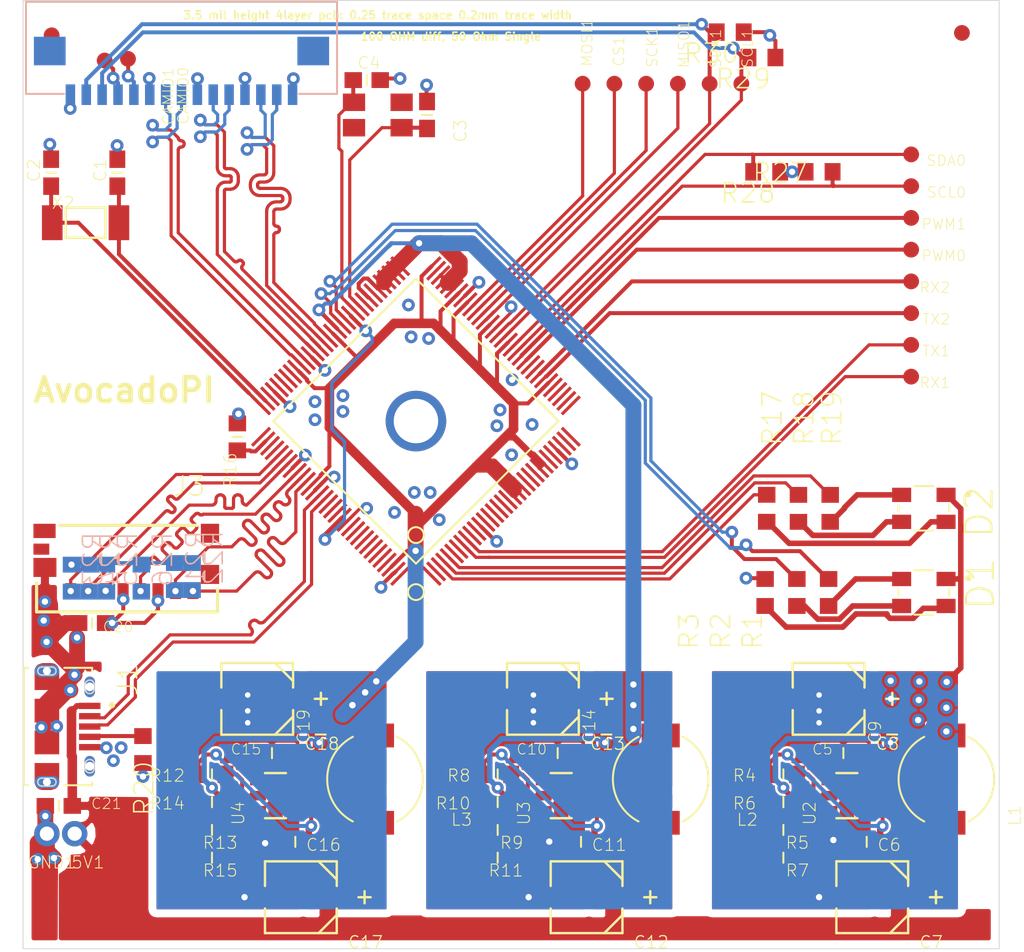
<source format=kicad_pcb>
(kicad_pcb (version 20171130) (host pcbnew "(6.0.0-rc1-dev-1027-g90233e5ec)")
  (layers (0 Top signal) (1 In1.Cu power) (2 In2.Cu power) (31 Bottom signal) (34 B.Paste user) (35 F.Paste user) (36 B.SilkS user) (37 F.SilkS user) (38 B.Mask user hide) (39 F.Mask user hide) (44 Edge.Cuts user))
  (net 0 "")
  (net 1 GND)
  (net 2 VCC)
  (net 3 3V3)
  (net 4 1V8)
  (net 5 1V2)
  (net 6 LED1)
  (net 7 LED0)
  (net 8 LED2)
  (net 9 SDC0_D0)
  (net 10 SDC0_D1)
  (net 11 SDC0_D2)
  (net 12 SDC0_D3)
  (net 13 SDC0_CMD)
  (net 14 SDC0_CLK)
  (net 15 CAM_IO0)
  (net 16 SDA)
  (net 17 SCL)
  (net 18 CAM_IO1)
  (net 19 /avocado-rev01_4/3V)
  (net 20 "Net-(R16-Pad1)")
  (net 21 "Net-(C2-Pad1)")
  (net 22 "Net-(C1-Pad1)")
  (net 23 /avocado-rev01_3/LED3)
  (net 24 /avocado-rev01_3/LED4)
  (net 25 "Net-(C4-Pad1)")
  (net 26 "Net-(C3-Pad1)")
  (net 27 "Net-(R28-Pad2)")
  (net 28 "Net-(R27-Pad2)")
  (net 29 "Net-(PWM1-Pad1)")
  (net 30 "Net-(PWM0-Pad1)")
  (net 31 "Net-(RX2-Pad1)")
  (net 32 "Net-(TX2-Pad1)")
  (net 33 "Net-(TX1-Pad1)")
  (net 34 "Net-(RX1-Pad1)")
  (net 35 "Net-(J1-Pad4)")
  (net 36 "Net-(D1-Pad3)")
  (net 37 "Net-(D1-Pad4)")
  (net 38 "Net-(D1-Pad2)")
  (net 39 "Net-(D2-Pad3)")
  (net 40 "Net-(D2-Pad4)")
  (net 41 "Net-(D2-Pad2)")
  (net 42 "Net-(C5-Pad2)")
  (net 43 "Net-(C5-Pad1)")
  (net 44 "Net-(R4-Pad1)")
  (net 45 "Net-(R5-Pad2)")
  (net 46 "Net-(R5-Pad1)")
  (net 47 "Net-(C10-Pad2)")
  (net 48 "Net-(C10-Pad1)")
  (net 49 "Net-(R8-Pad1)")
  (net 50 "Net-(R9-Pad2)")
  (net 51 "Net-(R10-Pad2)")
  (net 52 "Net-(C15-Pad2)")
  (net 53 "Net-(C15-Pad1)")
  (net 54 "Net-(R12-Pad1)")
  (net 55 "Net-(R13-Pad2)")
  (net 56 "Net-(R13-Pad1)")
  (net 57 "Net-(MOSI1-Pad1)")
  (net 58 "Net-(CS1-Pad1)")
  (net 59 "Net-(SCK1-Pad1)")
  (net 60 "Net-(MISO1-Pad1)")
  (net 61 /avocado-rev01_3/DO_N)
  (net 62 /avocado-rev01_3/DO_P)
  (net 63 /avocado-rev01_3/CK_P)
  (net 64 /avocado-rev01_3/D1_N)
  (net 65 /avocado-rev01_3/D1_P)
  (net 66 /avocado-rev01_3/CK_N)
  (net 67 /avocado-rev01_3/USB+)
  (net 68 /avocado-rev01_3/USB-)
  (module avocado-rev01:R0603 (layer Bottom) (at 124.2 110.9 90)
    (fp_text reference R26 (at -0.635 0.635 270) (layer B.SilkS) (effects (font (size 1.2065 1.2065) (thickness 0.09652)) (justify right top mirror)))
    (fp_text value 47k)
    (pad 2 smd rect (at 0.85 0 90) (size 1 1.1) (layers Bottom B.Paste B.Mask) (net 3 3V3))
    (pad 1 smd rect (at -0.85 0 90) (size 1 1.1) (layers Bottom B.Paste B.Mask) (net 14 SDC0_CLK))
  )
  (module avocado-rev01:R0603 (layer Bottom) (at 122 110.9 90)
    (fp_text reference R25 (at -0.635 0.635 270) (layer B.SilkS) (effects (font (size 1.2065 1.2065) (thickness 0.09652)) (justify right top mirror)))
    (fp_text value 47k)
    (pad 2 smd rect (at 0.85 0 90) (size 1 1.1) (layers Bottom B.Paste B.Mask) (net 3 3V3))
    (pad 1 smd rect (at -0.85 0 90) (size 1 1.1) (layers Bottom B.Paste B.Mask) (net 13 SDC0_CMD))
  )
  (module avocado-rev01:R0603 (layer Bottom) (at 120.9 110.9 90)
    (fp_text reference R24 (at -0.635 0.635 270) (layer B.SilkS) (effects (font (size 1.2065 1.2065) (thickness 0.09652)) (justify right top mirror)))
    (fp_text value 47k)
    (pad 2 smd rect (at 0.85 0 90) (size 1 1.1) (layers Bottom B.Paste B.Mask) (net 3 3V3))
    (pad 1 smd rect (at -0.85 0 90) (size 1 1.1) (layers Bottom B.Paste B.Mask) (net 12 SDC0_D3))
  )
  (module avocado-rev01:R0603 (layer Bottom) (at 119.8 110.9 90)
    (fp_text reference R23 (at -0.635 0.635 270) (layer B.SilkS) (effects (font (size 1.2065 1.2065) (thickness 0.09652)) (justify right top mirror)))
    (fp_text value 47k)
    (pad 2 smd rect (at 0.85 0 90) (size 1 1.1) (layers Bottom B.Paste B.Mask) (net 3 3V3))
    (pad 1 smd rect (at -0.85 0 90) (size 1 1.1) (layers Bottom B.Paste B.Mask) (net 11 SDC0_D2))
  )
  (module avocado-rev01:R0603 (layer Bottom) (at 127.4 110.8 90)
    (fp_text reference R22 (at -0.635 0.635 270) (layer B.SilkS) (effects (font (size 1.2065 1.2065) (thickness 0.09652)) (justify right top mirror)))
    (fp_text value 47k)
    (pad 2 smd rect (at 0.85 0 90) (size 1 1.1) (layers Bottom B.Paste B.Mask) (net 3 3V3))
    (pad 1 smd rect (at -0.85 0 90) (size 1 1.1) (layers Bottom B.Paste B.Mask) (net 10 SDC0_D1))
  )
  (module avocado-rev01:R0603 (layer Bottom) (at 126.3 110.8 90)
    (fp_text reference R21 (at -0.635 0.635 270) (layer B.SilkS) (effects (font (size 1.2065 1.2065) (thickness 0.09652)) (justify right top mirror)))
    (fp_text value 47k)
    (pad 2 smd rect (at 0.85 0 90) (size 1 1.1) (layers Bottom B.Paste B.Mask) (net 3 3V3))
    (pad 1 smd rect (at -0.85 0 90) (size 1 1.1) (layers Bottom B.Paste B.Mask) (net 9 SDC0_D0))
  )
  (module avocado-rev01:AMPHENOL_10118194-0001LF (layer Top) (at 118.25 120.25 270)
    (fp_text reference J1 (at -4.044281 -4.38914 90) (layer F.SilkS) (effects (font (size 1.207648 1.207648) (thickness 0.096611)) (justify right top)))
    (fp_text value 10118194-0001LF)
    (fp_poly (pts (xy 3.5 0.775) (xy 3.5 0.575) (xy 3.625 0.541506) (xy 3.716506 0.45) (xy 3.75 0.325) (xy 3.75 -0.325) (xy 3.716506 -0.45) (xy 3.625 -0.541506) (xy 3.5 -0.575) (xy 3.5 -0.775) (xy 3.654508 -0.750528) (xy 3.793893 -0.679508) (xy 3.904508 -0.568893) (xy 4 -0.275) (xy 4 0.275) (xy 3.975528 0.429508) (xy 3.904508 0.568893) (xy 3.793893 0.679508)) (layer Top) (width 0))
    (fp_poly (pts (xy 3.5 0.775) (xy 3.5 0.575) (xy 3.375 0.541506) (xy 3.283494 0.45) (xy 3.25 0.325) (xy 3.25 -0.325) (xy 3.283494 -0.45) (xy 3.375 -0.541506) (xy 3.5 -0.575) (xy 3.5 -0.775) (xy 2.3 -0.775) (xy 2.3 0.775)) (layer Top) (width 0))
    (fp_line (start 3.5 0.77) (end 3.5 0.6) (layer Top) (width 0.0001))
    (fp_line (start 3.25 -0.325) (end 3.25 0.325) (layer Edge.Cuts) (width 0.1))
    (fp_arc (start 3.5 -0.325) (end 3.25 -0.325) (angle 180) (layer Edge.Cuts) (width 0.1))
    (fp_arc (start 3.5 0.325) (end 3.75 0.325) (angle 180) (layer Edge.Cuts) (width 0.1))
    (fp_line (start 3.75 -0.325) (end 3.75 0.325) (layer Edge.Cuts) (width 0.1))
    (fp_poly (pts (xy -3.5 -0.775) (xy -3.5 -0.575) (xy -3.625 -0.541506) (xy -3.75 -0.325) (xy -3.75 0.325) (xy -3.716506 0.45) (xy -3.625 0.541506) (xy -3.5 0.575) (xy -3.5 0.775) (xy -3.654508 0.750528) (xy -3.793893 0.679508) (xy -3.904508 0.568893) (xy -4 0.275) (xy -4 -0.275) (xy -3.975528 -0.429508) (xy -3.904508 -0.568893) (xy -3.793893 -0.679508)) (layer Top) (width 0))
    (fp_poly (pts (xy -3.5 -0.775) (xy -3.5 -0.575) (xy -3.375 -0.541506) (xy -3.283494 -0.45) (xy -3.25 -0.325) (xy -3.25 0.325) (xy -3.283494 0.45) (xy -3.375 0.541506) (xy -3.5 0.575) (xy -3.5 0.775) (xy -2.3 0.775) (xy -2.3 -0.775)) (layer Top) (width 0))
    (fp_line (start -3.5 -0.77) (end -3.5 -0.6) (layer Top) (width 0.0001))
    (fp_line (start -3.25 0.325) (end -3.25 -0.325) (layer Edge.Cuts) (width 0.1))
    (fp_arc (start -3.5 0.325) (end -3.25 0.325) (angle 180) (layer Edge.Cuts) (width 0.1))
    (fp_arc (start -3.5 -0.325) (end -3.75 -0.325) (angle 180) (layer Edge.Cuts) (width 0.1))
    (fp_line (start -3.75 0.325) (end -3.75 -0.325) (layer Edge.Cuts) (width 0.1))
    (fp_line (start 2.35 -2.425) (end 2.65 -2.425) (layer Edge.Cuts) (width 0.1))
    (fp_arc (start 2.35 -2.7) (end 2.35 -2.425) (angle 180) (layer Edge.Cuts) (width 0.1))
    (fp_arc (start 2.65 -2.7) (end 2.65 -2.975) (angle 180) (layer Edge.Cuts) (width 0.1))
    (fp_line (start 2.35 -2.975) (end 2.65 -2.975) (layer Edge.Cuts) (width 0.1))
    (fp_line (start -2.65 -2.425) (end -2.35 -2.425) (layer Edge.Cuts) (width 0.1))
    (fp_arc (start -2.65 -2.7) (end -2.65 -2.425) (angle 180) (layer Edge.Cuts) (width 0.1))
    (fp_arc (start -2.35 -2.7) (end -2.35 -2.975) (angle 180) (layer Edge.Cuts) (width 0.1))
    (fp_line (start -2.65 -2.975) (end -2.35 -2.975) (layer Edge.Cuts) (width 0.1))
    (pad S6 thru_hole oval (at 3.5 0 180) (size 1.55 0.775) (drill 0.5) (layers *.Cu *.Mask) (net 1 GND))
    (pad S5 smd rect (at 1 0 270) (size 1.5 1.55) (layers Top F.Paste F.Mask) (net 1 GND))
    (pad S4 smd rect (at -1 0 270) (size 1.5 1.55) (layers Top F.Paste F.Mask) (net 1 GND))
    (pad S3 thru_hole oval (at -3.5 0) (size 1.55 0.775) (drill 0.5) (layers *.Cu *.Mask) (net 1 GND))
    (pad S2 thru_hole oval (at 2.5 -2.7 270) (size 1.3 0.65) (drill 0.55) (layers *.Cu *.Mask) (net 1 GND))
    (pad S1 thru_hole oval (at -2.5 -2.7 270) (size 1.3 0.65) (drill 0.55) (layers *.Cu *.Mask) (net 1 GND))
    (pad 5 smd rect (at 1.3 -2.7 270) (size 0.4 1.35) (layers Top F.Paste F.Mask) (net 1 GND))
    (pad 4 smd rect (at 0.65 -2.7 270) (size 0.4 1.35) (layers Top F.Paste F.Mask) (net 35 "Net-(J1-Pad4)"))
    (pad 3 smd rect (at 0 -2.7 270) (size 0.4 1.35) (layers Top F.Paste F.Mask) (net 67 /avocado-rev01_3/USB+))
    (pad 2 smd rect (at -0.65 -2.7 270) (size 0.4 1.35) (layers Top F.Paste F.Mask) (net 68 /avocado-rev01_3/USB-))
    (pad 1 smd rect (at -1.3 -2.7 270) (size 0.4 1.35) (layers Top F.Paste F.Mask) (net 2 VCC))
  )
  (module avocado-rev01:686115148922 (layer Bottom) (at 126.73 77.49)
    (fp_text reference P2 hide)
    (fp_text value camconn hide)
    (pad 8 smd rect (at 0 2.95) (size 0.6 1.3) (layers Bottom B.Paste B.Mask) (net 66 /avocado-rev01_3/CK_N))
    (pad 7 smd rect (at 1 2.95) (size 0.6 1.3) (layers Bottom B.Paste B.Mask) (net 1 GND))
    (pad SHLD1 smd rect (at -8.3 0.2) (size 2 1.8) (layers Bottom B.Paste B.Mask))
    (pad SHLD2 smd rect (at 8.3 0.2) (size 2 1.8) (layers Bottom B.Paste B.Mask))
    (pad 6 smd rect (at 2 2.95) (size 0.6 1.3) (layers Bottom B.Paste B.Mask) (net 65 /avocado-rev01_3/D1_P))
    (pad 5 smd rect (at 3 2.95) (size 0.6 1.3) (layers Bottom B.Paste B.Mask) (net 64 /avocado-rev01_3/D1_N))
    (pad 4 smd rect (at 4 2.95) (size 0.6 1.3) (layers Bottom B.Paste B.Mask) (net 1 GND))
    (pad 3 smd rect (at 5 2.95) (size 0.6 1.3) (layers Bottom B.Paste B.Mask) (net 62 /avocado-rev01_3/DO_P))
    (pad 2 smd rect (at 6 2.95) (size 0.6 1.3) (layers Bottom B.Paste B.Mask) (net 61 /avocado-rev01_3/DO_N))
    (pad 1 smd rect (at 7 2.95) (size 0.6 1.3) (layers Bottom B.Paste B.Mask) (net 1 GND))
    (pad 9 smd rect (at -1 2.95) (size 0.6 1.3) (layers Bottom B.Paste B.Mask) (net 63 /avocado-rev01_3/CK_P))
    (pad 10 smd rect (at -2 2.95) (size 0.6 1.3) (layers Bottom B.Paste B.Mask) (net 1 GND))
    (pad 11 smd rect (at -3 2.95) (size 0.6 1.3) (layers Bottom B.Paste B.Mask) (net 15 CAM_IO0))
    (pad 12 smd rect (at -4 2.95) (size 0.6 1.3) (layers Bottom B.Paste B.Mask) (net 18 CAM_IO1))
    (pad 13 smd rect (at -5 2.95) (size 0.6 1.3) (layers Bottom B.Paste B.Mask) (net 17 SCL))
    (pad 14 smd rect (at -6 2.95) (size 0.6 1.3) (layers Bottom B.Paste B.Mask) (net 16 SDA))
    (pad 15 smd rect (at -7 2.95) (size 0.6 1.3) (layers Bottom B.Paste B.Mask) (net 3 3V3))
  )
  (module avocado-rev01:MOLEX_0475710001 (layer Top) (at 123.3 110.3 180)
    (fp_text reference J3 (at -5.0036 5.9011) (layer F.SilkS) (effects (font (size 1.207954 1.207954) (thickness 0.096636)) (justify right top)))
    (fp_text value 0475710001)
    (pad 10 smd rect (at -5.225 2.225 180) (size 1.15 1.2) (layers Top F.Paste F.Mask) (net 1 GND))
    (pad 9 smd rect (at -5.225 -0.365 180) (size 1.15 1.2) (layers Top F.Paste F.Mask) (net 1 GND))
    (pad 11 smd rect (at 5.2 2.375 180) (size 1.4 0.9) (layers Top F.Paste F.Mask))
    (pad 12 smd rect (at 5.4 1.225 90) (size 0.7 1) (layers Top F.Paste F.Mask))
    (pad 13 smd rect (at 5.175 0.075 180) (size 1.45 1.2) (layers Top F.Paste F.Mask) (net 1 GND))
    (pad 8 smd rect (at -4.15 -1.415) (size 0.7 1) (layers Top F.Paste F.Mask) (net 10 SDC0_D1))
    (pad 7 smd rect (at -3.05 -1.415) (size 0.7 1) (layers Top F.Paste F.Mask) (net 9 SDC0_D0))
    (pad 6 smd rect (at -1.95 -1.415) (size 0.7 1) (layers Top F.Paste F.Mask) (net 3 3V3))
    (pad 5 smd rect (at -0.85 -1.415) (size 0.7 1) (layers Top F.Paste F.Mask) (net 14 SDC0_CLK))
    (pad 4 smd rect (at 0.25 -1.415) (size 0.7 1) (layers Top F.Paste F.Mask) (net 3 3V3))
    (pad 3 smd rect (at 1.35 -1.415) (size 0.7 1) (layers Top F.Paste F.Mask) (net 13 SDC0_CMD))
    (pad 2 smd rect (at 2.45 -1.415) (size 0.7 1) (layers Top F.Paste F.Mask) (net 12 SDC0_D3))
    (pad 1 smd rect (at 3.55 -1.415) (size 0.7 1) (layers Top F.Paste F.Mask) (net 11 SDC0_D2))
  )
  (module avocado-rev01:QFP-128 (layer Top) (at 141.5011 101.0036 45)
    (fp_text reference U1 hide)
    (fp_text value V3S hide)
    (pad P$1 thru_hole circle (at 0 0 45) (size 3.816 3.816) (drill 2.8) (layers *.Cu *.Mask) (net 1 GND))
    (pad 128 smd rect (at -7.6 6.200001 45) (size 1.6 0.2) (layers Top F.Paste F.Mask))
    (pad 127 smd rect (at -7.6 5.8 45) (size 1.6 0.2) (layers Top F.Paste F.Mask) (net 3 3V3))
    (pad 126 smd rect (at -7.6 5.4 45) (size 1.6 0.2) (layers Top F.Paste F.Mask) (net 5 1V2))
    (pad 125 smd rect (at -7.6 4.999999 45) (size 1.6 0.2) (layers Top F.Paste F.Mask))
    (pad 124 smd rect (at -7.6 4.6 45) (size 1.6 0.2) (layers Top F.Paste F.Mask))
    (pad 123 smd rect (at -7.6 4.2 45) (size 1.6 0.2) (layers Top F.Paste F.Mask))
    (pad 122 smd rect (at -7.6 3.8 45) (size 1.6 0.2) (layers Top F.Paste F.Mask))
    (pad 121 smd rect (at -7.6 3.400001 45) (size 1.6 0.2) (layers Top F.Paste F.Mask))
    (pad 120 smd rect (at -7.6 3 45) (size 1.6 0.2) (layers Top F.Paste F.Mask))
    (pad 119 smd rect (at -7.6 2.6 45) (size 1.6 0.2) (layers Top F.Paste F.Mask))
    (pad 118 smd rect (at -7.6 2.199999 45) (size 1.6 0.2) (layers Top F.Paste F.Mask))
    (pad 117 smd rect (at -7.6 1.8 45) (size 1.6 0.2) (layers Top F.Paste F.Mask))
    (pad 116 smd rect (at -7.6 1.4 45) (size 1.6 0.2) (layers Top F.Paste F.Mask) (net 1 GND))
    (pad 115 smd rect (at -7.6 1 45) (size 1.6 0.2) (layers Top F.Paste F.Mask) (net 19 /avocado-rev01_4/3V))
    (pad 114 smd rect (at -7.6 0.600001 45) (size 1.6 0.2) (layers Top F.Paste F.Mask))
    (pad 113 smd rect (at -7.6 0.2 45) (size 1.6 0.2) (layers Top F.Paste F.Mask))
    (pad 112 smd rect (at -7.6 -0.2 45) (size 1.6 0.2) (layers Top F.Paste F.Mask))
    (pad 111 smd rect (at -7.6 -0.600001 45) (size 1.6 0.2) (layers Top F.Paste F.Mask) (net 67 /avocado-rev01_3/USB+))
    (pad 110 smd rect (at -7.6 -1 45) (size 1.6 0.2) (layers Top F.Paste F.Mask) (net 68 /avocado-rev01_3/USB-))
    (pad 109 smd rect (at -7.6 -1.4 45) (size 1.6 0.2) (layers Top F.Paste F.Mask) (net 3 3V3))
    (pad 108 smd rect (at -7.6 -1.8 45) (size 1.6 0.2) (layers Top F.Paste F.Mask) (net 5 1V2))
    (pad 107 smd rect (at -7.6 -2.199999 45) (size 1.6 0.2) (layers Top F.Paste F.Mask) (net 10 SDC0_D1))
    (pad 106 smd rect (at -7.6 -2.6 45) (size 1.6 0.2) (layers Top F.Paste F.Mask) (net 9 SDC0_D0))
    (pad 105 smd rect (at -7.6 -3 45) (size 1.6 0.2) (layers Top F.Paste F.Mask) (net 14 SDC0_CLK))
    (pad 104 smd rect (at -7.6 -3.400001 45) (size 1.6 0.2) (layers Top F.Paste F.Mask) (net 3 3V3))
    (pad 103 smd rect (at -7.6 -3.8 45) (size 1.6 0.2) (layers Top F.Paste F.Mask) (net 13 SDC0_CMD))
    (pad 102 smd rect (at -7.6 -4.2 45) (size 1.6 0.2) (layers Top F.Paste F.Mask) (net 12 SDC0_D3))
    (pad 101 smd rect (at -7.6 -4.6 45) (size 1.6 0.2) (layers Top F.Paste F.Mask) (net 11 SDC0_D2))
    (pad 100 smd rect (at -7.6 -4.999999 45) (size 1.6 0.2) (layers Top F.Paste F.Mask))
    (pad 99 smd rect (at -7.6 -5.4 45) (size 1.6 0.2) (layers Top F.Paste F.Mask))
    (pad 98 smd rect (at -7.6 -5.8 45) (size 1.6 0.2) (layers Top F.Paste F.Mask) (net 20 "Net-(R16-Pad1)"))
    (pad 97 smd rect (at -7.6 -6.200001 45) (size 1.6 0.2) (layers Top F.Paste F.Mask))
    (pad 96 smd rect (at -6.200001 -7.6 45) (size 0.2 1.6) (layers Top F.Paste F.Mask) (net 21 "Net-(C2-Pad1)"))
    (pad 95 smd rect (at -5.8 -7.6 45) (size 0.2 1.6) (layers Top F.Paste F.Mask) (net 22 "Net-(C1-Pad1)"))
    (pad 94 smd rect (at -5.4 -7.6 45) (size 0.2 1.6) (layers Top F.Paste F.Mask))
    (pad 93 smd rect (at -4.999999 -7.6 45) (size 0.2 1.6) (layers Top F.Paste F.Mask) (net 3 3V3))
    (pad 92 smd rect (at -4.6 -7.6 45) (size 0.2 1.6) (layers Top F.Paste F.Mask))
    (pad 91 smd rect (at -4.2 -7.6 45) (size 0.2 1.6) (layers Top F.Paste F.Mask))
    (pad 90 smd rect (at -3.8 -7.6 45) (size 0.2 1.6) (layers Top F.Paste F.Mask))
    (pad 89 smd rect (at -3.400001 -7.6 45) (size 0.2 1.6) (layers Top F.Paste F.Mask))
    (pad 88 smd rect (at -3 -7.6 45) (size 0.2 1.6) (layers Top F.Paste F.Mask) (net 5 1V2))
    (pad 87 smd rect (at -2.6 -7.6 45) (size 0.2 1.6) (layers Top F.Paste F.Mask) (net 66 /avocado-rev01_3/CK_N))
    (pad 86 smd rect (at -2.199999 -7.6 45) (size 0.2 1.6) (layers Top F.Paste F.Mask) (net 63 /avocado-rev01_3/CK_P))
    (pad 85 smd rect (at -1.8 -7.6 45) (size 0.2 1.6) (layers Top F.Paste F.Mask) (net 3 3V3))
    (pad 84 smd rect (at -1.4 -7.6 45) (size 0.2 1.6) (layers Top F.Paste F.Mask) (net 64 /avocado-rev01_3/D1_N))
    (pad 83 smd rect (at -1 -7.6 45) (size 0.2 1.6) (layers Top F.Paste F.Mask) (net 65 /avocado-rev01_3/D1_P))
    (pad 82 smd rect (at -0.600001 -7.6 45) (size 0.2 1.6) (layers Top F.Paste F.Mask) (net 61 /avocado-rev01_3/DO_N))
    (pad 81 smd rect (at -0.2 -7.6 45) (size 0.2 1.6) (layers Top F.Paste F.Mask) (net 62 /avocado-rev01_3/DO_P))
    (pad 80 smd rect (at 0.2 -7.6 45) (size 0.2 1.6) (layers Top F.Paste F.Mask) (net 5 1V2))
    (pad 79 smd rect (at 0.600001 -7.6 45) (size 0.2 1.6) (layers Top F.Paste F.Mask) (net 4 1V8))
    (pad 78 smd rect (at 1 -7.6 45) (size 0.2 1.6) (layers Top F.Paste F.Mask) (net 23 /avocado-rev01_3/LED3))
    (pad 77 smd rect (at 1.4 -7.6 45) (size 0.2 1.6) (layers Top F.Paste F.Mask) (net 24 /avocado-rev01_3/LED4))
    (pad 76 smd rect (at 1.8 -7.6 45) (size 0.2 1.6) (layers Top F.Paste F.Mask) (net 19 /avocado-rev01_4/3V))
    (pad 75 smd rect (at 2.199999 -7.6 45) (size 0.2 1.6) (layers Top F.Paste F.Mask) (net 25 "Net-(C4-Pad1)"))
    (pad 74 smd rect (at 2.6 -7.6 45) (size 0.2 1.6) (layers Top F.Paste F.Mask) (net 26 "Net-(C3-Pad1)"))
    (pad 73 smd rect (at 3 -7.6 45) (size 0.2 1.6) (layers Top F.Paste F.Mask))
    (pad 72 smd rect (at 3.400001 -7.6 45) (size 0.2 1.6) (layers Top F.Paste F.Mask) (net 4 1V8))
    (pad 71 smd rect (at 3.8 -7.6 45) (size 0.2 1.6) (layers Top F.Paste F.Mask))
    (pad 70 smd rect (at 4.2 -7.6 45) (size 0.2 1.6) (layers Top F.Paste F.Mask) (net 4 1V8))
    (pad 69 smd rect (at 4.6 -7.6 45) (size 0.2 1.6) (layers Top F.Paste F.Mask) (net 4 1V8))
    (pad 68 smd rect (at 4.999999 -7.6 45) (size 0.2 1.6) (layers Top F.Paste F.Mask) (net 4 1V8))
    (pad 67 smd rect (at 5.4 -7.6 45) (size 0.2 1.6) (layers Top F.Paste F.Mask) (net 4 1V8))
    (pad 66 smd rect (at 5.8 -7.6 45) (size 0.2 1.6) (layers Top F.Paste F.Mask) (net 4 1V8))
    (pad 65 smd rect (at 6.200001 -7.6 45) (size 0.2 1.6) (layers Top F.Paste F.Mask) (net 4 1V8))
    (pad 64 smd rect (at 7.6 -6.200001 45) (size 1.6 0.2) (layers Top F.Paste F.Mask) (net 5 1V2))
    (pad 63 smd rect (at 7.6 -5.8 45) (size 1.6 0.2) (layers Top F.Paste F.Mask))
    (pad 62 smd rect (at 7.6 -5.4 45) (size 1.6 0.2) (layers Top F.Paste F.Mask) (net 4 1V8))
    (pad 61 smd rect (at 7.6 -4.999999 45) (size 1.6 0.2) (layers Top F.Paste F.Mask) (net 4 1V8))
    (pad 60 smd rect (at 7.6 -4.6 45) (size 1.6 0.2) (layers Top F.Paste F.Mask) (net 4 1V8))
    (pad 59 smd rect (at 7.6 -4.2 45) (size 1.6 0.2) (layers Top F.Paste F.Mask) (net 4 1V8))
    (pad 58 smd rect (at 7.6 -3.8 45) (size 1.6 0.2) (layers Top F.Paste F.Mask) (net 5 1V2))
    (pad 57 smd rect (at 7.6 -3.400001 45) (size 1.6 0.2) (layers Top F.Paste F.Mask) (net 3 3V3))
    (pad 56 smd rect (at 7.6 -3 45) (size 1.6 0.2) (layers Top F.Paste F.Mask) (net 5 1V2))
    (pad 55 smd rect (at 7.6 -2.6 45) (size 1.6 0.2) (layers Top F.Paste F.Mask) (net 57 "Net-(MOSI1-Pad1)"))
    (pad 54 smd rect (at 7.6 -2.199999 45) (size 1.6 0.2) (layers Top F.Paste F.Mask) (net 58 "Net-(CS1-Pad1)"))
    (pad 53 smd rect (at 7.6 -1.8 45) (size 1.6 0.2) (layers Top F.Paste F.Mask) (net 59 "Net-(SCK1-Pad1)"))
    (pad 52 smd rect (at 7.6 -1.4 45) (size 1.6 0.2) (layers Top F.Paste F.Mask) (net 60 "Net-(MISO1-Pad1)"))
    (pad 51 smd rect (at 7.6 -1 45) (size 1.6 0.2) (layers Top F.Paste F.Mask) (net 5 1V2))
    (pad 50 smd rect (at 7.6 -0.600001 45) (size 1.6 0.2) (layers Top F.Paste F.Mask) (net 3 3V3))
    (pad 49 smd rect (at 7.6 -0.2 45) (size 1.6 0.2) (layers Top F.Paste F.Mask) (net 16 SDA))
    (pad 48 smd rect (at 7.6 0.2 45) (size 1.6 0.2) (layers Top F.Paste F.Mask) (net 17 SCL))
    (pad 47 smd rect (at 7.6 0.600001 45) (size 1.6 0.2) (layers Top F.Paste F.Mask) (net 5 1V2))
    (pad 46 smd rect (at 7.6 1 45) (size 1.6 0.2) (layers Top F.Paste F.Mask) (net 27 "Net-(R28-Pad2)"))
    (pad 45 smd rect (at 7.6 1.4 45) (size 1.6 0.2) (layers Top F.Paste F.Mask) (net 28 "Net-(R27-Pad2)"))
    (pad 44 smd rect (at 7.6 1.8 45) (size 1.6 0.2) (layers Top F.Paste F.Mask) (net 29 "Net-(PWM1-Pad1)"))
    (pad 43 smd rect (at 7.6 2.199999 45) (size 1.6 0.2) (layers Top F.Paste F.Mask) (net 30 "Net-(PWM0-Pad1)"))
    (pad 42 smd rect (at 7.6 2.6 45) (size 1.6 0.2) (layers Top F.Paste F.Mask))
    (pad 41 smd rect (at 7.6 3 45) (size 1.6 0.2) (layers Top F.Paste F.Mask))
    (pad 40 smd rect (at 7.6 3.400001 45) (size 1.6 0.2) (layers Top F.Paste F.Mask) (net 31 "Net-(RX2-Pad1)"))
    (pad 39 smd rect (at 7.6 3.8 45) (size 1.6 0.2) (layers Top F.Paste F.Mask) (net 32 "Net-(TX2-Pad1)"))
    (pad 38 smd rect (at 7.6 4.2 45) (size 1.6 0.2) (layers Top F.Paste F.Mask) (net 5 1V2))
    (pad 37 smd rect (at 7.6 4.6 45) (size 1.6 0.2) (layers Top F.Paste F.Mask))
    (pad 36 smd rect (at 7.6 4.999999 45) (size 1.6 0.2) (layers Top F.Paste F.Mask))
    (pad 35 smd rect (at 7.6 5.4 45) (size 1.6 0.2) (layers Top F.Paste F.Mask))
    (pad 34 smd rect (at 7.6 5.8 45) (size 1.6 0.2) (layers Top F.Paste F.Mask))
    (pad 33 smd rect (at 7.6 6.200001 45) (size 1.6 0.2) (layers Top F.Paste F.Mask))
    (pad 32 smd rect (at 6.200001 7.6 45) (size 0.2 1.6) (layers Top F.Paste F.Mask))
    (pad 31 smd rect (at 5.8 7.6 45) (size 0.2 1.6) (layers Top F.Paste F.Mask))
    (pad 30 smd rect (at 5.4 7.6 45) (size 0.2 1.6) (layers Top F.Paste F.Mask))
    (pad 29 smd rect (at 4.999999 7.6 45) (size 0.2 1.6) (layers Top F.Paste F.Mask) (net 3 3V3))
    (pad 28 smd rect (at 4.6 7.6 45) (size 0.2 1.6) (layers Top F.Paste F.Mask))
    (pad 27 smd rect (at 4.2 7.6 45) (size 0.2 1.6) (layers Top F.Paste F.Mask))
    (pad 26 smd rect (at 3.8 7.6 45) (size 0.2 1.6) (layers Top F.Paste F.Mask) (net 5 1V2))
    (pad 25 smd rect (at 3.400001 7.6 45) (size 0.2 1.6) (layers Top F.Paste F.Mask) (net 5 1V2))
    (pad 24 smd rect (at 3 7.6 45) (size 0.2 1.6) (layers Top F.Paste F.Mask))
    (pad 23 smd rect (at 2.6 7.6 45) (size 0.2 1.6) (layers Top F.Paste F.Mask))
    (pad 22 smd rect (at 2.199999 7.6 45) (size 0.2 1.6) (layers Top F.Paste F.Mask))
    (pad 21 smd rect (at 1.8 7.6 45) (size 0.2 1.6) (layers Top F.Paste F.Mask) (net 5 1V2))
    (pad 20 smd rect (at 1.4 7.6 45) (size 0.2 1.6) (layers Top F.Paste F.Mask) (net 5 1V2))
    (pad 19 smd rect (at 1 7.6 45) (size 0.2 1.6) (layers Top F.Paste F.Mask) (net 5 1V2))
    (pad 18 smd rect (at 0.600001 7.6 45) (size 0.2 1.6) (layers Top F.Paste F.Mask))
    (pad 17 smd rect (at 0.2 7.6 45) (size 0.2 1.6) (layers Top F.Paste F.Mask))
    (pad 16 smd rect (at -0.2 7.6 45) (size 0.2 1.6) (layers Top F.Paste F.Mask))
    (pad 15 smd rect (at -0.600001 7.6 45) (size 0.2 1.6) (layers Top F.Paste F.Mask))
    (pad 14 smd rect (at -1 7.6 45) (size 0.2 1.6) (layers Top F.Paste F.Mask))
    (pad 13 smd rect (at -1.4 7.6 45) (size 0.2 1.6) (layers Top F.Paste F.Mask))
    (pad 12 smd rect (at -1.8 7.6 45) (size 0.2 1.6) (layers Top F.Paste F.Mask) (net 3 3V3))
    (pad 11 smd rect (at -2.199999 7.6 45) (size 0.2 1.6) (layers Top F.Paste F.Mask))
    (pad 10 smd rect (at -2.6 7.6 45) (size 0.2 1.6) (layers Top F.Paste F.Mask))
    (pad 9 smd rect (at -3 7.6 45) (size 0.2 1.6) (layers Top F.Paste F.Mask) (net 33 "Net-(TX1-Pad1)"))
    (pad 8 smd rect (at -3.400001 7.6 45) (size 0.2 1.6) (layers Top F.Paste F.Mask) (net 34 "Net-(RX1-Pad1)"))
    (pad 7 smd rect (at -3.8 7.6 45) (size 0.2 1.6) (layers Top F.Paste F.Mask))
    (pad 6 smd rect (at -4.2 7.6 45) (size 0.2 1.6) (layers Top F.Paste F.Mask))
    (pad 5 smd rect (at -4.6 7.6 45) (size 0.2 1.6) (layers Top F.Paste F.Mask) (net 6 LED1))
    (pad 4 smd rect (at -4.999999 7.6 45) (size 0.2 1.6) (layers Top F.Paste F.Mask) (net 7 LED0))
    (pad 3 smd rect (at -5.4 7.6 45) (size 0.2 1.6) (layers Top F.Paste F.Mask) (net 8 LED2))
    (pad 2 smd rect (at -5.8 7.6 45) (size 0.2 1.6) (layers Top F.Paste F.Mask))
    (pad 1 smd rect (at -6.200001 7.6 45) (size 0.2 1.6) (layers Top F.Paste F.Mask))
  )
  (module avocado-rev01:3.2X2-4 (layer Top) (at 139.1 81.72 180)
    (fp_text reference X1 hide)
    (fp_text value XTAL3.2X2 hide)
    (pad P$3 smd rect (at 1.5 0.8 180) (size 1.4 1.1) (layers Top F.Paste F.Mask) (net 25 "Net-(C4-Pad1)"))
    (pad P$2 smd rect (at 1.5 -0.8 180) (size 1.4 1.1) (layers Top F.Paste F.Mask))
    (pad P$1 smd rect (at -1.5 -0.8 180) (size 1.4 1.1) (layers Top F.Paste F.Mask) (net 26 "Net-(C3-Pad1)"))
    (pad P$4 smd rect (at -1.5 0.8 180) (size 1.4 1.1) (layers Top F.Paste F.Mask))
  )
  (module avocado-rev01:XTAL-5X1.9 (layer Top) (at 120.688169 88.506392)
    (fp_text reference X2 (at -0.653615 -1.694071 -180) (layer F.SilkS) (effects (font (size 0.76 0.76) (thickness 0.0608)) (justify right top)))
    (fp_text value XTAL5X1.9 hide)
    (pad P$2 smd rect (at 2.1 0) (size 1.3 2.2) (layers Top F.Paste F.Mask) (net 22 "Net-(C1-Pad1)"))
    (pad P$1 smd rect (at -2.1 0) (size 1.3 2.2) (layers Top F.Paste F.Mask) (net 21 "Net-(C2-Pad1)"))
  )
  (module avocado-rev01:C0603 (layer Top) (at 122.688169 85.354188 90)
    (fp_text reference C1 (at -0.635 -0.635 90) (layer F.SilkS) (effects (font (size 0.76 0.76) (thickness 0.0608)) (justify left bottom)))
    (fp_text value C0603 hide)
    (pad 2 smd rect (at 0.85 0 90) (size 1.1 1) (layers Top F.Paste F.Mask) (net 1 GND))
    (pad 1 smd rect (at -0.85 0 90) (size 1.1 1) (layers Top F.Paste F.Mask) (net 22 "Net-(C1-Pad1)"))
  )
  (module avocado-rev01:C0603 (layer Top) (at 118.516571 85.354188 90)
    (fp_text reference C2 (at -0.635 -0.635 90) (layer F.SilkS) (effects (font (size 0.76 0.76) (thickness 0.0608)) (justify left bottom)))
    (fp_text value C0603 hide)
    (pad 2 smd rect (at 0.85 0 90) (size 1.1 1) (layers Top F.Paste F.Mask) (net 1 GND))
    (pad 1 smd rect (at -0.85 0 90) (size 1.1 1) (layers Top F.Paste F.Mask) (net 21 "Net-(C2-Pad1)"))
  )
  (module avocado-rev01:C0603 (layer Top) (at 142.2 81.72 90)
    (fp_text reference C3 (at -0.22 1.65 -90) (layer F.SilkS) (effects (font (size 0.76 0.76) (thickness 0.0608)) (justify right top)))
    (fp_text value C0603 hide)
    (pad 2 smd rect (at 0.85 0 90) (size 1.1 1) (layers Top F.Paste F.Mask) (net 1 GND))
    (pad 1 smd rect (at -0.85 0 90) (size 1.1 1) (layers Top F.Paste F.Mask) (net 26 "Net-(C3-Pad1)"))
  )
  (module avocado-rev01:C0603 (layer Top) (at 138.4 79.52)
    (fp_text reference C4 (at -0.635 -0.635) (layer F.SilkS) (effects (font (size 0.76 0.76) (thickness 0.0608)) (justify left bottom)))
    (fp_text value C0603 hide)
    (pad 2 smd rect (at 0.85 0) (size 1.1 1) (layers Top F.Paste F.Mask) (net 1 GND))
    (pad 1 smd rect (at -0.85 0) (size 1.1 1) (layers Top F.Paste F.Mask) (net 25 "Net-(C4-Pad1)"))
  )
  (module avocado-rev01:LED_LL-R3528RGBC-008-B (layer Top) (at 173.5011 111.8036 180)
    (fp_text reference D1 (at -4.559381 -1.1964 90) (layer F.SilkS) (effects (font (size 1.690011 1.690011) (thickness 0.1352)) (justify left bottom)))
    (fp_text value LL-R3528RGBC-008-B)
    (pad 3 smd rect (at 1.4 -0.85 180) (size 1.2 0.9) (layers Top F.Paste F.Mask) (net 36 "Net-(D1-Pad3)"))
    (pad 4 smd rect (at -1.4 -0.85 180) (size 1.2 0.9) (layers Top F.Paste F.Mask) (net 37 "Net-(D1-Pad4)"))
    (pad 2 smd rect (at 1.4 0.85 180) (size 1.2 0.9) (layers Top F.Paste F.Mask) (net 38 "Net-(D1-Pad2)"))
    (pad 1 smd rect (at -1.4 0.85 180) (size 1.2 0.9) (layers Top F.Paste F.Mask) (net 3 3V3))
  )
  (module avocado-rev01:R0603 (layer Top) (at 167.5011 111.8036 270)
    (fp_text reference R1 (at 1.1964 5.5011 90) (layer F.SilkS) (effects (font (size 1.2065 1.2065) (thickness 0.09652)) (justify right top)))
    (fp_text value R-EU_R0603)
    (pad 2 smd rect (at 0.85 0 270) (size 1 1.1) (layers Top F.Paste F.Mask) (net 38 "Net-(D1-Pad2)"))
    (pad 1 smd rect (at -0.85 0 270) (size 1 1.1) (layers Top F.Paste F.Mask) (net 23 /avocado-rev01_3/LED3))
  )
  (module avocado-rev01:R0603 (layer Top) (at 165.5011 111.8036 270)
    (fp_text reference R2 (at 1.1964 5.5011 90) (layer F.SilkS) (effects (font (size 1.2065 1.2065) (thickness 0.09652)) (justify right top)))
    (fp_text value R-EU_R0603)
    (pad 2 smd rect (at 0.85 0 270) (size 1 1.1) (layers Top F.Paste F.Mask) (net 36 "Net-(D1-Pad3)"))
    (pad 1 smd rect (at -0.85 0 270) (size 1 1.1) (layers Top F.Paste F.Mask) (net 24 /avocado-rev01_3/LED4))
  )
  (module avocado-rev01:R0603 (layer Top) (at 163.5011 111.8036 270)
    (fp_text reference R3 (at 1.1964 5.5011 90) (layer F.SilkS) (effects (font (size 1.2065 1.2065) (thickness 0.09652)) (justify right top)))
    (fp_text value R-EU_R0603)
    (pad 2 smd rect (at 0.85 0 270) (size 1 1.1) (layers Top F.Paste F.Mask) (net 37 "Net-(D1-Pad4)"))
    (pad 1 smd rect (at -0.85 0 270) (size 1 1.1) (layers Top F.Paste F.Mask) (net 1 GND))
  )
  (module avocado-rev01:B82462A4153K (layer Top) (at 174.9211 123.5636 90)
    (fp_text reference L1 (at -3 4.75 90) (layer F.SilkS) (effects (font (size 0.76 0.76) (thickness 0.0608)) (justify left bottom)))
    (fp_text value CALC hide)
    (pad P$2 smd rect (at 2.75 0 90) (size 1.5 2.4) (layers Top F.Paste F.Mask) (net 3 3V3))
    (pad P$1 smd rect (at -2.75 0 90) (size 1.5 2.4) (layers Top F.Paste F.Mask) (net 42 "Net-(C5-Pad2)"))
  )
  (module avocado-rev01:C0603 (layer Top) (at 168.4311 121.9236)
    (fp_text reference C5 (at -0.635 -0.635) (layer F.SilkS) (effects (font (size 0.665 0.665) (thickness 0.0532)) (justify right top)))
    (fp_text value 1u)
    (pad 2 smd rect (at 0.85 0) (size 1.1 1) (layers Top F.Paste F.Mask) (net 42 "Net-(C5-Pad2)"))
    (pad 1 smd rect (at -0.85 0) (size 1.1 1) (layers Top F.Paste F.Mask) (net 43 "Net-(C5-Pad1)"))
  )
  (module avocado-rev01:C0603 (layer Top) (at 169.9011 127.5136 180)
    (fp_text reference C6 (at -0.635 -0.635) (layer F.SilkS) (effects (font (size 0.76 0.76) (thickness 0.0608)) (justify left bottom)))
    (fp_text value 100n)
    (pad 2 smd rect (at 0.85 0 180) (size 1.1 1) (layers Top F.Paste F.Mask) (net 1 GND))
    (pad 1 smd rect (at -0.85 0 180) (size 1.1 1) (layers Top F.Paste F.Mask) (net 2 VCC))
  )
  (module avocado-rev01:R0603 (layer Top) (at 164.6511 123.2636 180)
    (fp_text reference R4 (at 1.665 0.365) (layer F.SilkS) (effects (font (size 0.76 0.76) (thickness 0.0608)) (justify right top)))
    (fp_text value 100k hide)
    (pad 2 smd rect (at 0.85 0 180) (size 1 1.1) (layers Top F.Paste F.Mask) (net 2 VCC))
    (pad 1 smd rect (at -0.85 0 180) (size 1 1.1) (layers Top F.Paste F.Mask) (net 44 "Net-(R4-Pad1)"))
  )
  (module avocado-rev01:R0603 (layer Top) (at 164.6511 126.7636)
    (fp_text reference R5 (at 1.665 0.365) (layer F.SilkS) (effects (font (size 0.76 0.76) (thickness 0.0608)) (justify right top)))
    (fp_text value 59k hide)
    (pad 2 smd rect (at 0.85 0) (size 1 1.1) (layers Top F.Paste F.Mask) (net 45 "Net-(R5-Pad2)"))
    (pad 1 smd rect (at -0.85 0) (size 1 1.1) (layers Top F.Paste F.Mask) (net 46 "Net-(R5-Pad1)"))
  )
  (module avocado-rev01:R0603 (layer Top) (at 164.6511 125.0136 180)
    (fp_text reference R6 (at 1.665 0.365) (layer F.SilkS) (effects (font (size 0.76 0.76) (thickness 0.0608)) (justify right top)))
    (fp_text value CALC hide)
    (pad 2 smd rect (at 0.85 0 180) (size 1 1.1) (layers Top F.Paste F.Mask) (net 46 "Net-(R5-Pad1)"))
    (pad 1 smd rect (at -0.85 0 180) (size 1 1.1) (layers Top F.Paste F.Mask) (net 3 3V3))
  )
  (module avocado-rev01:R0603 (layer Top) (at 164.6511 128.5136)
    (fp_text reference R7 (at 1.665 0.365) (layer F.SilkS) (effects (font (size 0.76 0.76) (thickness 0.0608)) (justify right top)))
    (fp_text value CALC hide)
    (pad 2 smd rect (at 0.85 0) (size 1 1.1) (layers Top F.Paste F.Mask) (net 1 GND))
    (pad 1 smd rect (at -0.85 0) (size 1 1.1) (layers Top F.Paste F.Mask) (net 46 "Net-(R5-Pad1)"))
  )
  (module avocado-rev01:CAP4.3X6.1 (layer Top) (at 170.2511 131.0036 180)
    (fp_text reference C7 (at -2.921 -3.2766 180) (layer F.SilkS) (effects (font (size 0.76 0.76) (thickness 0.076)) (justify left bottom)))
    (fp_text value 22u)
    (pad 2 smd rect (at 1.6764 0 180) (size 2.4638 0.762) (layers Top F.Paste F.Mask) (net 1 GND))
    (pad 1 smd rect (at -1.6764 0 180) (size 2.4638 0.762) (layers Top F.Paste F.Mask) (net 2 VCC))
  )
  (module avocado-rev01:CAP4.3X6.1 (layer Top) (at 167.5011 118.5036 180)
    (fp_text reference C8 (at -2.921 -3.2766 180) (layer F.SilkS) (effects (font (size 0.76 0.76) (thickness 0.076)) (justify left bottom)))
    (fp_text value 22u)
    (pad 2 smd rect (at 1.6764 0 180) (size 2.4638 0.762) (layers Top F.Paste F.Mask) (net 1 GND))
    (pad 1 smd rect (at -1.6764 0 180) (size 2.4638 0.762) (layers Top F.Paste F.Mask) (net 3 3V3))
  )
  (module avocado-rev01:C0603 (layer Top) (at 171.5011 120.7536 90)
    (fp_text reference C9 (at -0.635 -0.635 90) (layer F.SilkS) (effects (font (size 0.76 0.76) (thickness 0.0608)) (justify left bottom)))
    (fp_text value 100n)
    (pad 2 smd rect (at 0.85 0 90) (size 1.1 1) (layers Top F.Paste F.Mask) (net 1 GND))
    (pad 1 smd rect (at -0.85 0 90) (size 1.1 1) (layers Top F.Paste F.Mask) (net 3 3V3))
  )
  (module avocado-rev01:TSOT26 (layer Top) (at 168.6511 124.6036 90)
    (fp_text reference U2 (at -1.905 -1.905 90) (layer F.SilkS) (effects (font (size 0.76 0.76) (thickness 0.0608)) (justify left bottom)))
    (fp_text value AP65111A)
    (pad 6 smd rect (at -0.95 -1.0995 90) (size 0.6 1) (layers Top F.Paste F.Mask) (net 45 "Net-(R5-Pad2)"))
    (pad 2 smd rect (at 0 1.0995 90) (size 0.6 1) (layers Top F.Paste F.Mask) (net 1 GND))
    (pad 4 smd rect (at 0.95 -1.0995 90) (size 0.6 1) (layers Top F.Paste F.Mask) (net 43 "Net-(C5-Pad1)"))
    (pad 1 smd rect (at -0.95 1.0995 90) (size 0.6 1) (layers Top F.Paste F.Mask) (net 2 VCC))
    (pad 3 smd rect (at 0.95 1.0995 90) (size 0.6 1) (layers Top F.Paste F.Mask) (net 42 "Net-(C5-Pad2)"))
    (pad 5 smd rect (at 0 -1.0995 90) (size 0.6 1) (layers Top F.Paste F.Mask) (net 44 "Net-(R4-Pad1)"))
  )
  (module avocado-rev01:B82462A4153K (layer Top) (at 156.9211 123.5636 90)
    (fp_text reference L2 (at -3 4.75) (layer F.SilkS) (effects (font (size 0.76 0.76) (thickness 0.0608)) (justify left bottom)))
    (fp_text value CALC hide)
    (pad P$2 smd rect (at 2.75 0 90) (size 1.5 2.4) (layers Top F.Paste F.Mask) (net 4 1V8))
    (pad P$1 smd rect (at -2.75 0 90) (size 1.5 2.4) (layers Top F.Paste F.Mask) (net 47 "Net-(C10-Pad2)"))
  )
  (module avocado-rev01:C0603 (layer Top) (at 150.4311 121.9236)
    (fp_text reference C10 (at -0.635 -0.635) (layer F.SilkS) (effects (font (size 0.665 0.665) (thickness 0.0532)) (justify right top)))
    (fp_text value 1u)
    (pad 2 smd rect (at 0.85 0) (size 1.1 1) (layers Top F.Paste F.Mask) (net 47 "Net-(C10-Pad2)"))
    (pad 1 smd rect (at -0.85 0) (size 1.1 1) (layers Top F.Paste F.Mask) (net 48 "Net-(C10-Pad1)"))
  )
  (module avocado-rev01:C0603 (layer Top) (at 151.9011 127.5136 180)
    (fp_text reference C11 (at -0.635 -0.635) (layer F.SilkS) (effects (font (size 0.76 0.76) (thickness 0.0608)) (justify left bottom)))
    (fp_text value 100n)
    (pad 2 smd rect (at 0.85 0 180) (size 1.1 1) (layers Top F.Paste F.Mask) (net 1 GND))
    (pad 1 smd rect (at -0.85 0 180) (size 1.1 1) (layers Top F.Paste F.Mask) (net 2 VCC))
  )
  (module avocado-rev01:R0603 (layer Top) (at 146.6511 123.2636 180)
    (fp_text reference R8 (at 1.665 0.365) (layer F.SilkS) (effects (font (size 0.76 0.76) (thickness 0.0608)) (justify right top)))
    (fp_text value 100k hide)
    (pad 2 smd rect (at 0.85 0 180) (size 1 1.1) (layers Top F.Paste F.Mask) (net 2 VCC))
    (pad 1 smd rect (at -0.85 0 180) (size 1 1.1) (layers Top F.Paste F.Mask) (net 49 "Net-(R8-Pad1)"))
  )
  (module avocado-rev01:R0603 (layer Top) (at 146.6511 126.7636)
    (fp_text reference R9 (at 1.665 0.365) (layer F.SilkS) (effects (font (size 0.76 0.76) (thickness 0.0608)) (justify right top)))
    (fp_text value 59k hide)
    (pad 2 smd rect (at 0.85 0) (size 1 1.1) (layers Top F.Paste F.Mask) (net 50 "Net-(R9-Pad2)"))
    (pad 1 smd rect (at -0.85 0) (size 1 1.1) (layers Top F.Paste F.Mask) (net 51 "Net-(R10-Pad2)"))
  )
  (module avocado-rev01:R0603 (layer Top) (at 146.6511 125.0136 180)
    (fp_text reference R10 (at 1.665 0.365) (layer F.SilkS) (effects (font (size 0.76 0.76) (thickness 0.0608)) (justify right top)))
    (fp_text value CALC hide)
    (pad 2 smd rect (at 0.85 0 180) (size 1 1.1) (layers Top F.Paste F.Mask) (net 51 "Net-(R10-Pad2)"))
    (pad 1 smd rect (at -0.85 0 180) (size 1 1.1) (layers Top F.Paste F.Mask) (net 4 1V8))
  )
  (module avocado-rev01:R0603 (layer Top) (at 146.6511 128.5136)
    (fp_text reference R11 (at 1.665 0.365) (layer F.SilkS) (effects (font (size 0.76 0.76) (thickness 0.0608)) (justify right top)))
    (fp_text value CALC hide)
    (pad 2 smd rect (at 0.85 0) (size 1 1.1) (layers Top F.Paste F.Mask) (net 1 GND))
    (pad 1 smd rect (at -0.85 0) (size 1 1.1) (layers Top F.Paste F.Mask) (net 51 "Net-(R10-Pad2)"))
  )
  (module avocado-rev01:CAP4.3X6.1 (layer Top) (at 152.2511 131.0036 180)
    (fp_text reference C12 (at -2.921 -3.2766 180) (layer F.SilkS) (effects (font (size 0.76 0.76) (thickness 0.076)) (justify left bottom)))
    (fp_text value 22u)
    (pad 2 smd rect (at 1.6764 0 180) (size 2.4638 0.762) (layers Top F.Paste F.Mask) (net 1 GND))
    (pad 1 smd rect (at -1.6764 0 180) (size 2.4638 0.762) (layers Top F.Paste F.Mask) (net 2 VCC))
  )
  (module avocado-rev01:CAP4.3X6.1 (layer Top) (at 149.5011 118.5036 180)
    (fp_text reference C13 (at -2.921 -3.2766 180) (layer F.SilkS) (effects (font (size 0.76 0.76) (thickness 0.076)) (justify left bottom)))
    (fp_text value 22u)
    (pad 2 smd rect (at 1.6764 0 180) (size 2.4638 0.762) (layers Top F.Paste F.Mask) (net 1 GND))
    (pad 1 smd rect (at -1.6764 0 180) (size 2.4638 0.762) (layers Top F.Paste F.Mask) (net 4 1V8))
  )
  (module avocado-rev01:C0603 (layer Top) (at 153.5011 120.7536 90)
    (fp_text reference C14 (at -0.635 -0.635 90) (layer F.SilkS) (effects (font (size 0.76 0.76) (thickness 0.0608)) (justify left bottom)))
    (fp_text value 100n)
    (pad 2 smd rect (at 0.85 0 90) (size 1.1 1) (layers Top F.Paste F.Mask) (net 1 GND))
    (pad 1 smd rect (at -0.85 0 90) (size 1.1 1) (layers Top F.Paste F.Mask) (net 4 1V8))
  )
  (module avocado-rev01:TSOT26 (layer Top) (at 150.6511 124.6036 90)
    (fp_text reference U3 (at -1.905 -1.905 90) (layer F.SilkS) (effects (font (size 0.76 0.76) (thickness 0.0608)) (justify left bottom)))
    (fp_text value AP65111A)
    (pad 6 smd rect (at -0.95 -1.0995 90) (size 0.6 1) (layers Top F.Paste F.Mask) (net 50 "Net-(R9-Pad2)"))
    (pad 2 smd rect (at 0 1.0995 90) (size 0.6 1) (layers Top F.Paste F.Mask) (net 1 GND))
    (pad 4 smd rect (at 0.95 -1.0995 90) (size 0.6 1) (layers Top F.Paste F.Mask) (net 48 "Net-(C10-Pad1)"))
    (pad 1 smd rect (at -0.95 1.0995 90) (size 0.6 1) (layers Top F.Paste F.Mask) (net 2 VCC))
    (pad 3 smd rect (at 0.95 1.0995 90) (size 0.6 1) (layers Top F.Paste F.Mask) (net 47 "Net-(C10-Pad2)"))
    (pad 5 smd rect (at 0 -1.0995 90) (size 0.6 1) (layers Top F.Paste F.Mask) (net 49 "Net-(R8-Pad1)"))
  )
  (module avocado-rev01:B82462A4153K (layer Top) (at 138.9211 123.5636 90)
    (fp_text reference L3 (at -3 4.75) (layer F.SilkS) (effects (font (size 0.76 0.76) (thickness 0.0608)) (justify left bottom)))
    (fp_text value CALC hide)
    (pad P$2 smd rect (at 2.75 0 90) (size 1.5 2.4) (layers Top F.Paste F.Mask) (net 5 1V2))
    (pad P$1 smd rect (at -2.75 0 90) (size 1.5 2.4) (layers Top F.Paste F.Mask) (net 52 "Net-(C15-Pad2)"))
  )
  (module avocado-rev01:C0603 (layer Top) (at 132.4311 121.9236)
    (fp_text reference C15 (at -0.635 -0.635) (layer F.SilkS) (effects (font (size 0.665 0.665) (thickness 0.0532)) (justify right top)))
    (fp_text value 1u)
    (pad 2 smd rect (at 0.85 0) (size 1.1 1) (layers Top F.Paste F.Mask) (net 52 "Net-(C15-Pad2)"))
    (pad 1 smd rect (at -0.85 0) (size 1.1 1) (layers Top F.Paste F.Mask) (net 53 "Net-(C15-Pad1)"))
  )
  (module avocado-rev01:C0603 (layer Top) (at 133.9011 127.5136 180)
    (fp_text reference C16 (at -0.635 -0.635) (layer F.SilkS) (effects (font (size 0.76 0.76) (thickness 0.0608)) (justify left bottom)))
    (fp_text value 100n)
    (pad 2 smd rect (at 0.85 0 180) (size 1.1 1) (layers Top F.Paste F.Mask) (net 1 GND))
    (pad 1 smd rect (at -0.85 0 180) (size 1.1 1) (layers Top F.Paste F.Mask) (net 2 VCC))
  )
  (module avocado-rev01:R0603 (layer Top) (at 128.6511 123.2636 180)
    (fp_text reference R12 (at 1.665 0.365) (layer F.SilkS) (effects (font (size 0.76 0.76) (thickness 0.0608)) (justify right top)))
    (fp_text value 100k hide)
    (pad 2 smd rect (at 0.85 0 180) (size 1 1.1) (layers Top F.Paste F.Mask) (net 2 VCC))
    (pad 1 smd rect (at -0.85 0 180) (size 1 1.1) (layers Top F.Paste F.Mask) (net 54 "Net-(R12-Pad1)"))
  )
  (module avocado-rev01:R0603 (layer Top) (at 128.6511 126.7636)
    (fp_text reference R13 (at 1.665 0.365) (layer F.SilkS) (effects (font (size 0.76 0.76) (thickness 0.0608)) (justify right top)))
    (fp_text value 59k hide)
    (pad 2 smd rect (at 0.85 0) (size 1 1.1) (layers Top F.Paste F.Mask) (net 55 "Net-(R13-Pad2)"))
    (pad 1 smd rect (at -0.85 0) (size 1 1.1) (layers Top F.Paste F.Mask) (net 56 "Net-(R13-Pad1)"))
  )
  (module avocado-rev01:R0603 (layer Top) (at 128.6511 125.0136 180)
    (fp_text reference R14 (at 1.665 0.365) (layer F.SilkS) (effects (font (size 0.76 0.76) (thickness 0.0608)) (justify right top)))
    (fp_text value CALC hide)
    (pad 2 smd rect (at 0.85 0 180) (size 1 1.1) (layers Top F.Paste F.Mask) (net 56 "Net-(R13-Pad1)"))
    (pad 1 smd rect (at -0.85 0 180) (size 1 1.1) (layers Top F.Paste F.Mask) (net 5 1V2))
  )
  (module avocado-rev01:R0603 (layer Top) (at 128.6511 128.5136)
    (fp_text reference R15 (at 1.665 0.365) (layer F.SilkS) (effects (font (size 0.76 0.76) (thickness 0.0608)) (justify right top)))
    (fp_text value CALC hide)
    (pad 2 smd rect (at 0.85 0) (size 1 1.1) (layers Top F.Paste F.Mask) (net 1 GND))
    (pad 1 smd rect (at -0.85 0) (size 1 1.1) (layers Top F.Paste F.Mask) (net 56 "Net-(R13-Pad1)"))
  )
  (module avocado-rev01:CAP4.3X6.1 (layer Top) (at 134.2511 131.0036 180)
    (fp_text reference C17 (at -2.921 -3.2766 180) (layer F.SilkS) (effects (font (size 0.76 0.76) (thickness 0.076)) (justify left bottom)))
    (fp_text value 22u)
    (pad 2 smd rect (at 1.6764 0 180) (size 2.4638 0.762) (layers Top F.Paste F.Mask) (net 1 GND))
    (pad 1 smd rect (at -1.6764 0 180) (size 2.4638 0.762) (layers Top F.Paste F.Mask) (net 2 VCC))
  )
  (module avocado-rev01:CAP4.3X6.1 (layer Top) (at 131.5011 118.5036 180)
    (fp_text reference C18 (at -2.921 -3.2766 180) (layer F.SilkS) (effects (font (size 0.76 0.76) (thickness 0.076)) (justify left bottom)))
    (fp_text value 22u)
    (pad 2 smd rect (at 1.6764 0 180) (size 2.4638 0.762) (layers Top F.Paste F.Mask) (net 1 GND))
    (pad 1 smd rect (at -1.6764 0 180) (size 2.4638 0.762) (layers Top F.Paste F.Mask) (net 5 1V2))
  )
  (module avocado-rev01:C0603 (layer Top) (at 135.5011 120.7536 90)
    (fp_text reference C19 (at -0.635 -0.635 90) (layer F.SilkS) (effects (font (size 0.76 0.76) (thickness 0.0608)) (justify left bottom)))
    (fp_text value 100n)
    (pad 2 smd rect (at 0.85 0 90) (size 1.1 1) (layers Top F.Paste F.Mask) (net 1 GND))
    (pad 1 smd rect (at -0.85 0 90) (size 1.1 1) (layers Top F.Paste F.Mask) (net 5 1V2))
  )
  (module avocado-rev01:TSOT26 (layer Top) (at 132.6511 124.6036 90)
    (fp_text reference U4 (at -1.905 -1.905 90) (layer F.SilkS) (effects (font (size 0.76 0.76) (thickness 0.0608)) (justify left bottom)))
    (fp_text value AP65111A)
    (pad 6 smd rect (at -0.95 -1.0995 90) (size 0.6 1) (layers Top F.Paste F.Mask) (net 55 "Net-(R13-Pad2)"))
    (pad 2 smd rect (at 0 1.0995 90) (size 0.6 1) (layers Top F.Paste F.Mask) (net 1 GND))
    (pad 4 smd rect (at 0.95 -1.0995 90) (size 0.6 1) (layers Top F.Paste F.Mask) (net 53 "Net-(C15-Pad1)"))
    (pad 1 smd rect (at -0.95 1.0995 90) (size 0.6 1) (layers Top F.Paste F.Mask) (net 2 VCC))
    (pad 3 smd rect (at 0.95 1.0995 90) (size 0.6 1) (layers Top F.Paste F.Mask) (net 52 "Net-(C15-Pad2)"))
    (pad 5 smd rect (at 0 -1.0995 90) (size 0.6 1) (layers Top F.Paste F.Mask) (net 54 "Net-(R12-Pad1)"))
  )
  (module avocado-rev01:R0603 (layer Top) (at 130.25 102 90)
    (fp_text reference R16 (at -0.94 -0.89 -90) (layer F.SilkS) (effects (font (size 0.76 0.76) (thickness 0.0608)) (justify right top)))
    (fp_text value 0 hide)
    (pad 2 smd rect (at 0.85 0 90) (size 1 1.1) (layers Top F.Paste F.Mask) (net 3 3V3))
    (pad 1 smd rect (at -0.85 0 90) (size 1 1.1) (layers Top F.Paste F.Mask) (net 20 "Net-(R16-Pad1)"))
  )
  (module avocado-rev01:TEST_TESTPOINT (layer Top) (at 172.7011 94.2036 270)
    (fp_text reference TX2 (at 0 -2.4989) (layer F.SilkS) (effects (font (size 0.665 0.665) (thickness 0.0532)) (justify right top)))
    (fp_text value TEST_TESTPOINT hide)
    (pad 1 smd roundrect (at 0 0 270) (size 1 1) (layers Top F.Mask) (roundrect_rratio 0.5) (net 32 "Net-(TX2-Pad1)"))
  )
  (module avocado-rev01:FIDUCIAL_1MM (layer Top) (at 118.55 76.7)
    (fp_text reference FID1 hide)
    (fp_text value FIDUCIAL hide)
    (pad 1 smd roundrect (at 0 0) (size 1 1) (layers Top F.Mask) (roundrect_rratio 0.5))
  )
  (module avocado-rev01:FIDUCIAL_1MM (layer Top) (at 175.9 76.55)
    (fp_text reference FID2 hide)
    (fp_text value FIDUCIAL hide)
    (pad 1 smd roundrect (at 0 0) (size 1 1) (layers Top F.Mask) (roundrect_rratio 0.5))
  )
  (module avocado-rev01:LED_LL-R3528RGBC-008-B (layer Top) (at 173.5011 106.5036 180)
    (fp_text reference D2 (at -2.4989 1.5036 90) (layer F.SilkS) (effects (font (size 1.690011 1.690011) (thickness 0.1352)) (justify right top)))
    (fp_text value LL-R3528RGBC-008-B)
    (pad 3 smd rect (at 1.4 -0.85 180) (size 1.2 0.9) (layers Top F.Paste F.Mask) (net 39 "Net-(D2-Pad3)"))
    (pad 4 smd rect (at -1.4 -0.85 180) (size 1.2 0.9) (layers Top F.Paste F.Mask) (net 40 "Net-(D2-Pad4)"))
    (pad 2 smd rect (at 1.4 0.85 180) (size 1.2 0.9) (layers Top F.Paste F.Mask) (net 41 "Net-(D2-Pad2)"))
    (pad 1 smd rect (at -1.4 0.85 180) (size 1.2 0.9) (layers Top F.Paste F.Mask) (net 3 3V3))
  )
  (module avocado-rev01:R0603 (layer Top) (at 163.6 106.5 270)
    (fp_text reference R17 (at -7.5 0.365 90) (layer F.SilkS) (effects (font (size 1.2065 1.2065) (thickness 0.09652)) (justify right top)))
    (fp_text value R-EU_R0603)
    (pad 2 smd rect (at 0.85 0 270) (size 1 1.1) (layers Top F.Paste F.Mask) (net 40 "Net-(D2-Pad4)"))
    (pad 1 smd rect (at -0.85 0 270) (size 1 1.1) (layers Top F.Paste F.Mask) (net 8 LED2))
  )
  (module avocado-rev01:R0603 (layer Top) (at 165.6011 106.5036 270)
    (fp_text reference R18 (at -7.5036 0.365 90) (layer F.SilkS) (effects (font (size 1.2065 1.2065) (thickness 0.09652)) (justify right top)))
    (fp_text value R-EU_R0603)
    (pad 2 smd rect (at 0.85 0 270) (size 1 1.1) (layers Top F.Paste F.Mask) (net 39 "Net-(D2-Pad3)"))
    (pad 1 smd rect (at -0.85 0 270) (size 1 1.1) (layers Top F.Paste F.Mask) (net 7 LED0))
  )
  (module avocado-rev01:R0603 (layer Top) (at 167.6011 106.5036 270)
    (fp_text reference R19 (at -7.5036 0.6011 90) (layer F.SilkS) (effects (font (size 1.2065 1.2065) (thickness 0.09652)) (justify right top)))
    (fp_text value R-EU_R0603)
    (pad 2 smd rect (at 0.85 0 270) (size 1 1.1) (layers Top F.Paste F.Mask) (net 41 "Net-(D2-Pad2)"))
    (pad 1 smd rect (at -0.85 0 270) (size 1 1.1) (layers Top F.Paste F.Mask) (net 6 LED1))
  )
  (module avocado-rev01:R0603 (layer Top) (at 124.3 121.7 90)
    (fp_text reference R20 (at -0.635 -0.635 -90) (layer F.SilkS) (effects (font (size 1.2065 1.2065) (thickness 0.09652)) (justify right top)))
    (fp_text value R-EU_R0603)
    (pad 2 smd rect (at 0.85 0 90) (size 1 1.1) (layers Top F.Paste F.Mask) (net 35 "Net-(J1-Pad4)"))
    (pad 1 smd rect (at -0.85 0 90) (size 1 1.1) (layers Top F.Paste F.Mask) (net 3 3V3))
  )
  (module avocado-rev01:C0603 (layer Top) (at 121.1 113.73 180)
    (fp_text reference C20 (at -0.635 -0.635) (layer F.SilkS) (effects (font (size 0.665 0.665) (thickness 0.0532)) (justify left bottom)))
    (fp_text value 10u)
    (pad 2 smd rect (at 0.85 0 180) (size 1.1 1) (layers Top F.Paste F.Mask) (net 1 GND))
    (pad 1 smd rect (at -0.85 0 180) (size 1.1 1) (layers Top F.Paste F.Mask) (net 3 3V3))
  )
  (module avocado-rev01:C0603 (layer Top) (at 119 125.25 180)
    (fp_text reference C21 (at -2 -0.25 180) (layer F.SilkS) (effects (font (size 0.665 0.665) (thickness 0.0532)) (justify left bottom)))
    (fp_text value 10u)
    (pad 2 smd rect (at 0.85 0 180) (size 1.1 1) (layers Top F.Paste F.Mask) (net 1 GND))
    (pad 1 smd rect (at -0.85 0 180) (size 1.1 1) (layers Top F.Paste F.Mask) (net 2 VCC))
  )
  (module avocado-rev01:TEST_TESTPOINT (layer Top) (at 172.7011 92.2036 180)
    (fp_text reference RX2 (at -2.4989 0) (layer F.SilkS) (effects (font (size 0.665 0.665) (thickness 0.0532)) (justify right top)))
    (fp_text value TEST_TESTPOINT hide)
    (pad 1 smd roundrect (at 0 0 180) (size 1 1) (layers Top F.Mask) (roundrect_rratio 0.5) (net 31 "Net-(RX2-Pad1)"))
  )
  (module avocado-rev01:TEST_TESTPOINT (layer Top) (at 172.7011 90.2036 180)
    (fp_text reference PWM0 (at -3.4989 0) (layer F.SilkS) (effects (font (size 0.665 0.665) (thickness 0.0532)) (justify right top)))
    (fp_text value TEST_TESTPOINT hide)
    (pad 1 smd roundrect (at 0 0 180) (size 1 1) (layers Top F.Mask) (roundrect_rratio 0.5) (net 30 "Net-(PWM0-Pad1)"))
  )
  (module avocado-rev01:TEST_TESTPOINT (layer Top) (at 172.7011 88.2036 180)
    (fp_text reference PWM1 (at -3.4989 0) (layer F.SilkS) (effects (font (size 0.665 0.665) (thickness 0.0532)) (justify right top)))
    (fp_text value TEST_TESTPOINT hide)
    (pad 1 smd roundrect (at 0 0 180) (size 1 1) (layers Top F.Mask) (roundrect_rratio 0.5) (net 29 "Net-(PWM1-Pad1)"))
  )
  (module avocado-rev01:TEST_TESTPOINT (layer Top) (at 172.7011 86.2036 180)
    (fp_text reference SCL0 (at -3.4989 0) (layer F.SilkS) (effects (font (size 0.665 0.665) (thickness 0.0532)) (justify right top)))
    (fp_text value TEST_TESTPOINT hide)
    (pad 1 smd roundrect (at 0 0 180) (size 1 1) (layers Top F.Mask) (roundrect_rratio 0.5) (net 28 "Net-(R27-Pad2)"))
  )
  (module avocado-rev01:TEST_TESTPOINT (layer Top) (at 172.7011 84.2036 180)
    (fp_text reference SDA0 (at -3.4989 0) (layer F.SilkS) (effects (font (size 0.665 0.665) (thickness 0.0532)) (justify right top)))
    (fp_text value TEST_TESTPOINT hide)
    (pad 1 smd roundrect (at 0 0 180) (size 1 1) (layers Top F.Mask) (roundrect_rratio 0.5) (net 27 "Net-(R28-Pad2)"))
  )
  (module avocado-rev01:TEST_TESTPOINT (layer Top) (at 162.0036 79.7489 270)
    (fp_text reference SCL1 (at -3.4989 0 90) (layer F.SilkS) (effects (font (size 0.665 0.665) (thickness 0.0532)) (justify right top)))
    (fp_text value TEST_TESTPOINT hide)
    (pad 1 smd roundrect (at 0 0 270) (size 1 1) (layers Top F.Mask) (roundrect_rratio 0.5) (net 17 SCL))
  )
  (module avocado-rev01:TEST_TESTPOINT (layer Top) (at 160.0036 79.7489 270)
    (fp_text reference SDA1 (at -3.4989 0 90) (layer F.SilkS) (effects (font (size 0.665 0.665) (thickness 0.0532)) (justify right top)))
    (fp_text value TEST_TESTPOINT hide)
    (pad 1 smd roundrect (at 0 0 270) (size 1 1) (layers Top F.Mask) (roundrect_rratio 0.5) (net 16 SDA))
  )
  (module avocado-rev01:TEST_TESTPOINT (layer Top) (at 158.0036 79.7489 270)
    (fp_text reference MISO1 (at -4.0489 0.0036 90) (layer F.SilkS) (effects (font (size 0.665 0.665) (thickness 0.0532)) (justify right top)))
    (fp_text value TEST_TESTPOINT hide)
    (pad 1 smd roundrect (at 0 0 270) (size 1 1) (layers Top F.Mask) (roundrect_rratio 0.5) (net 60 "Net-(MISO1-Pad1)"))
  )
  (module avocado-rev01:TEST_TESTPOINT (layer Top) (at 156.0036 79.7489 270)
    (fp_text reference SCK1 (at -3.6489 0.0036 90) (layer F.SilkS) (effects (font (size 0.665 0.665) (thickness 0.0532)) (justify right top)))
    (fp_text value TEST_TESTPOINT hide)
    (pad 1 smd roundrect (at 0 0 270) (size 1 1) (layers Top F.Mask) (roundrect_rratio 0.5) (net 59 "Net-(SCK1-Pad1)"))
  )
  (module avocado-rev01:TEST_TESTPOINT (layer Top) (at 154.0036 79.7489 270)
    (fp_text reference CS1 (at -3.0489 0.1036 90) (layer F.SilkS) (effects (font (size 0.665 0.665) (thickness 0.0532)) (justify right top)))
    (fp_text value TEST_TESTPOINT hide)
    (pad 1 smd roundrect (at 0 0 270) (size 1 1) (layers Top F.Mask) (roundrect_rratio 0.5) (net 58 "Net-(CS1-Pad1)"))
  )
  (module avocado-rev01:TEST_TESTPOINT (layer Top) (at 152.0036 79.7489 270)
    (fp_text reference MOSI1 (at -4.1489 0.1036 90) (layer F.SilkS) (effects (font (size 0.665 0.665) (thickness 0.0532)) (justify right top)))
    (fp_text value TEST_TESTPOINT hide)
    (pad 1 smd roundrect (at 0 0 270) (size 1 1) (layers Top F.Mask) (roundrect_rratio 0.5) (net 57 "Net-(MOSI1-Pad1)"))
  )
  (module avocado-rev01:TEST_TESTPOINT (layer Top) (at 172.7011 98.2036 180)
    (fp_text reference RX1 (at -2.4989 0) (layer F.SilkS) (effects (font (size 0.665 0.665) (thickness 0.0532)) (justify right top)))
    (fp_text value TEST_TESTPOINT hide)
    (pad 1 smd roundrect (at 0 0 180) (size 1 1) (layers Top F.Mask) (roundrect_rratio 0.5) (net 34 "Net-(RX1-Pad1)"))
  )
  (module avocado-rev01:TEST_TESTPOINT (layer Top) (at 172.7011 96.2036 180)
    (fp_text reference TX1 (at -2.4989 0.0036) (layer F.SilkS) (effects (font (size 0.665 0.665) (thickness 0.0532)) (justify right top)))
    (fp_text value TEST_TESTPOINT hide)
    (pad 1 smd roundrect (at 0 0 180) (size 1 1) (layers Top F.Mask) (roundrect_rratio 0.5) (net 33 "Net-(TX1-Pad1)"))
  )
  (module avocado-rev01:R0603 (layer Top) (at 166.9 85.3)
    (fp_text reference R27 (at -0.635 -0.635 -180) (layer F.SilkS) (effects (font (size 1.2065 1.2065) (thickness 0.09652)) (justify right top)))
    (fp_text value 2k)
    (pad 2 smd rect (at 0.85 0) (size 1 1.1) (layers Top F.Paste F.Mask) (net 28 "Net-(R27-Pad2)"))
    (pad 1 smd rect (at -0.85 0) (size 1 1.1) (layers Top F.Paste F.Mask) (net 3 3V3))
  )
  (module avocado-rev01:R0603 (layer Top) (at 163.6 85.3 180)
    (fp_text reference R28 (at -0.635 -0.635) (layer F.SilkS) (effects (font (size 1.2065 1.2065) (thickness 0.09652)) (justify right top)))
    (fp_text value 2k)
    (pad 2 smd rect (at 0.85 0 180) (size 1 1.1) (layers Top F.Paste F.Mask) (net 27 "Net-(R28-Pad2)"))
    (pad 1 smd rect (at -0.85 0 180) (size 1 1.1) (layers Top F.Paste F.Mask) (net 3 3V3))
  )
  (module avocado-rev01:R0603 (layer Top) (at 163.3 78.1 180)
    (fp_text reference R29 (at -0.635 -0.635) (layer F.SilkS) (effects (font (size 1.2065 1.2065) (thickness 0.09652)) (justify right top)))
    (fp_text value 2k)
    (pad 2 smd rect (at 0.85 0 180) (size 1 1.1) (layers Top F.Paste F.Mask) (net 17 SCL))
    (pad 1 smd rect (at -0.85 0 180) (size 1 1.1) (layers Top F.Paste F.Mask) (net 3 3V3))
  )
  (module avocado-rev01:R0603 (layer Top) (at 161.3 76.5 180)
    (fp_text reference R30 (at -0.635 -0.635) (layer F.SilkS) (effects (font (size 1.2065 1.2065) (thickness 0.09652)) (justify right top)))
    (fp_text value 2k)
    (pad 2 smd rect (at 0.85 0 180) (size 1 1.1) (layers Top F.Paste F.Mask) (net 16 SDA))
    (pad 1 smd rect (at -0.85 0 180) (size 1 1.1) (layers Top F.Paste F.Mask) (net 3 3V3))
  )
  (module avocado-rev01:PAD (layer Top) (at 120 127 180)
    (fp_text reference 5V1 (at 0.2489 -2.2536 180) (layer F.SilkS) (effects (font (size 0.76 0.76) (thickness 0.0608)) (justify left bottom)))
    (fp_text value PADTH hide)
    (pad P$1 thru_hole circle (at 0 0 180) (size 1.6 1.6) (drill 0.9) (layers *.Cu *.Mask) (net 2 VCC))
  )
  (module avocado-rev01:PAD (layer Top) (at 118.25 127 180)
    (fp_text reference GND1 (at 1.2489 -2.2536 180) (layer F.SilkS) (effects (font (size 0.76 0.76) (thickness 0.0608)) (justify left bottom)))
    (fp_text value PADTH hide)
    (pad P$1 thru_hole circle (at 0 0 180) (size 1.6 1.6) (drill 0.9) (layers *.Cu *.Mask) (net 1 GND))
  )
  (module avocado-rev01:TEST_TESTPOINT (layer Top) (at 121.89 78.29 90)
    (fp_text reference CAMIO1 (at -0.3936 3.6111 -90) (layer F.SilkS) (effects (font (size 0.665 0.665) (thickness 0.0532)) (justify right top)))
    (fp_text value TEST_TESTPOINT hide)
    (pad 1 smd roundrect (at 0 0 90) (size 1 1) (layers Top F.Mask) (roundrect_rratio 0.5) (net 18 CAM_IO1))
  )
  (module avocado-rev01:TEST_TESTPOINT (layer Top) (at 123.3589 78.1864 90)
    (fp_text reference CAMIO0 (at -0.4636 3.0911 -90) (layer F.SilkS) (effects (font (size 0.665 0.665) (thickness 0.0532)) (justify right top)))
    (fp_text value TEST_TESTPOINT hide)
    (pad 1 smd roundrect (at 0 0 90) (size 1 1) (layers Top F.Mask) (roundrect_rratio 0.5) (net 15 CAM_IO0))
  )
  (gr_text "100 OHM diff, 50 Ohm Single" (at 143.71 76.78) (layer F.SilkS) (effects (font (size 0.5 0.5) (thickness 0.1))))
  (gr_line (start 116.75 74.5) (end 178.25 74.5) (layer Edge.Cuts) (width 0.05))
  (gr_line (start 178.25 134.25) (end 178.25 74.5) (layer Edge.Cuts) (width 0.05))
  (gr_line (start 116.75 134.25) (end 178.25 134.25) (layer Edge.Cuts) (width 0.05))
  (gr_line (start 116.75 74.5) (end 116.75 134.25) (layer Edge.Cuts) (width 0.05))
  (gr_text "3.5 mil height 4layer pcb: 0.25 trace space 0.2mm trace width" (at 139.09 75.43) (layer F.SilkS) (effects (font (size 0.5 0.5) (thickness 0.1))))
  (gr_text AvocadoPI (at 123.12 99.07) (layer F.SilkS) (effects (font (size 1.5 1.5) (thickness 0.3))))
  (via (at 166.9011 118.2636) (size 0.7564) (drill 0.35) (layers Top Bottom) (net 1))
  (via (at 166.9011 119.2636) (size 0.7564) (drill 0.35) (layers Top Bottom) (net 1))
  (via (at 166.9011 120.0136) (size 0.7564) (drill 0.35) (layers Top Bottom) (net 1))
  (segment (start 171.5011 119.9036) (end 171.4011 120.0036) (width 0.25) (layer Top) (net 1))
  (segment (start 171.4011 120.0036) (end 170.0011 120.0036) (width 0.25) (layer Top) (net 1))
  (segment (start 170.0011 120.0036) (end 169.9911 120.0136) (width 0.25) (layer Top) (net 1))
  (segment (start 169.9911 120.0136) (end 166.9011 120.0136) (width 0.25) (layer Top) (net 1))
  (via (at 148.9011 118.2636) (size 0.7564) (drill 0.35) (layers Top Bottom) (net 1))
  (via (at 148.9011 119.2636) (size 0.7564) (drill 0.35) (layers Top Bottom) (net 1))
  (via (at 148.9011 120.0136) (size 0.7564) (drill 0.35) (layers Top Bottom) (net 1))
  (segment (start 153.5011 119.9036) (end 153.4011 120.0036) (width 0.25) (layer Top) (net 1))
  (segment (start 153.4011 120.0036) (end 152.0011 120.0036) (width 0.25) (layer Top) (net 1))
  (segment (start 152.0011 120.0036) (end 151.9911 120.0136) (width 0.25) (layer Top) (net 1))
  (segment (start 151.9911 120.0136) (end 148.9011 120.0136) (width 0.25) (layer Top) (net 1))
  (via (at 130.9011 118.2636) (size 0.7564) (drill 0.35) (layers Top Bottom) (net 1))
  (via (at 130.9011 119.2636) (size 0.7564) (drill 0.35) (layers Top Bottom) (net 1))
  (via (at 130.9011 120.0136) (size 0.7564) (drill 0.35) (layers Top Bottom) (net 1))
  (segment (start 135.5011 119.9036) (end 135.4011 120.0036) (width 0.25) (layer Top) (net 1))
  (segment (start 135.4011 120.0036) (end 134.0011 120.0036) (width 0.25) (layer Top) (net 1))
  (segment (start 134.0011 120.0036) (end 133.9911 120.0136) (width 0.25) (layer Top) (net 1))
  (segment (start 133.9911 120.0136) (end 130.9011 120.0136) (width 0.25) (layer Top) (net 1))
  (via (at 142.17 79.83) (size 0.8) (drill 0.4) (layers Top Bottom) (net 1))
  (via (at 140.5 79.42) (size 0.8) (drill 0.4) (layers Top Bottom) (net 1))
  (via (at 141.2 95.7) (size 0.8) (drill 0.4) (layers Top Bottom) (net 1))
  (via (at 142.3 95.8) (size 0.8) (drill 0.4) (layers Top Bottom) (net 1))
  (via (at 136.9 99.4) (size 0.8) (drill 0.4) (layers Top Bottom) (net 1))
  (via (at 136.9 100.4) (size 0.8) (drill 0.4) (layers Top Bottom) (net 1))
  (via (at 146.8 100.3) (size 0.8) (drill 0.4) (layers Top Bottom) (net 1))
  (via (at 146.6 101.3) (size 0.8) (drill 0.4) (layers Top Bottom) (net 1))
  (via (at 141.4 105.5) (size 0.8) (drill 0.4) (layers Top Bottom) (net 1))
  (via (at 142.4 105.5) (size 0.8) (drill 0.4) (layers Top Bottom) (net 1))
  (via (at 138.4 106.5) (size 0.8) (drill 0.4) (layers Top Bottom) (net 1))
  (via (at 122.44 122.4) (size 0.8) (drill 0.4) (layers Top Bottom) (net 1))
  (via (at 122.93 121.58) (size 0.8) (drill 0.4) (layers Top Bottom) (net 1))
  (via (at 130.7 131) (size 0.8) (drill 0.4) (layers Top Bottom) (net 1))
  (via (at 148.6 131) (size 0.8) (drill 0.4) (layers Top Bottom) (net 1))
  (via (at 166.9 131) (size 0.8) (drill 0.4) (layers Top Bottom) (net 1))
  (via (at 167.8 127.4) (size 0.8) (drill 0.4) (layers Top Bottom) (net 1))
  (via (at 149.9 127.5) (size 0.8) (drill 0.4) (layers Top Bottom) (net 1))
  (via (at 132 127.6) (size 0.8) (drill 0.4) (layers Top Bottom) (net 1))
  (via (at 162.3 110.9) (size 0.8) (drill 0.4) (layers Top Bottom) (net 1))
  (via (at 122.674554 83.642321) (size 0.8) (drill 0.4) (layers Top Bottom) (net 1))
  (via (at 118.434554 83.562321) (size 0.8) (drill 0.4) (layers Top Bottom) (net 1))
  (segment (start 137.984599 106.5) (end 138.4 106.5) (width 0.2) (layer Top) (net 1))
  (segment (start 137.117038 107.367561) (end 137.984599 106.5) (width 0.2) (layer Top) (net 1))
  (segment (start 118.125 111.075) (end 118.125 110.225) (width 0.25) (layer Top) (net 1))
  (segment (start 118.125 112.405) (end 118.125 112.38) (width 0.25) (layer Top) (net 1))
  (segment (start 119.45 113.73) (end 118.125 112.405) (width 0.25) (layer Top) (net 1))
  (segment (start 120.25 113.73) (end 119.45 113.73) (width 0.25) (layer Top) (net 1))
  (via (at 120.15 114.64) (size 0.8) (drill 0.4) (layers Top Bottom) (net 1))
  (via (at 119.99 116.99) (size 0.8) (drill 0.4) (layers Top Bottom) (net 1))
  (via (at 119.73 117.96) (size 0.8) (drill 0.4) (layers Top Bottom) (net 1))
  (via (at 117.9 120.3) (size 0.8) (drill 0.4) (layers Top Bottom) (net 1))
  (via (at 118.87 120.24) (size 0.8) (drill 0.4) (layers Top Bottom) (net 1))
  (via (at 117.67 128.61) (size 0.8) (drill 0.4) (layers Top Bottom) (net 1))
  (via (at 118.69 128.53) (size 0.8) (drill 0.4) (layers Top Bottom) (net 1))
  (segment (start 118.125 112.38) (end 118.125 111.075) (width 0.25) (layer Top) (net 1))
  (via (at 118.125 112.38) (size 0.8) (drill 0.4) (layers Top Bottom) (net 1))
  (via (at 118.05 113.57) (size 0.8) (drill 0.4) (layers Top Bottom) (net 1))
  (via (at 118.23 114.92) (size 0.8) (drill 0.4) (layers Top Bottom) (net 1))
  (segment (start 118.25 119.25) (end 118.25 121.25) (width 0.25) (layer Top) (net 1))
  (segment (start 117.9 119.6) (end 118.25 119.25) (width 0.25) (layer Top) (net 1))
  (segment (start 117.9 120.3) (end 117.9 119.6) (width 0.25) (layer Top) (net 1))
  (segment (start 118.87 120.63) (end 118.25 121.25) (width 0.25) (layer Top) (net 1))
  (segment (start 118.87 120.24) (end 118.87 120.63) (width 0.25) (layer Top) (net 1))
  (segment (start 117.67 127.58) (end 118.25 127) (width 1) (layer Top) (net 1))
  (segment (start 117.67 128.61) (end 117.67 127.58) (width 1) (layer Top) (net 1))
  (segment (start 118.25 128.09) (end 118.25 127) (width 1) (layer Top) (net 1))
  (segment (start 118.69 128.53) (end 118.25 128.09) (width 1) (layer Top) (net 1))
  (segment (start 118.15 126.9) (end 118.25 127) (width 1) (layer Top) (net 1))
  (segment (start 118.15 125.25) (end 118.15 125.89) (width 1) (layer Top) (net 1))
  (segment (start 119.54 117.96) (end 118.25 119.25) (width 1) (layer Top) (net 1))
  (segment (start 119.73 117.96) (end 119.54 117.96) (width 1) (layer Top) (net 1))
  (segment (start 118.25 118.73) (end 118.25 119.25) (width 1) (layer Top) (net 1))
  (segment (start 119.99 116.99) (end 118.25 118.73) (width 1) (layer Top) (net 1))
  (segment (start 119.99 116.68) (end 118.23 114.92) (width 1) (layer Top) (net 1))
  (segment (start 119.99 116.99) (end 119.99 116.68) (width 1) (layer Top) (net 1))
  (segment (start 120.15 116.52) (end 119.99 116.68) (width 1) (layer Top) (net 1))
  (segment (start 120.15 114.64) (end 120.15 116.52) (width 1) (layer Top) (net 1))
  (segment (start 119.42 113.73) (end 118.23 114.92) (width 1) (layer Top) (net 1))
  (segment (start 120.25 113.73) (end 119.42 113.73) (width 1) (layer Top) (net 1))
  (segment (start 118.15 125.89) (end 118.15 126.9) (width 1) (layer Top) (net 1))
  (via (at 118.15 125.89) (size 0.8) (drill 0.4) (layers Top Bottom) (net 1))
  (segment (start 163.4475 110.9) (end 163.5011 110.9536) (width 0.25) (layer Top) (net 1))
  (segment (start 162.3 110.9) (end 163.4475 110.9) (width 0.25) (layer Top) (net 1))
  (segment (start 142.17 80.84) (end 142.2 80.87) (width 0.25) (layer Top) (net 1))
  (segment (start 142.17 79.83) (end 142.17 80.84) (width 0.25) (layer Top) (net 1))
  (segment (start 139.35 79.42) (end 139.25 79.52) (width 0.25) (layer Top) (net 1))
  (segment (start 140.5 79.42) (end 139.35 79.42) (width 0.25) (layer Top) (net 1))
  (via (at 133.78 79.43) (size 0.8) (drill 0.4) (layers Top Bottom) (net 1))
  (via (at 130.73 79.41) (size 0.8) (drill 0.4) (layers Top Bottom) (net 1))
  (via (at 127.74 79.43) (size 0.8) (drill 0.4) (layers Top Bottom) (net 1))
  (via (at 124.7 79.41) (size 0.8) (drill 0.4) (layers Top Bottom) (net 1))
  (segment (start 133.73 79.48) (end 133.78 79.43) (width 0.35) (layer Bottom) (net 1))
  (segment (start 133.73 80.44) (end 133.73 79.48) (width 0.35) (layer Bottom) (net 1))
  (segment (start 130.73 80.44) (end 130.73 79.41) (width 0.35) (layer Bottom) (net 1))
  (segment (start 127.73 79.44) (end 127.74 79.43) (width 0.35) (layer Bottom) (net 1))
  (segment (start 127.73 80.44) (end 127.73 79.44) (width 0.35) (layer Bottom) (net 1))
  (segment (start 124.73 79.44) (end 124.7 79.41) (width 0.35) (layer Bottom) (net 1))
  (segment (start 124.73 80.44) (end 124.73 79.44) (width 0.35) (layer Bottom) (net 1))
  (segment (start 122.688169 83.655936) (end 122.674554 83.642321) (width 0.25) (layer Top) (net 1))
  (segment (start 122.688169 84.504188) (end 122.688169 83.655936) (width 0.25) (layer Top) (net 1))
  (segment (start 118.516571 83.644338) (end 118.434554 83.562321) (width 0.25) (layer Top) (net 1))
  (segment (start 118.516571 84.504188) (end 118.516571 83.644338) (width 0.25) (layer Top) (net 1))
  (via (at 121.99 121.59) (size 0.8) (drill 0.4) (layers Top Bottom) (net 1))
  (segment (start 121.95 121.55) (end 121.99 121.59) (width 0.25) (layer Top) (net 1))
  (segment (start 120.95 121.55) (end 121.95 121.55) (width 0.25) (layer Top) (net 1))
  (via (at 140.15 106.76) (size 0.8) (drill 0.4) (layers Top Bottom) (net 1))
  (via (at 142.97 107.22) (size 0.8) (drill 0.4) (layers Top Bottom) (net 1))
  (via (at 147.53 103.13) (size 0.8) (drill 0.4) (layers Top Bottom) (net 1))
  (via (at 148.82 101.22) (size 0.8) (drill 0.4) (layers Top Bottom) (net 1))
  (via (at 147.56 98.4) (size 0.8) (drill 0.4) (layers Top Bottom) (net 1))
  (via (at 141.03 93.69) (size 0.8) (drill 0.4) (layers Top Bottom) (net 1))
  (via (at 135.14 99.78) (size 0.8) (drill 0.4) (layers Top Bottom) (net 1))
  (via (at 135.14 100.92) (size 0.8) (drill 0.4) (layers Top Bottom) (net 1))
  (segment (start 145.8011 122.5136) (end 146.3011 122.0136) (width 0.25) (layer Top) (net 2))
  (via (at 146.9011 122.0136) (size 0.7564) (drill 0.35) (layers Top Bottom) (net 2))
  (segment (start 146.9011 122.0136) (end 151.4011 126.5136) (width 0.25) (layer Bottom) (net 2))
  (segment (start 151.4011 126.5136) (end 152.9011 126.5136) (width 0.25) (layer Bottom) (net 2))
  (via (at 152.9011 126.5136) (size 0.7564) (drill 0.35) (layers Top Bottom) (net 2))
  (segment (start 145.8011 123.2636) (end 145.8011 122.5136) (width 0.25) (layer Top) (net 2))
  (segment (start 146.3011 122.0136) (end 146.9011 122.0136) (width 0.25) (layer Top) (net 2))
  (segment (start 152.7411 125.5436) (end 152.9011 125.7036) (width 0.25) (layer Top) (net 2))
  (segment (start 152.9011 125.7036) (end 152.9011 126.5136) (width 0.25) (layer Top) (net 2))
  (segment (start 151.7506 125.5536) (end 151.7606 125.5436) (width 0.25) (layer Top) (net 2))
  (segment (start 151.7606 125.5436) (end 152.7411 125.5436) (width 0.25) (layer Top) (net 2))
  (segment (start 127.8011 122.5136) (end 128.3011 122.0136) (width 0.25) (layer Top) (net 2))
  (via (at 128.9011 122.0136) (size 0.7564) (drill 0.35) (layers Top Bottom) (net 2))
  (segment (start 128.9011 122.0136) (end 133.4011 126.5136) (width 0.25) (layer Bottom) (net 2))
  (segment (start 133.4011 126.5136) (end 134.9011 126.5136) (width 0.25) (layer Bottom) (net 2))
  (via (at 134.9011 126.5136) (size 0.7564) (drill 0.35) (layers Top Bottom) (net 2))
  (segment (start 127.8011 123.2636) (end 127.8011 122.5136) (width 0.25) (layer Top) (net 2))
  (segment (start 128.3011 122.0136) (end 128.9011 122.0136) (width 0.25) (layer Top) (net 2))
  (segment (start 134.7411 125.5436) (end 134.9011 125.7036) (width 0.25) (layer Top) (net 2))
  (segment (start 134.9011 125.7036) (end 134.9011 126.5136) (width 0.25) (layer Top) (net 2))
  (segment (start 133.7506 125.5536) (end 133.7606 125.5436) (width 0.25) (layer Top) (net 2))
  (segment (start 133.7606 125.5436) (end 134.7411 125.5436) (width 0.25) (layer Top) (net 2))
  (segment (start 163.8011 122.5136) (end 164.3011 122.0136) (width 0.25) (layer Top) (net 2))
  (via (at 164.9011 122.0136) (size 0.7564) (drill 0.35) (layers Top Bottom) (net 2))
  (segment (start 164.9011 122.0136) (end 169.4011 126.5136) (width 0.25) (layer Bottom) (net 2))
  (segment (start 169.4011 126.5136) (end 170.9011 126.5136) (width 0.25) (layer Bottom) (net 2))
  (via (at 170.9011 126.5136) (size 0.7564) (drill 0.35) (layers Top Bottom) (net 2))
  (segment (start 163.8011 123.2636) (end 163.8011 122.5136) (width 0.25) (layer Top) (net 2))
  (segment (start 164.3011 122.0136) (end 164.9011 122.0136) (width 0.25) (layer Top) (net 2))
  (segment (start 170.7411 125.5436) (end 170.9011 125.7036) (width 0.25) (layer Top) (net 2))
  (segment (start 170.9011 125.7036) (end 170.9011 126.5136) (width 0.25) (layer Top) (net 2))
  (segment (start 169.7506 125.5536) (end 169.7606 125.5436) (width 0.25) (layer Top) (net 2))
  (segment (start 169.7606 125.5436) (end 170.7411 125.5436) (width 0.25) (layer Top) (net 2))
  (segment (start 134.7511 127.5136) (end 134.7511 126.6636) (width 0.4064) (layer Top) (net 2))
  (segment (start 134.7511 126.6636) (end 134.9011 126.5136) (width 0.4064) (layer Top) (net 2))
  (segment (start 152.7511 127.5136) (end 152.7511 126.6636) (width 0.4064) (layer Top) (net 2))
  (segment (start 152.7511 126.6636) (end 152.9011 126.5136) (width 0.4064) (layer Top) (net 2))
  (segment (start 170.7511 127.5136) (end 170.7511 126.6636) (width 0.4064) (layer Top) (net 2))
  (segment (start 170.7511 126.6636) (end 170.9011 126.5136) (width 0.4064) (layer Top) (net 2))
  (segment (start 135.9275 131.0036) (end 135.9275 128.69) (width 0.6096) (layer Top) (net 2))
  (segment (start 135.9275 128.69) (end 134.7511 127.5136) (width 0.6096) (layer Top) (net 2))
  (segment (start 153.9275 131.0036) (end 153.9275 128.69) (width 0.6096) (layer Top) (net 2))
  (segment (start 153.9275 128.69) (end 152.7511 127.5136) (width 0.6096) (layer Top) (net 2))
  (segment (start 171.9275 131.0036) (end 171.9275 128.69) (width 0.6096) (layer Top) (net 2))
  (segment (start 171.9275 128.69) (end 170.7511 127.5136) (width 0.6096) (layer Top) (net 2))
  (segment (start 120.95 118.95) (end 120.135678 118.95) (width 0.35) (layer Top) (net 2))
  (segment (start 119.85 122.139322) (end 119.8 122.089322) (width 0.6) (layer Top) (net 2))
  (segment (start 119.85 125.25) (end 119.85 122.139322) (width 0.6) (layer Top) (net 2))
  (segment (start 119.8 119.285678) (end 119.822599 119.263079) (width 0.6) (layer Top) (net 2))
  (segment (start 119.8 122.089322) (end 119.8 119.285678) (width 0.6) (layer Top) (net 2))
  (segment (start 120.135678 118.95) (end 119.822599 119.263079) (width 0.35) (layer Top) (net 2))
  (segment (start 153.9275 132.3846) (end 153.2621 133.05) (width 1) (layer Top) (net 2))
  (segment (start 153.9275 131.0036) (end 153.9275 132.3846) (width 1) (layer Top) (net 2))
  (segment (start 135.9275 132.3846) (end 135.3121 133) (width 1) (layer Top) (net 2))
  (segment (start 135.9275 131.0036) (end 135.9275 132.3846) (width 1) (layer Top) (net 2))
  (segment (start 135.3121 133) (end 132.75 133) (width 1) (layer Top) (net 2))
  (segment (start 171.9275 132.3846) (end 171.2621 133.05) (width 1) (layer Top) (net 2))
  (segment (start 171.9275 131.0036) (end 171.9275 132.3846) (width 1) (layer Top) (net 2))
  (via (at 122.36 113.72) (size 0.8) (drill 0.4) (layers Top Bottom) (net 3))
  (segment (start 165.5011 125.0136) (end 164.6511 124.1636) (width 0.35) (layer Top) (net 3))
  (segment (start 164.6511 124.1636) (end 164.6511 124.099994) (width 0.35) (layer Top) (net 3))
  (via (at 164.6511 124.099994) (size 0.7564) (drill 0.35) (layers Top Bottom) (net 3))
  (segment (start 164.6511 124.099994) (end 164.1511 123.599994) (width 0.35) (layer Bottom) (net 3))
  (segment (start 164.1511 121.7636) (end 164.9011 121.0136) (width 0.35) (layer Bottom) (net 3))
  (segment (start 164.9011 121.0136) (end 171.1511 121.0136) (width 0.35) (layer Bottom) (net 3))
  (segment (start 171.1511 121.0136) (end 171.4011 121.2636) (width 0.35) (layer Bottom) (net 3))
  (via (at 171.4011 121.2636) (size 0.7564) (drill 0.35) (layers Top Bottom) (net 3))
  (segment (start 164.1511 123.599994) (end 164.1511 121.7636) (width 0.35) (layer Bottom) (net 3))
  (segment (start 171.5011 121.6036) (end 171.5011 121.3636) (width 0.35) (layer Top) (net 3))
  (segment (start 171.5011 121.3636) (end 171.4011 121.2636) (width 0.35) (layer Top) (net 3))
  (segment (start 174.9011 110.9536) (end 175.6785 110.9536) (width 0.35) (layer Top) (net 3))
  (segment (start 175.6785 110.9536) (end 175.8285 110.8036) (width 0.35) (layer Top) (net 3))
  (segment (start 174.9536 105.6536) (end 174.9011 105.6536) (width 0.35) (layer Top) (net 3))
  (segment (start 175.8285 110.8036) (end 175.8285 106.5285) (width 0.35) (layer Top) (net 3))
  (segment (start 175.8285 106.5285) (end 174.9536 105.6536) (width 0.35) (layer Top) (net 3))
  (segment (start 174.9211 119.0636) (end 174.9211 119.0636) (width 1) (layer Top) (net 3))
  (segment (start 174.9211 120.8136) (end 174.9211 120.56) (width 1) (layer Top) (net 3))
  (segment (start 174.9211 120.56) (end 174.9211 119.0636) (width 1) (layer Top) (net 3))
  (via (at 174.9211 120.56) (size 0.8) (drill 0.4) (layers Top Bottom) (net 3))
  (via (at 174.9211 119.0636) (size 0.8) (drill 0.4) (layers Top Bottom) (net 3))
  (via (at 174.94 117.44) (size 0.8) (drill 0.4) (layers Top Bottom) (net 3))
  (via (at 171.41 117.37) (size 0.8) (drill 0.4) (layers Top Bottom) (net 3))
  (segment (start 171.43 118.5036) (end 169.1775 118.5036) (width 0.35) (layer Top) (net 3))
  (via (at 171.43 118.5036) (size 0.8) (drill 0.4) (layers Top Bottom) (net 3))
  (via (at 173.22 117.41) (size 0.8) (drill 0.4) (layers Top Bottom) (net 3))
  (via (at 173.18 118.58) (size 0.8) (drill 0.4) (layers Top Bottom) (net 3))
  (via (at 173.14 119.84) (size 0.8) (drill 0.4) (layers Top Bottom) (net 3))
  (segment (start 175.8285 116.5515) (end 174.94 117.44) (width 0.35) (layer Top) (net 3))
  (segment (start 175.8285 110.8036) (end 175.8285 116.5515) (width 0.35) (layer Top) (net 3))
  (segment (start 174.94 119.0447) (end 174.9211 119.0636) (width 0.35) (layer Top) (net 3))
  (via (at 123.06 112.24) (size 0.8) (drill 0.4) (layers Top Bottom) (net 3))
  (via (at 130.32 100.55) (size 0.8) (drill 0.4) (layers Top Bottom) (net 3))
  (via (at 119.72 81.31) (size 0.8) (drill 0.4) (layers Top Bottom) (net 3))
  (via (at 134.53 103.15) (size 0.8) (drill 0.4) (layers Top Bottom) (net 3))
  (via (at 136.35 104.53) (size 0.8) (drill 0.4) (layers Top Bottom) (net 3))
  (segment (start 133.722925 103.957075) (end 134.53 103.15) (width 0.25) (layer Top) (net 3))
  (segment (start 133.722925 103.973448) (end 133.722925 103.957075) (width 0.25) (layer Top) (net 3))
  (segment (start 135.137139 105.362861) (end 135.95 104.55) (width 0.25) (layer Top) (net 3))
  (segment (start 135.137139 105.387662) (end 135.137139 105.362861) (width 0.25) (layer Top) (net 3))
  (segment (start 122.35 113.73) (end 122.36 113.72) (width 0.25) (layer Top) (net 3))
  (segment (start 121.95 113.73) (end 122.35 113.73) (width 0.25) (layer Top) (net 3))
  (via (at 125.25 112.32) (size 0.8) (drill 0.4) (layers Top Bottom) (net 3))
  (segment (start 123.06 113.02) (end 122.36 113.72) (width 0.25) (layer Top) (net 3))
  (segment (start 123.06 112.24) (end 123.06 113.02) (width 0.25) (layer Top) (net 3))
  (segment (start 122.925685 113.72) (end 122.36 113.72) (width 0.25) (layer Top) (net 3))
  (segment (start 124.415685 113.72) (end 122.925685 113.72) (width 0.25) (layer Top) (net 3))
  (segment (start 125.25 112.885685) (end 124.415685 113.72) (width 0.25) (layer Top) (net 3))
  (segment (start 125.25 112.32) (end 125.25 112.885685) (width 0.25) (layer Top) (net 3))
  (segment (start 130.25 100.62) (end 130.32 100.55) (width 0.35) (layer Top) (net 3))
  (segment (start 130.25 101.15) (end 130.25 100.62) (width 0.35) (layer Top) (net 3))
  (segment (start 119.73 81.3) (end 119.72 81.31) (width 0.25) (layer Bottom) (net 3))
  (segment (start 119.73 80.44) (end 119.73 81.3) (width 0.25) (layer Bottom) (net 3))
  (via (at 124.3 123.4) (size 0.8) (drill 0.4) (layers Top Bottom) (net 3))
  (segment (start 125.25 111.715) (end 125.25 112.32) (width 0.25) (layer Top) (net 3))
  (segment (start 123.05 112.23) (end 123.06 112.24) (width 0.25) (layer Top) (net 3))
  (segment (start 123.05 111.715) (end 123.05 112.23) (width 0.25) (layer Top) (net 3))
  (via (at 151.32 103.7) (size 0.8) (drill 0.4) (layers Top Bottom) (net 3))
  (via (at 145.47 92.26) (size 0.8) (drill 0.4) (layers Top Bottom) (net 3))
  (via (at 133.57 100.1) (size 0.8) (drill 0.4) (layers Top Bottom) (net 3))
  (via (at 135.77 97.81) (size 0.8) (drill 0.4) (layers Top Bottom) (net 3))
  (segment (start 133.526433 100.1) (end 132.591555 99.165122) (width 0.25) (layer Top) (net 3))
  (segment (start 133.57 100.1) (end 133.526433 100.1) (width 0.25) (layer Top) (net 3))
  (segment (start 134.948864 96.996949) (end 134.948864 96.996948) (width 0.25) (layer Top) (net 3))
  (segment (start 135.761915 97.81) (end 134.948864 96.996949) (width 0.25) (layer Top) (net 3))
  (segment (start 135.77 97.81) (end 135.761915 97.81) (width 0.25) (layer Top) (net 3))
  (via (at 139.3 111.48) (size 0.8) (drill 0.4) (layers Top Bottom) (net 3))
  (via (at 146.59 108.58) (size 0.8) (drill 0.4) (layers Top Bottom) (net 3))
  (segment (start 146.531915 108.58) (end 146.59 108.58) (width 0.25) (layer Top) (net 3))
  (segment (start 145.602319 107.650404) (end 146.531915 108.58) (width 0.25) (layer Top) (net 3))
  (segment (start 140.112149 110.598396) (end 140.230011 110.480534) (width 0.25) (layer Top) (net 3))
  (segment (start 140.076797 110.598396) (end 140.112149 110.598396) (width 0.25) (layer Top) (net 3))
  (segment (start 139.3 111.375193) (end 140.076797 110.598396) (width 0.25) (layer Top) (net 3))
  (segment (start 139.3 111.48) (end 139.3 111.375193) (width 0.25) (layer Top) (net 3))
  (via (at 147.5 93.8) (size 0.8) (drill 0.4) (layers Top Bottom) (net 3))
  (segment (start 144.592217 93.104156) (end 144.592217 93.10586) (width 0.25) (layer Top) (net 3))
  (segment (start 145.436373 92.26) (end 144.592217 93.104156) (width 0.25) (layer Top) (net 3))
  (segment (start 145.47 92.26) (end 145.436373 92.26) (width 0.25) (layer Top) (net 3))
  (segment (start 151.268567 103.7) (end 150.410645 102.842078) (width 0.25) (layer Top) (net 3))
  (segment (start 151.32 103.7) (end 151.268567 103.7) (width 0.25) (layer Top) (net 3))
  (segment (start 147.5 94.156171) (end 147.5 93.8) (width 0.2) (layer Top) (net 3))
  (segment (start 146.450847 95.205324) (end 147.5 94.156171) (width 0.2) (layer Top) (net 3))
  (via (at 165.2 85.3) (size 0.8) (drill 0.4) (layers Top Bottom) (net 3))
  (via (at 163.8 76.7) (size 0.8) (drill 0.4) (layers Top Bottom) (net 3))
  (segment (start 163.6 76.5) (end 163.8 76.7) (width 0.25) (layer Top) (net 3))
  (segment (start 162.15 76.5) (end 163.6 76.5) (width 0.25) (layer Top) (net 3))
  (segment (start 164.15 77.05) (end 163.8 76.7) (width 0.25) (layer Top) (net 3))
  (segment (start 164.15 78.1) (end 164.15 77.05) (width 0.25) (layer Top) (net 3))
  (segment (start 166.05 85.3) (end 164.45 85.3) (width 0.25) (layer Top) (net 3))
  (segment (start 124.3 122.55) (end 124.3 123.4) (width 0.25) (layer Top) (net 3))
  (segment (start 119.9 109.95) (end 119.8 110.05) (width 0.25) (layer Bottom) (net 3))
  (segment (start 127.4 109.95) (end 119.9 109.95) (width 0.25) (layer Bottom) (net 3))
  (segment (start 119.8 110.05) (end 119.8 110.05) (width 0.25) (layer Bottom) (net 3))
  (via (at 119.8 110.05) (size 0.8) (drill 0.4) (layers Top Bottom) (net 3))
  (segment (start 155.2 120.8) (end 155.2 120.4) (width 1) (layer Bottom) (net 4))
  (segment (start 155.2 117.6) (end 155.2 117.3) (width 1) (layer Bottom) (net 4))
  (via (at 155.2 117.6) (size 0.8) (drill 0.4) (layers Top Bottom) (net 4))
  (segment (start 147.5011 125.0136) (end 146.6511 124.1636) (width 0.35) (layer Top) (net 4))
  (segment (start 146.6511 124.1636) (end 146.6511 124.099994) (width 0.35) (layer Top) (net 4))
  (via (at 146.6511 124.099994) (size 0.7564) (drill 0.35) (layers Top Bottom) (net 4))
  (segment (start 146.6511 124.099994) (end 146.1511 123.599994) (width 0.35) (layer Bottom) (net 4))
  (segment (start 146.1511 121.7636) (end 146.9011 121.0136) (width 0.35) (layer Bottom) (net 4))
  (segment (start 146.9011 121.0136) (end 153.1511 121.0136) (width 0.35) (layer Bottom) (net 4))
  (segment (start 153.1511 121.0136) (end 153.4011 121.2636) (width 0.35) (layer Bottom) (net 4))
  (via (at 153.4011 121.2636) (size 0.7564) (drill 0.35) (layers Top Bottom) (net 4))
  (segment (start 146.1511 123.599994) (end 146.1511 121.7636) (width 0.35) (layer Bottom) (net 4))
  (segment (start 153.5011 121.6036) (end 153.5011 121.3636) (width 0.35) (layer Top) (net 4))
  (segment (start 153.5011 121.3636) (end 153.4011 121.2636) (width 0.35) (layer Top) (net 4))
  (segment (start 154.5011 118.5036) (end 155.1511 117.8536) (width 0.35) (layer Top) (net 4))
  (segment (start 151.1775 118.5036) (end 154.5011 118.5036) (width 0.35) (layer Top) (net 4))
  (segment (start 156.9211 120.8136) (end 156.9211 117.9211) (width 1) (layer Top) (net 4))
  (segment (start 156.9211 117.9211) (end 155.8 117.365685) (width 1) (layer Top) (net 4))
  (segment (start 155.8 117.365685) (end 155.8 117.365685) (width 1) (layer Top) (net 4))
  (segment (start 155.2 118.9) (end 155.2 117.6) (width 1) (layer Bottom) (net 4))
  (via (at 155.2 118.9) (size 0.8) (drill 0.4) (layers Top Bottom) (net 4))
  (segment (start 155.2 120.4) (end 155.2 118.9) (width 1) (layer Bottom) (net 4))
  (via (at 155.2 120.4) (size 0.8) (drill 0.4) (layers Top Bottom) (net 4))
  (segment (start 143.905263 92.65974) (end 143.056735 91.811212) (width 0.25) (layer Top) (net 4))
  (segment (start 138.460542 92.023345) (end 139.096937 92.65974) (width 0.25) (layer Top) (net 4))
  (segment (start 138.209642 92.023345) (end 138.460542 92.023345) (width 0.25) (layer Top) (net 4))
  (segment (start 137.894857 92.33813) (end 138.209642 92.023345) (width 0.25) (layer Top) (net 4))
  (segment (start 136.551353 95.205324) (end 136.551353 95.161747) (width 0.2) (layer Top) (net 4))
  (segment (start 136.551353 95.161747) (end 135.388651 93.999045) (width 0.2) (layer Top) (net 4))
  (segment (start 135.78865 93.599046) (end 136.200954 93.599046) (width 0.2) (layer Bottom) (net 4))
  (segment (start 136.200954 93.599046) (end 139.8 90) (width 0.2) (layer Bottom) (net 4))
  (via (at 141.7 89.8) (size 0.8) (drill 0.4) (layers Top Bottom) (net 4))
  (segment (start 144.991139 89.8) (end 141.7 89.8) (width 1) (layer Bottom) (net 4))
  (segment (start 155.2 117.6) (end 155.2 100.008861) (width 1) (layer Bottom) (net 4))
  (segment (start 155.2 100.008861) (end 144.991139 89.8) (width 1) (layer Bottom) (net 4))
  (segment (start 144.258815 90.959272) (end 144.258815 91.541185) (width 1) (layer Top) (net 4))
  (segment (start 141.7 89.8) (end 143.099543 89.8) (width 1) (layer Top) (net 4))
  (segment (start 143.099543 89.8) (end 144.258815 90.959272) (width 1) (layer Top) (net 4))
  (segment (start 144.258815 91.541185) (end 143.5 92.3) (width 1) (layer Top) (net 4))
  (segment (start 139.5 92) (end 139.5 92.256677) (width 1) (layer Top) (net 4))
  (segment (start 141.7 89.8) (end 139.5 92) (width 1) (layer Top) (net 4))
  (segment (start 140.511151 91.245526) (end 139.5 92.256677) (width 0.25) (layer Top) (net 4))
  (segment (start 140 89.8) (end 141.7 89.8) (width 0.25) (layer Bottom) (net 4))
  (segment (start 139.8 90) (end 140 89.8) (width 0.25) (layer Bottom) (net 4))
  (segment (start 135.78865 93.599046) (end 135.388651 93.999045) (width 0.25) (layer Bottom) (net 4))
  (segment (start 136.134692 93.599046) (end 135.78865 93.599046) (width 0.25) (layer Bottom) (net 4))
  (segment (start 139.933738 89.8) (end 136.134692 93.599046) (width 0.25) (layer Bottom) (net 4))
  (segment (start 140 89.8) (end 139.933738 89.8) (width 0.25) (layer Bottom) (net 4))
  (segment (start 136.435194 95.085759) (end 136.553056 95.203621) (width 0.25) (layer Top) (net 4))
  (segment (start 135.663642 94.314207) (end 136.435194 95.085759) (width 0.25) (layer Top) (net 4))
  (segment (start 135.663642 94.274036) (end 135.663642 94.314207) (width 0.25) (layer Top) (net 4))
  (segment (start 135.388651 93.999045) (end 135.663642 94.274036) (width 0.25) (layer Top) (net 4))
  (segment (start 137.894857 92.33813) (end 137.894857 92.620976) (width 0.25) (layer Top) (net 4))
  (segment (start 138.499306 93.225425) (end 138.531252 93.225425) (width 0.25) (layer Top) (net 4))
  (segment (start 137.894857 92.620976) (end 138.499306 93.225425) (width 0.25) (layer Top) (net 4))
  (segment (start 139.096937 92.65974) (end 139.2 92.556677) (width 0.25) (layer Top) (net 4))
  (segment (start 139.5 92.256677) (end 139.2 92.556677) (width 0.25) (layer Top) (net 4))
  (segment (start 135.388651 93.999045) (end 135.388651 93.999045) (width 0.2) (layer Top) (net 4))
  (via (at 135.388651 93.999045) (size 0.8) (drill 0.4) (layers Top Bottom) (net 4))
  (segment (start 129.5011 125.0136) (end 128.6511 124.1636) (width 0.35) (layer Top) (net 5))
  (segment (start 128.6511 124.1636) (end 128.6511 124.099994) (width 0.35) (layer Top) (net 5))
  (via (at 128.6511 124.099994) (size 0.7564) (drill 0.35) (layers Top Bottom) (net 5))
  (segment (start 128.6511 124.099994) (end 128.1511 123.599994) (width 0.35) (layer Bottom) (net 5))
  (segment (start 128.1511 121.7636) (end 128.9011 121.0136) (width 0.35) (layer Bottom) (net 5))
  (segment (start 128.9011 121.0136) (end 135.1511 121.0136) (width 0.35) (layer Bottom) (net 5))
  (segment (start 135.1511 121.0136) (end 135.4011 121.2636) (width 0.35) (layer Bottom) (net 5))
  (via (at 135.4011 121.2636) (size 0.7564) (drill 0.35) (layers Top Bottom) (net 5))
  (segment (start 128.1511 123.599994) (end 128.1511 121.7636) (width 0.35) (layer Bottom) (net 5))
  (segment (start 135.5011 121.6036) (end 135.5011 121.3636) (width 0.35) (layer Top) (net 5))
  (segment (start 135.5011 121.3636) (end 135.4011 121.2636) (width 0.35) (layer Top) (net 5))
  (segment (start 136.5011 118.5036) (end 137.1511 117.8536) (width 0.35) (layer Top) (net 5))
  (segment (start 133.1775 118.5036) (end 136.5011 118.5036) (width 0.35) (layer Top) (net 5))
  (via (at 139 117.4) (size 0.8) (drill 0.4) (layers Top Bottom) (net 5))
  (segment (start 138.9211 120.8136) (end 138.9211 117.4789) (width 1) (layer Top) (net 5))
  (segment (start 138.9211 117.4789) (end 139 117.4) (width 1) (layer Top) (net 5))
  (segment (start 139 117.4) (end 136.9 119.5) (width 1) (layer Bottom) (net 5))
  (via (at 138.3 118.1) (size 0.8) (drill 0.4) (layers Top Bottom) (net 5))
  (via (at 138.3 118.1) (size 0.8) (drill 0.4) (layers Top Bottom) (net 5))
  (segment (start 148.147904 105.104819) (end 147.582218 105.670505) (width 0.2) (layer Top) (net 5))
  (segment (start 141.48 109.18) (end 141.48 107.681554) (width 0.6) (layer Top) (net 5))
  (segment (start 147.652401 101.509153) (end 147.652401 99.890847) (width 0.6) (layer Top) (net 5))
  (via (at 141.48 109.18) (size 0.8) (drill 0.4) (layers Top Bottom) (net 5))
  (segment (start 141.48 114.92) (end 141.48 109.18) (width 1) (layer Bottom) (net 5))
  (segment (start 137.5 118.9) (end 141.48 114.92) (width 1) (layer Bottom) (net 5))
  (via (at 137.5 118.9) (size 0.8) (drill 0.4) (layers Top Bottom) (net 5))
  (via (at 137.5 118.9) (size 0.8) (drill 0.4) (layers Top Bottom) (net 5))
  (segment (start 143.051554 95.29) (end 142.609153 94.847599) (width 0.6) (layer Top) (net 5))
  (segment (start 140.712401 94.847599) (end 140.132401 94.847599) (width 0.6) (layer Top) (net 5))
  (segment (start 136.047599 101.409153) (end 141.308446 106.67) (width 0.6) (layer Top) (net 5))
  (segment (start 136.047599 98.932401) (end 136.047599 101.409153) (width 0.6) (layer Top) (net 5))
  (segment (start 136.047599 101.409153) (end 136.047599 103.852401) (width 0.25) (layer Top) (net 5))
  (segment (start 135.48526 104.41474) (end 135.48526 104.445648) (width 0.25) (layer Top) (net 5))
  (segment (start 135.490691 104.409309) (end 135.6 104.3) (width 0.2) (layer Top) (net 5))
  (segment (start 135.490691 104.468424) (end 135.490691 104.409309) (width 0.2) (layer Top) (net 5))
  (segment (start 134.854296 105.104819) (end 135.490691 104.468424) (width 0.2) (layer Top) (net 5))
  (segment (start 136.047599 103.852401) (end 135.6 104.3) (width 0.25) (layer Top) (net 5))
  (segment (start 135.6 104.3) (end 135.48526 104.41474) (width 0.25) (layer Top) (net 5))
  (segment (start 141.48 106.841554) (end 141.308446 106.67) (width 0.6) (layer Top) (net 5))
  (segment (start 141.48 107.57) (end 141.48 106.841554) (width 0.6) (layer Top) (net 5))
  (segment (start 141.48 107.681554) (end 141.48 107.57) (width 0.2) (layer Top) (net 5))
  (segment (start 134.636731 98.381872) (end 134.100335 97.845476) (width 0.25) (layer Top) (net 5))
  (segment (start 134.636731 98.456731) (end 134.636731 98.381872) (width 0.25) (layer Top) (net 5))
  (segment (start 135.112401 98.932401) (end 134.636731 98.456731) (width 0.25) (layer Top) (net 5))
  (segment (start 136.047599 98.932401) (end 135.112401 98.932401) (width 0.25) (layer Top) (net 5))
  (segment (start 137.730343 96.95) (end 138.03 96.95) (width 0.25) (layer Top) (net 5))
  (segment (start 136.26851 95.488167) (end 137.730343 96.95) (width 0.25) (layer Top) (net 5))
  (segment (start 140.132401 94.847599) (end 138.03 96.95) (width 0.6) (layer Top) (net 5))
  (segment (start 138.03 96.95) (end 136.047599 98.932401) (width 0.6) (layer Top) (net 5))
  (segment (start 141.854654 94.672253) (end 142.03 94.847599) (width 0.25) (layer Top) (net 5))
  (segment (start 141.854654 91.881921) (end 141.854654 94.672253) (width 0.25) (layer Top) (net 5))
  (segment (start 142.491049 91.245526) (end 141.854654 91.881921) (width 0.25) (layer Top) (net 5))
  (segment (start 142.609153 94.847599) (end 142.03 94.847599) (width 0.6) (layer Top) (net 5))
  (segment (start 142.03 94.847599) (end 140.712401 94.847599) (width 0.6) (layer Top) (net 5))
  (segment (start 143.87 96.108446) (end 143.951554 96.19) (width 0.25) (layer Top) (net 5))
  (segment (start 143.87 94.392059) (end 143.87 96.108446) (width 0.25) (layer Top) (net 5))
  (segment (start 144.753791 93.508268) (end 143.87 94.392059) (width 0.25) (layer Top) (net 5))
  (segment (start 143.951554 96.19) (end 143.051554 95.29) (width 0.6) (layer Top) (net 5))
  (segment (start 145.53161 97.770056) (end 145.61 97.848446) (width 0.25) (layer Top) (net 5))
  (segment (start 145.53161 95.558877) (end 145.53161 97.770056) (width 0.25) (layer Top) (net 5))
  (segment (start 146.168005 94.922482) (end 145.53161 95.558877) (width 0.25) (layer Top) (net 5))
  (segment (start 145.61 97.848446) (end 143.951554 96.19) (width 0.6) (layer Top) (net 5))
  (segment (start 146.61 96.743229) (end 146.61 98.848446) (width 0.25) (layer Top) (net 5))
  (segment (start 147.299376 96.053853) (end 146.61 96.743229) (width 0.25) (layer Top) (net 5))
  (segment (start 147.652401 99.890847) (end 146.61 98.848446) (width 0.6) (layer Top) (net 5))
  (segment (start 146.61 98.848446) (end 145.61 97.848446) (width 0.6) (layer Top) (net 5))
  (segment (start 148.55355 99.890847) (end 149.84496 98.599437) (width 0.25) (layer Top) (net 5))
  (segment (start 147.652401 99.890847) (end 148.55355 99.890847) (width 0.25) (layer Top) (net 5))
  (segment (start 144.071947 93.062148) (end 144.189809 92.944286) (width 0.25) (layer Top) (net 5))
  (segment (start 143.051554 94.082541) (end 144.071947 93.062148) (width 0.25) (layer Top) (net 5))
  (segment (start 143.051554 95.29) (end 143.051554 94.082541) (width 0.25) (layer Top) (net 5))
  (segment (start 147.865061 105.387662) (end 147.865061 105.146241) (width 0.6) (layer Top) (net 5))
  (segment (start 146.991798 104.864541) (end 147.68999 105.562733) (width 0.6) (layer Top) (net 5))
  (segment (start 146.95 104.822743) (end 146.991798 104.864541) (width 0.6) (layer Top) (net 5))
  (segment (start 146.95 104.23118) (end 146.95 104.822743) (width 0.6) (layer Top) (net 5))
  (segment (start 146.95 104.23118) (end 146.380374 103.661554) (width 0.6) (layer Top) (net 5))
  (segment (start 147.865061 105.146241) (end 146.95 104.23118) (width 0.6) (layer Top) (net 5))
  (segment (start 146.95 104.822743) (end 146.95 104.791554) (width 0.6) (layer Top) (net 5))
  (segment (start 146.380374 103.661554) (end 145.82 103.661554) (width 0.6) (layer Top) (net 5))
  (segment (start 145.82 103.661554) (end 145.5 103.661554) (width 0.6) (layer Top) (net 5))
  (segment (start 145.328446 103.95) (end 145.27 103.891554) (width 0.6) (layer Top) (net 5))
  (segment (start 146.108446 103.95) (end 145.328446 103.95) (width 0.6) (layer Top) (net 5))
  (segment (start 145.27 103.891554) (end 145.5 103.661554) (width 0.6) (layer Top) (net 5))
  (segment (start 141.48 107.681554) (end 145.27 103.891554) (width 0.6) (layer Top) (net 5))
  (segment (start 146.108446 103.95) (end 145.82 103.661554) (width 0.6) (layer Top) (net 5))
  (segment (start 146.95 104.791554) (end 146.108446 103.95) (width 0.6) (layer Top) (net 5))
  (segment (start 140.961453 109.18) (end 141.48 109.18) (width 0.25) (layer Top) (net 5))
  (segment (start 139.945465 110.195988) (end 140.961453 109.18) (width 0.25) (layer Top) (net 5))
  (segment (start 141.48 109.18) (end 141.48 106.841554) (width 1) (layer Top) (net 5))
  (segment (start 149.279275 103.732027) (end 147.652401 102.105153) (width 0.25) (layer Top) (net 5))
  (segment (start 149.279275 103.973448) (end 149.279275 103.732027) (width 0.25) (layer Top) (net 5))
  (segment (start 148.836612 103.054211) (end 147.652401 101.87) (width 0.25) (layer Top) (net 5))
  (segment (start 148.925722 103.054211) (end 148.836612 103.054211) (width 0.25) (layer Top) (net 5))
  (segment (start 149.562117 103.690606) (end 148.925722 103.054211) (width 0.25) (layer Top) (net 5))
  (segment (start 147.652401 102.105153) (end 147.652401 101.87) (width 0.25) (layer Top) (net 5))
  (segment (start 147.652401 101.87) (end 147.652401 101.509153) (width 0.25) (layer Top) (net 5))
  (segment (start 147.056401 102.105153) (end 147.001554 102.16) (width 0.25) (layer Top) (net 5))
  (segment (start 147.652401 102.105153) (end 147.056401 102.105153) (width 0.25) (layer Top) (net 5))
  (segment (start 145.5 103.661554) (end 147.001554 102.16) (width 0.6) (layer Top) (net 5))
  (segment (start 147.001554 102.16) (end 147.652401 101.509153) (width 0.6) (layer Top) (net 5))
  (segment (start 149.562117 103.690606) (end 149.279275 103.973448) (width 0.25) (layer Top) (net 5))
  (segment (start 167.5511 105.6536) (end 167.6011 105.6536) (width 0.2) (layer Top) (net 6))
  (segment (start 166.3575 104.46) (end 167.5511 105.6536) (width 0.2) (layer Top) (net 6))
  (segment (start 162.787296 104.46) (end 166.3575 104.46) (width 0.2) (layer Top) (net 6))
  (segment (start 157.01103 110.236266) (end 162.787296 104.46) (width 0.2) (layer Top) (net 6))
  (segment (start 144.228383 110.236266) (end 157.01103 110.236266) (width 0.2) (layer Top) (net 6))
  (segment (start 143.62242 109.630303) (end 144.228383 110.236266) (width 0.2) (layer Top) (net 6))
  (segment (start 165.5511 105.6536) (end 165.6011 105.6536) (width 0.2) (layer Top) (net 7))
  (segment (start 164.795099 104.897599) (end 165.5511 105.6536) (width 0.2) (layer Top) (net 7))
  (segment (start 162.848079 104.897599) (end 164.795099 104.897599) (width 0.2) (layer Top) (net 7))
  (segment (start 157.157002 110.588676) (end 162.848079 104.897599) (width 0.2) (layer Top) (net 7))
  (segment (start 144.015109 110.588676) (end 157.157002 110.588676) (width 0.2) (layer Top) (net 7))
  (segment (start 143.339578 109.913145) (end 144.015109 110.588676) (width 0.2) (layer Top) (net 7))
  (segment (start 143.056735 110.195988) (end 143.810747 110.95) (width 0.2) (layer Top) (net 8))
  (segment (start 162.85 105.65) (end 163.6 105.65) (width 0.2) (layer Top) (net 8))
  (segment (start 162.792436 105.65) (end 162.85 105.65) (width 0.2) (layer Top) (net 8))
  (segment (start 157.492436 110.95) (end 162.792436 105.65) (width 0.2) (layer Top) (net 8))
  (segment (start 143.810747 110.95) (end 157.492436 110.95) (width 0.2) (layer Top) (net 8))
  (segment (start 126.35 111.665) (end 126.35 111.715) (width 0.2) (layer Top) (net 9))
  (segment (start 128.437599 108.927401) (end 126.35 111.015) (width 0.2) (layer Top) (net 9))
  (segment (start 129.900344 108.927401) (end 128.437599 108.927401) (width 0.2) (layer Top) (net 9))
  (segment (start 130.430109 108.436153) (end 130.374627 108.462871) (width 0.2) (layer Top) (net 9))
  (segment (start 130.490146 108.42245) (end 130.430109 108.436153) (width 0.2) (layer Top) (net 9))
  (segment (start 130.551726 108.42245) (end 130.490146 108.42245) (width 0.2) (layer Top) (net 9))
  (segment (start 130.611763 108.436153) (end 130.551726 108.42245) (width 0.2) (layer Top) (net 9))
  (segment (start 130.667245 108.462871) (end 130.611763 108.436153) (width 0.2) (layer Top) (net 9))
  (segment (start 130.71539 108.501266) (end 130.667245 108.462871) (width 0.2) (layer Top) (net 9))
  (segment (start 130.962877 108.748753) (end 130.71539 108.501266) (width 0.2) (layer Top) (net 9))
  (segment (start 131.011022 108.787148) (end 130.962877 108.748753) (width 0.2) (layer Top) (net 9))
  (segment (start 131.066503 108.813868) (end 131.011022 108.787148) (width 0.2) (layer Top) (net 9))
  (segment (start 131.12654 108.827571) (end 131.066503 108.813868) (width 0.2) (layer Top) (net 9))
  (segment (start 131.18812 108.827571) (end 131.12654 108.827571) (width 0.2) (layer Top) (net 9))
  (segment (start 131.248157 108.813868) (end 131.18812 108.827571) (width 0.2) (layer Top) (net 9))
  (segment (start 131.30364 108.787148) (end 131.248157 108.813868) (width 0.2) (layer Top) (net 9))
  (segment (start 131.351785 108.748753) (end 131.30364 108.787148) (width 0.2) (layer Top) (net 9))
  (segment (start 131.390179 108.700608) (end 131.351785 108.748753) (width 0.2) (layer Top) (net 9))
  (segment (start 131.416899 108.645125) (end 131.390179 108.700608) (width 0.2) (layer Top) (net 9))
  (segment (start 131.430601 108.58509) (end 131.416899 108.645125) (width 0.2) (layer Top) (net 9))
  (segment (start 131.430602 108.523508) (end 131.430601 108.58509) (width 0.2) (layer Top) (net 9))
  (segment (start 131.416898 108.463473) (end 131.430602 108.523508) (width 0.2) (layer Top) (net 9))
  (segment (start 131.39018 108.40799) (end 131.416898 108.463473) (width 0.2) (layer Top) (net 9))
  (segment (start 131.351784 108.359845) (end 131.39018 108.40799) (width 0.2) (layer Top) (net 9))
  (segment (start 130.715386 107.723448) (end 131.351784 108.359845) (width 0.2) (layer Top) (net 9))
  (segment (start 130.676991 107.675303) (end 130.715386 107.723448) (width 0.2) (layer Top) (net 9))
  (segment (start 130.650272 107.619821) (end 130.676991 107.675303) (width 0.2) (layer Top) (net 9))
  (segment (start 130.636569 107.559784) (end 130.650272 107.619821) (width 0.2) (layer Top) (net 9))
  (segment (start 130.636569 107.498204) (end 130.636569 107.559784) (width 0.2) (layer Top) (net 9))
  (segment (start 130.650272 107.438167) (end 130.636569 107.498204) (width 0.2) (layer Top) (net 9))
  (segment (start 130.676991 107.382685) (end 130.650272 107.438167) (width 0.2) (layer Top) (net 9))
  (segment (start 130.715386 107.33454) (end 130.676991 107.382685) (width 0.2) (layer Top) (net 9))
  (segment (start 130.763532 107.296145) (end 130.715386 107.33454) (width 0.2) (layer Top) (net 9))
  (segment (start 130.819014 107.269427) (end 130.763532 107.296145) (width 0.2) (layer Top) (net 9))
  (segment (start 130.879051 107.255724) (end 130.819014 107.269427) (width 0.2) (layer Top) (net 9))
  (segment (start 130.940631 107.255724) (end 130.879051 107.255724) (width 0.2) (layer Top) (net 9))
  (segment (start 131.000668 107.269427) (end 130.940631 107.255724) (width 0.2) (layer Top) (net 9))
  (segment (start 131.05615 107.296145) (end 131.000668 107.269427) (width 0.2) (layer Top) (net 9))
  (segment (start 131.104295 107.33454) (end 131.05615 107.296145) (width 0.2) (layer Top) (net 9))
  (segment (start 131.740693 107.970938) (end 131.104295 107.33454) (width 0.2) (layer Top) (net 9))
  (segment (start 131.788838 108.009333) (end 131.740693 107.970938) (width 0.2) (layer Top) (net 9))
  (segment (start 131.844321 108.036051) (end 131.788838 108.009333) (width 0.2) (layer Top) (net 9))
  (segment (start 131.904358 108.049754) (end 131.844321 108.036051) (width 0.2) (layer Top) (net 9))
  (segment (start 131.965938 108.049754) (end 131.904358 108.049754) (width 0.2) (layer Top) (net 9))
  (segment (start 132.025975 108.036051) (end 131.965938 108.049754) (width 0.2) (layer Top) (net 9))
  (segment (start 132.081456 108.009333) (end 132.025975 108.036051) (width 0.2) (layer Top) (net 9))
  (segment (start 132.129601 107.970938) (end 132.081456 108.009333) (width 0.2) (layer Top) (net 9))
  (segment (start 132.581114 106.33148) (end 132.581114 106.39306) (width 0.2) (layer Top) (net 9))
  (segment (start 132.594817 106.271443) (end 132.581114 106.33148) (width 0.2) (layer Top) (net 9))
  (segment (start 131.843719 107.286396) (end 131.882114 107.33454) (width 0.2) (layer Top) (net 9))
  (segment (start 132.621535 106.215962) (end 132.594817 106.271443) (width 0.2) (layer Top) (net 9))
  (segment (start 132.659929 106.167816) (end 132.621535 106.215962) (width 0.2) (layer Top) (net 9))
  (segment (start 131.817001 107.230913) (end 131.843719 107.286396) (width 0.2) (layer Top) (net 9))
  (segment (start 132.708075 106.129424) (end 132.659929 106.167817) (width 0.2) (layer Top) (net 9))
  (segment (start 132.885174 106.089003) (end 132.823594 106.089003) (width 0.2) (layer Top) (net 9))
  (segment (start 132.763557 106.102706) (end 132.708075 106.129424) (width 0.2) (layer Top) (net 9))
  (segment (start 133.000693 106.129424) (end 132.945211 106.102706) (width 0.2) (layer Top) (net 9))
  (segment (start 133.084193 106.203174) (end 133.048838 106.167819) (width 0.2) (layer Top) (net 9))
  (segment (start 131.882113 106.945632) (end 131.843719 106.993778) (width 0.2) (layer Top) (net 9))
  (segment (start 133.132338 106.241569) (end 133.084193 106.203174) (width 0.2) (layer Top) (net 9))
  (segment (start 133.048838 106.167819) (end 133.000693 106.129424) (width 0.2) (layer Top) (net 9))
  (segment (start 133.187821 106.268287) (end 133.132338 106.241569) (width 0.2) (layer Top) (net 9))
  (segment (start 133.247858 106.28199) (end 133.187821 106.268287) (width 0.2) (layer Top) (net 9))
  (segment (start 133.35893 105.615244) (end 133.372633 105.675281) (width 0.2) (layer Top) (net 9))
  (segment (start 132.194715 107.685655) (end 132.208418 107.745692) (width 0.2) (layer Top) (net 9))
  (segment (start 133.551918 106.039508) (end 133.538215 106.099545) (width 0.2) (layer Top) (net 9))
  (segment (start 131.817001 107.049259) (end 131.803298 107.109296) (width 0.2) (layer Top) (net 9))
  (segment (start 133.372633 105.493627) (end 133.35893 105.553664) (width 0.2) (layer Top) (net 9))
  (segment (start 133.399351 105.438146) (end 133.372633 105.493627) (width 0.2) (layer Top) (net 9))
  (segment (start 133.473101 106.203174) (end 133.424956 106.241569) (width 0.2) (layer Top) (net 9))
  (segment (start 133.511497 106.155027) (end 133.473101 106.203174) (width 0.2) (layer Top) (net 9))
  (segment (start 134.288611 104.539134) (end 133.437745 105.39) (width 0.2) (layer Top) (net 9))
  (segment (start 133.35893 105.553664) (end 133.35893 105.615244) (width 0.2) (layer Top) (net 9))
  (segment (start 133.437745 105.39) (end 133.399351 105.438146) (width 0.2) (layer Top) (net 9))
  (segment (start 132.045778 106.866819) (end 131.985741 106.880522) (width 0.2) (layer Top) (net 9))
  (segment (start 133.424956 106.241569) (end 133.369475 106.268287) (width 0.2) (layer Top) (net 9))
  (segment (start 133.551918 105.977928) (end 133.551918 106.039508) (width 0.2) (layer Top) (net 9))
  (segment (start 130.374627 108.462871) (end 130.32648 108.501267) (width 0.2) (layer Top) (net 9))
  (segment (start 132.945211 106.102706) (end 132.885174 106.089003) (width 0.2) (layer Top) (net 9))
  (segment (start 132.194715 107.867309) (end 132.167997 107.922791) (width 0.2) (layer Top) (net 9))
  (segment (start 133.372633 105.675281) (end 133.399351 105.730764) (width 0.2) (layer Top) (net 9))
  (segment (start 133.473102 105.814264) (end 133.511497 105.862409) (width 0.2) (layer Top) (net 9))
  (segment (start 133.369475 106.268287) (end 133.309438 106.28199) (width 0.2) (layer Top) (net 9))
  (segment (start 132.167997 107.922791) (end 132.129601 107.970938) (width 0.2) (layer Top) (net 9))
  (segment (start 133.399351 105.730764) (end 133.437746 105.778908) (width 0.2) (layer Top) (net 9))
  (segment (start 132.659929 106.167817) (end 132.659929 106.167816) (width 0.2) (layer Top) (net 9))
  (segment (start 130.32648 108.501267) (end 129.900344 108.927401) (width 0.2) (layer Top) (net 9))
  (segment (start 133.437746 105.778908) (end 133.473102 105.814264) (width 0.2) (layer Top) (net 9))
  (segment (start 133.511497 105.862409) (end 133.538215 105.917891) (width 0.2) (layer Top) (net 9))
  (segment (start 133.309438 106.28199) (end 133.247858 106.28199) (width 0.2) (layer Top) (net 9))
  (segment (start 131.843719 106.993778) (end 131.817001 107.049259) (width 0.2) (layer Top) (net 9))
  (segment (start 133.538215 105.917891) (end 133.551918 105.977928) (width 0.2) (layer Top) (net 9))
  (segment (start 132.823594 106.089003) (end 132.763557 106.102706) (width 0.2) (layer Top) (net 9))
  (segment (start 133.538215 106.099545) (end 133.511497 106.155027) (width 0.2) (layer Top) (net 9))
  (segment (start 132.581114 106.39306) (end 132.594817 106.453097) (width 0.2) (layer Top) (net 9))
  (segment (start 132.594817 106.453097) (end 132.621535 106.50858) (width 0.2) (layer Top) (net 9))
  (segment (start 132.621535 106.50858) (end 132.65993 106.556724) (width 0.2) (layer Top) (net 9))
  (segment (start 132.65993 106.556724) (end 132.907418 106.804212) (width 0.2) (layer Top) (net 9))
  (segment (start 132.107358 106.866819) (end 132.045778 106.866819) (width 0.2) (layer Top) (net 9))
  (segment (start 132.907418 106.804212) (end 132.945813 106.852357) (width 0.2) (layer Top) (net 9))
  (segment (start 132.945813 106.852357) (end 132.972531 106.907839) (width 0.2) (layer Top) (net 9))
  (segment (start 132.972531 106.907839) (end 132.986234 106.967876) (width 0.2) (layer Top) (net 9))
  (segment (start 131.803298 107.109296) (end 131.803298 107.170876) (width 0.2) (layer Top) (net 9))
  (segment (start 132.986234 106.967876) (end 132.986234 107.029456) (width 0.2) (layer Top) (net 9))
  (segment (start 132.986234 107.029456) (end 132.972531 107.089493) (width 0.2) (layer Top) (net 9))
  (segment (start 132.972531 107.089493) (end 132.945813 107.144975) (width 0.2) (layer Top) (net 9))
  (segment (start 132.945813 107.144975) (end 132.907417 107.193122) (width 0.2) (layer Top) (net 9))
  (segment (start 132.907417 107.193122) (end 132.859272 107.231517) (width 0.2) (layer Top) (net 9))
  (segment (start 132.167997 107.630173) (end 132.194715 107.685655) (width 0.2) (layer Top) (net 9))
  (segment (start 132.859272 107.231517) (end 132.803791 107.258235) (width 0.2) (layer Top) (net 9))
  (segment (start 132.803791 107.258235) (end 132.743754 107.271938) (width 0.2) (layer Top) (net 9))
  (segment (start 132.743754 107.271938) (end 132.682174 107.271938) (width 0.2) (layer Top) (net 9))
  (segment (start 132.682174 107.271938) (end 132.622137 107.258235) (width 0.2) (layer Top) (net 9))
  (segment (start 132.622137 107.258235) (end 132.566654 107.231517) (width 0.2) (layer Top) (net 9))
  (segment (start 126.35 111.015) (end 126.35 111.665) (width 0.2) (layer Top) (net 9))
  (segment (start 132.566654 107.231517) (end 132.518509 107.193122) (width 0.2) (layer Top) (net 9))
  (segment (start 132.518509 107.193122) (end 132.271022 106.945635) (width 0.2) (layer Top) (net 9))
  (segment (start 132.271022 106.945635) (end 132.222877 106.90724) (width 0.2) (layer Top) (net 9))
  (segment (start 132.222877 106.90724) (end 132.167395 106.880522) (width 0.2) (layer Top) (net 9))
  (segment (start 132.167395 106.880522) (end 132.107358 106.866819) (width 0.2) (layer Top) (net 9))
  (segment (start 131.985741 106.880522) (end 131.930259 106.90724) (width 0.2) (layer Top) (net 9))
  (segment (start 131.930259 106.90724) (end 131.882113 106.945633) (width 0.2) (layer Top) (net 9))
  (segment (start 131.882113 106.945633) (end 131.882113 106.945632) (width 0.2) (layer Top) (net 9))
  (segment (start 131.803298 107.170876) (end 131.817001 107.230913) (width 0.2) (layer Top) (net 9))
  (segment (start 131.882114 107.33454) (end 132.129602 107.582028) (width 0.2) (layer Top) (net 9))
  (segment (start 132.129602 107.582028) (end 132.167997 107.630173) (width 0.2) (layer Top) (net 9))
  (segment (start 132.208418 107.745692) (end 132.208418 107.807272) (width 0.2) (layer Top) (net 9))
  (segment (start 132.208418 107.807272) (end 132.194715 107.867309) (width 0.2) (layer Top) (net 9))
  (segment (start 126.35 111.715) (end 126.35 111.715) (width 0.2) (layer Top) (net 9))
  (via (at 126.35 111.715) (size 0.8) (drill 0.4) (layers Top Bottom) (net 9))
  (segment (start 130.205 111.715) (end 127.45 111.715) (width 0.2) (layer Top) (net 10))
  (segment (start 131.335463 110.58454) (end 130.996982 110.923018) (width 0.2) (layer Top) (net 10))
  (segment (start 133.103226 110.018857) (end 133.055081 110.057252) (width 0.2) (layer Top) (net 10))
  (segment (start 133.14162 109.970712) (end 133.103226 110.018857) (width 0.2) (layer Top) (net 10))
  (segment (start 133.168338 109.91523) (end 133.14162 109.970712) (width 0.2) (layer Top) (net 10))
  (segment (start 133.182041 109.855193) (end 133.168338 109.91523) (width 0.2) (layer Top) (net 10))
  (segment (start 133.168339 109.733576) (end 133.182041 109.793613) (width 0.2) (layer Top) (net 10))
  (segment (start 133.14162 109.678094) (end 133.168339 109.733576) (width 0.2) (layer Top) (net 10))
  (segment (start 133.103225 109.629949) (end 133.14162 109.678094) (width 0.2) (layer Top) (net 10))
  (segment (start 132.999598 110.083972) (end 132.939561 110.097675) (width 0.2) (layer Top) (net 10))
  (segment (start 132.224936 108.713148) (end 132.251655 108.76863) (width 0.2) (layer Top) (net 10))
  (segment (start 132.211233 108.653111) (end 132.224936 108.713148) (width 0.2) (layer Top) (net 10))
  (segment (start 132.224936 108.531494) (end 132.211233 108.591531) (width 0.2) (layer Top) (net 10))
  (segment (start 132.251655 108.476012) (end 132.224936 108.531494) (width 0.2) (layer Top) (net 10))
  (segment (start 132.29005 108.427867) (end 132.251655 108.476012) (width 0.2) (layer Top) (net 10))
  (segment (start 132.338195 108.389473) (end 132.29005 108.427867) (width 0.2) (layer Top) (net 10))
  (segment (start 132.211233 108.591531) (end 132.211233 108.653111) (width 0.2) (layer Top) (net 10))
  (segment (start 132.393677 108.362754) (end 132.338195 108.389473) (width 0.2) (layer Top) (net 10))
  (segment (start 133.176372 108.705113) (end 133.116335 108.718816) (width 0.2) (layer Top) (net 10))
  (segment (start 134.571454 104.821977) (end 133.935059 105.458372) (width 0.2) (layer Top) (net 10))
  (segment (start 133.055081 110.057252) (end 132.999598 110.083972) (width 0.2) (layer Top) (net 10))
  (segment (start 133.231854 108.678394) (end 133.176372 108.705113) (width 0.2) (layer Top) (net 10))
  (segment (start 133.054755 108.718816) (end 132.994718 108.705113) (width 0.2) (layer Top) (net 10))
  (segment (start 133.28 108.64) (end 133.231854 108.678394) (width 0.2) (layer Top) (net 10))
  (segment (start 133.935059 107.984941) (end 133.28 108.64) (width 0.2) (layer Top) (net 10))
  (segment (start 133.935059 105.458372) (end 133.935059 107.984941) (width 0.2) (layer Top) (net 10))
  (segment (start 133.116335 108.718816) (end 133.054755 108.718816) (width 0.2) (layer Top) (net 10))
  (segment (start 131.936503 110.796672) (end 131.724371 110.58454) (width 0.2) (layer Top) (net 10))
  (segment (start 132.994718 108.705113) (end 132.939236 108.678394) (width 0.2) (layer Top) (net 10))
  (segment (start 132.575331 108.362754) (end 132.515294 108.349051) (width 0.2) (layer Top) (net 10))
  (segment (start 132.515294 108.349051) (end 132.453714 108.349051) (width 0.2) (layer Top) (net 10))
  (segment (start 132.891091 108.64) (end 132.678958 108.427867) (width 0.2) (layer Top) (net 10))
  (segment (start 130.996982 110.923018) (end 130.205 111.715) (width 0.2) (layer Top) (net 10))
  (segment (start 132.221783 110.861787) (end 132.161746 110.87549) (width 0.2) (layer Top) (net 10))
  (segment (start 132.251655 108.76863) (end 132.29005 108.816775) (width 0.2) (layer Top) (net 10))
  (segment (start 132.678958 108.427867) (end 132.630813 108.389473) (width 0.2) (layer Top) (net 10))
  (segment (start 132.29005 108.816775) (end 133.103225 109.629949) (width 0.2) (layer Top) (net 10))
  (segment (start 132.404226 110.571428) (end 132.404226 110.633008) (width 0.2) (layer Top) (net 10))
  (segment (start 132.630813 108.389473) (end 132.575331 108.362754) (width 0.2) (layer Top) (net 10))
  (segment (start 133.182041 109.793613) (end 133.182041 109.855193) (width 0.2) (layer Top) (net 10))
  (segment (start 132.040129 110.861787) (end 131.984648 110.835067) (width 0.2) (layer Top) (net 10))
  (segment (start 132.453714 108.349051) (end 132.393677 108.362754) (width 0.2) (layer Top) (net 10))
  (segment (start 132.939561 110.097675) (end 132.877981 110.097675) (width 0.2) (layer Top) (net 10))
  (segment (start 132.390524 110.511391) (end 132.404226 110.571428) (width 0.2) (layer Top) (net 10))
  (segment (start 132.877981 110.097675) (end 132.817944 110.083972) (width 0.2) (layer Top) (net 10))
  (segment (start 132.817944 110.083972) (end 132.762463 110.057252) (width 0.2) (layer Top) (net 10))
  (segment (start 132.762463 110.057252) (end 132.714318 110.018857) (width 0.2) (layer Top) (net 10))
  (segment (start 132.939236 108.678394) (end 132.891091 108.64) (width 0.2) (layer Top) (net 10))
  (segment (start 131.43909 110.519427) (end 131.383607 110.546147) (width 0.2) (layer Top) (net 10))
  (segment (start 132.714318 110.018857) (end 131.901144 109.205682) (width 0.2) (layer Top) (net 10))
  (segment (start 131.901144 109.205682) (end 131.852999 109.167287) (width 0.2) (layer Top) (net 10))
  (segment (start 132.161746 110.87549) (end 132.100166 110.87549) (width 0.2) (layer Top) (net 10))
  (segment (start 131.852999 109.167287) (end 131.797516 109.140569) (width 0.2) (layer Top) (net 10))
  (segment (start 132.100166 110.87549) (end 132.040129 110.861787) (width 0.2) (layer Top) (net 10))
  (segment (start 131.797516 109.140569) (end 131.73748 109.126866) (width 0.2) (layer Top) (net 10))
  (segment (start 131.73748 109.126866) (end 131.6759 109.126866) (width 0.2) (layer Top) (net 10))
  (segment (start 131.6759 109.126866) (end 131.615863 109.140569) (width 0.2) (layer Top) (net 10))
  (segment (start 131.615863 109.140569) (end 131.560381 109.167287) (width 0.2) (layer Top) (net 10))
  (segment (start 131.560381 109.167287) (end 131.512235 109.205682) (width 0.2) (layer Top) (net 10))
  (segment (start 132.277266 110.835067) (end 132.221783 110.861787) (width 0.2) (layer Top) (net 10))
  (segment (start 131.512235 109.205682) (end 131.47384 109.253827) (width 0.2) (layer Top) (net 10))
  (segment (start 131.47384 109.253827) (end 131.447121 109.309309) (width 0.2) (layer Top) (net 10))
  (segment (start 131.447121 109.309309) (end 131.433418 109.369346) (width 0.2) (layer Top) (net 10))
  (segment (start 131.433418 109.369346) (end 131.433418 109.430926) (width 0.2) (layer Top) (net 10))
  (segment (start 131.433418 109.430926) (end 131.447121 109.490963) (width 0.2) (layer Top) (net 10))
  (segment (start 131.676225 110.546147) (end 131.620744 110.519427) (width 0.2) (layer Top) (net 10))
  (segment (start 131.447121 109.490963) (end 131.47384 109.546445) (width 0.2) (layer Top) (net 10))
  (segment (start 131.47384 109.546445) (end 131.512235 109.59459) (width 0.2) (layer Top) (net 10))
  (segment (start 131.512235 109.59459) (end 132.32541 110.407764) (width 0.2) (layer Top) (net 10))
  (segment (start 132.32541 110.407764) (end 132.363805 110.455909) (width 0.2) (layer Top) (net 10))
  (segment (start 132.363805 110.455909) (end 132.390524 110.511391) (width 0.2) (layer Top) (net 10))
  (segment (start 132.404226 110.633008) (end 132.390523 110.693045) (width 0.2) (layer Top) (net 10))
  (segment (start 132.390523 110.693045) (end 132.363805 110.748527) (width 0.2) (layer Top) (net 10))
  (segment (start 132.363805 110.748527) (end 132.325411 110.796672) (width 0.2) (layer Top) (net 10))
  (segment (start 132.325411 110.796672) (end 132.277266 110.835067) (width 0.2) (layer Top) (net 10))
  (segment (start 131.984648 110.835067) (end 131.936503 110.796672) (width 0.2) (layer Top) (net 10))
  (segment (start 131.620744 110.519427) (end 131.560707 110.505724) (width 0.2) (layer Top) (net 10))
  (segment (start 131.560707 110.505724) (end 131.499127 110.505724) (width 0.2) (layer Top) (net 10))
  (segment (start 131.499127 110.505724) (end 131.43909 110.519427) (width 0.2) (layer Top) (net 10))
  (segment (start 131.724371 110.58454) (end 131.676225 110.546147) (width 0.2) (layer Top) (net 10))
  (segment (start 131.383607 110.546147) (end 131.335463 110.58454) (width 0.2) (layer Top) (net 10))
  (segment (start 127.45 111.715) (end 127.45 111.715) (width 0.2) (layer Top) (net 10))
  (via (at 127.45 111.715) (size 0.8) (drill 0.4) (layers Top Bottom) (net 10))
  (segment (start 119.75 111.015) (end 126.395 104.37) (width 0.2) (layer Top) (net 11))
  (segment (start 119.75 111.715) (end 119.75 111.715) (width 0.2) (layer Top) (net 11))
  (segment (start 131.629317 104.37) (end 132.874397 103.12492) (width 0.2) (layer Top) (net 11))
  (segment (start 126.395 104.37) (end 131.629317 104.37) (width 0.2) (layer Top) (net 11))
  (segment (start 119.75 111.715) (end 119.75 111.015) (width 0.2) (layer Top) (net 11))
  (via (at 119.75 111.715) (size 0.8) (drill 0.4) (layers Top Bottom) (net 11))
  (segment (start 120.85 111.565) (end 120.85 111.715) (width 0.2) (layer Top) (net 12))
  (segment (start 125.579648 106.835352) (end 120.85 111.565) (width 0.2) (layer Top) (net 12))
  (segment (start 125.701475 106.713528) (end 125.579648 106.835352) (width 0.2) (layer Top) (net 12))
  (segment (start 125.73649 106.685605) (end 125.701475 106.713528) (width 0.2) (layer Top) (net 12))
  (segment (start 125.77684 106.666173) (end 125.73649 106.685605) (width 0.2) (layer Top) (net 12))
  (segment (start 125.820502 106.656208) (end 125.77684 106.666173) (width 0.2) (layer Top) (net 12))
  (segment (start 125.865288 106.656208) (end 125.820502 106.656208) (width 0.2) (layer Top) (net 12))
  (segment (start 125.908952 106.666173) (end 125.865288 106.656208) (width 0.2) (layer Top) (net 12))
  (segment (start 125.949302 106.685606) (end 125.908952 106.666173) (width 0.2) (layer Top) (net 12))
  (segment (start 125.984317 106.713528) (end 125.949302 106.685606) (width 0.2) (layer Top) (net 12))
  (segment (start 126.019331 106.741453) (end 125.984317 106.713528) (width 0.2) (layer Top) (net 12))
  (segment (start 126.059681 106.760885) (end 126.019331 106.741453) (width 0.2) (layer Top) (net 12))
  (segment (start 126.103345 106.77085) (end 126.059681 106.760885) (width 0.2) (layer Top) (net 12))
  (segment (start 126.148131 106.77085) (end 126.103345 106.77085) (width 0.2) (layer Top) (net 12))
  (segment (start 126.191793 106.760885) (end 126.148131 106.77085) (width 0.2) (layer Top) (net 12))
  (segment (start 126.232145 106.741452) (end 126.191793 106.760885) (width 0.2) (layer Top) (net 12))
  (segment (start 126.12108 105.746934) (end 126.077417 105.736968) (width 0.2) (layer Top) (net 12))
  (segment (start 132.520845 104.059155) (end 131.68 104.9) (width 0.2) (layer Top) (net 12))
  (segment (start 126.161431 105.766365) (end 126.12108 105.746934) (width 0.2) (layer Top) (net 12))
  (segment (start 126.302172 105.892923) (end 126.267157 105.865) (width 0.2) (layer Top) (net 12))
  (segment (start 126.386185 105.922321) (end 126.342522 105.912355) (width 0.2) (layer Top) (net 12))
  (segment (start 126.514985 105.892923) (end 126.474634 105.912355) (width 0.2) (layer Top) (net 12))
  (segment (start 126.474634 105.912355) (end 126.430971 105.922321) (width 0.2) (layer Top) (net 12))
  (segment (start 126.430971 105.922321) (end 126.386185 105.922321) (width 0.2) (layer Top) (net 12))
  (segment (start 126.032632 105.736968) (end 125.988969 105.746934) (width 0.2) (layer Top) (net 12))
  (segment (start 132.520845 104.044158) (end 132.520845 104.059155) (width 0.2) (layer Top) (net 12))
  (segment (start 126.267157 105.865) (end 126.196446 105.794289) (width 0.2) (layer Top) (net 12))
  (segment (start 133.15724 103.407763) (end 132.520845 104.044158) (width 0.2) (layer Top) (net 12))
  (segment (start 127.515 104.9) (end 126.55 105.865) (width 0.2) (layer Top) (net 12))
  (segment (start 126.196446 105.794289) (end 126.161431 105.766365) (width 0.2) (layer Top) (net 12))
  (segment (start 126.342522 105.912355) (end 126.302172 105.892923) (width 0.2) (layer Top) (net 12))
  (segment (start 126.314513 106.506051) (end 126.32448 106.549713) (width 0.2) (layer Top) (net 12))
  (segment (start 131.68 104.9) (end 127.515 104.9) (width 0.2) (layer Top) (net 12))
  (segment (start 126.267159 106.713528) (end 126.232145 106.741452) (width 0.2) (layer Top) (net 12))
  (segment (start 126.55 105.865) (end 126.514985 105.892923) (width 0.2) (layer Top) (net 12))
  (segment (start 126.295082 106.678513) (end 126.267159 106.713528) (width 0.2) (layer Top) (net 12))
  (segment (start 126.077417 105.736968) (end 126.032632 105.736968) (width 0.2) (layer Top) (net 12))
  (segment (start 125.988969 105.746934) (end 125.948618 105.766365) (width 0.2) (layer Top) (net 12))
  (segment (start 125.866247 106.001766) (end 125.885679 106.042116) (width 0.2) (layer Top) (net 12))
  (segment (start 125.948618 105.766365) (end 125.913603 105.794289) (width 0.2) (layer Top) (net 12))
  (segment (start 125.866247 105.869654) (end 125.856281 105.913317) (width 0.2) (layer Top) (net 12))
  (segment (start 125.913603 105.794289) (end 125.885679 105.829303) (width 0.2) (layer Top) (net 12))
  (segment (start 125.856281 105.913317) (end 125.856281 105.958103) (width 0.2) (layer Top) (net 12))
  (segment (start 125.885679 105.829303) (end 125.866247 105.869654) (width 0.2) (layer Top) (net 12))
  (segment (start 125.885679 106.042116) (end 125.913603 106.077131) (width 0.2) (layer Top) (net 12))
  (segment (start 125.856281 105.958103) (end 125.866247 106.001766) (width 0.2) (layer Top) (net 12))
  (segment (start 126.32448 106.594499) (end 126.314513 106.638163) (width 0.2) (layer Top) (net 12))
  (segment (start 125.913603 106.077131) (end 126.267158 106.430686) (width 0.2) (layer Top) (net 12))
  (segment (start 126.267158 106.430686) (end 126.295081 106.465701) (width 0.2) (layer Top) (net 12))
  (segment (start 126.295081 106.465701) (end 126.314513 106.506051) (width 0.2) (layer Top) (net 12))
  (segment (start 126.32448 106.549713) (end 126.32448 106.594499) (width 0.2) (layer Top) (net 12))
  (segment (start 126.314513 106.638163) (end 126.295082 106.678513) (width 0.2) (layer Top) (net 12))
  (segment (start 120.85 111.715) (end 120.85 111.715) (width 0.2) (layer Top) (net 12))
  (via (at 120.85 111.715) (size 0.8) (drill 0.4) (layers Top Bottom) (net 12))
  (segment (start 121.95 111.565) (end 121.95 111.7) (width 0.2) (layer Top) (net 13))
  (segment (start 127.215 106.3) (end 121.95 111.565) (width 0.2) (layer Top) (net 13))
  (segment (start 128.750007 106.272766) (end 128.691882 106.293105) (width 0.2) (layer Top) (net 13))
  (segment (start 128.802148 106.240003) (end 128.750007 106.272766) (width 0.2) (layer Top) (net 13))
  (segment (start 128.845692 106.196459) (end 128.802148 106.240003) (width 0.2) (layer Top) (net 13))
  (segment (start 128.905689 106.025) (end 128.898794 106.086193) (width 0.2) (layer Top) (net 13))
  (segment (start 128.905689 105.925) (end 128.905689 106.025) (width 0.2) (layer Top) (net 13))
  (segment (start 128.932922 105.805681) (end 128.912583 105.863806) (width 0.2) (layer Top) (net 13))
  (segment (start 128.965685 105.75354) (end 128.932922 105.805681) (width 0.2) (layer Top) (net 13))
  (segment (start 129.06137 105.677233) (end 129.009229 105.709996) (width 0.2) (layer Top) (net 13))
  (segment (start 129.119495 105.656894) (end 129.06137 105.677233) (width 0.2) (layer Top) (net 13))
  (segment (start 129.241882 105.656894) (end 129.180689 105.65) (width 0.2) (layer Top) (net 13))
  (segment (start 129.395692 105.75354) (end 129.352148 105.709996) (width 0.2) (layer Top) (net 13))
  (segment (start 129.428455 105.805681) (end 129.395692 105.75354) (width 0.2) (layer Top) (net 13))
  (segment (start 129.455689 105.925) (end 129.448794 105.863806) (width 0.2) (layer Top) (net 13))
  (segment (start 129.455689 106.4) (end 129.455689 105.925) (width 0.2) (layer Top) (net 13))
  (segment (start 129.458196 106.422253) (end 129.455689 106.4) (width 0.2) (layer Top) (net 13))
  (segment (start 129.009229 105.709996) (end 128.965685 105.75354) (width 0.2) (layer Top) (net 13))
  (segment (start 129.465592 106.443389) (end 129.458196 106.422253) (width 0.2) (layer Top) (net 13))
  (segment (start 129.352148 105.709996) (end 129.300007 105.677233) (width 0.2) (layer Top) (net 13))
  (segment (start 129.477505 106.462349) (end 129.465592 106.443389) (width 0.2) (layer Top) (net 13))
  (segment (start 130.341882 105.656894) (end 130.280689 105.65) (width 0.2) (layer Top) (net 13))
  (segment (start 128.691882 106.293105) (end 128.630689 106.3) (width 0.2) (layer Top) (net 13))
  (segment (start 130.400007 105.677233) (end 130.341882 105.656894) (width 0.2) (layer Top) (net 13))
  (segment (start 128.878455 106.144318) (end 128.845692 106.196459) (width 0.2) (layer Top) (net 13))
  (segment (start 130.528455 105.805681) (end 130.495692 105.75354) (width 0.2) (layer Top) (net 13))
  (segment (start 129.180689 105.65) (end 129.119495 105.656894) (width 0.2) (layer Top) (net 13))
  (segment (start 129.555689 106.5) (end 129.533436 106.497493) (width 0.2) (layer Top) (net 13))
  (segment (start 128.912583 105.863806) (end 128.905689 105.925) (width 0.2) (layer Top) (net 13))
  (segment (start 130.452148 105.709996) (end 130.400007 105.677233) (width 0.2) (layer Top) (net 13))
  (segment (start 130.548794 105.863806) (end 130.528455 105.805681) (width 0.2) (layer Top) (net 13))
  (segment (start 128.630689 106.3) (end 127.215 106.3) (width 0.2) (layer Top) (net 13))
  (segment (start 130.555689 105.925) (end 130.548794 105.863806) (width 0.2) (layer Top) (net 13))
  (segment (start 130.555689 106.025) (end 130.555689 105.925) (width 0.2) (layer Top) (net 13))
  (segment (start 130.562583 106.086193) (end 130.555689 106.025) (width 0.2) (layer Top) (net 13))
  (segment (start 130.769495 106.293105) (end 130.71137 106.272766) (width 0.2) (layer Top) (net 13))
  (segment (start 130.582922 106.144318) (end 130.562583 106.086193) (width 0.2) (layer Top) (net 13))
  (segment (start 129.995785 106.443389) (end 129.983872 106.462349) (width 0.2) (layer Top) (net 13))
  (segment (start 133.440083 103.690606) (end 130.830689 106.3) (width 0.2) (layer Top) (net 13))
  (segment (start 130.280689 105.65) (end 130.219495 105.656894) (width 0.2) (layer Top) (net 13))
  (segment (start 129.300007 105.677233) (end 129.241882 105.656894) (width 0.2) (layer Top) (net 13))
  (segment (start 130.830689 106.3) (end 130.769495 106.293105) (width 0.2) (layer Top) (net 13))
  (segment (start 128.898794 106.086193) (end 128.878455 106.144318) (width 0.2) (layer Top) (net 13))
  (segment (start 129.533436 106.497493) (end 129.5123 106.490097) (width 0.2) (layer Top) (net 13))
  (segment (start 130.71137 106.272766) (end 130.659229 106.240003) (width 0.2) (layer Top) (net 13))
  (segment (start 130.495692 105.75354) (end 130.452148 105.709996) (width 0.2) (layer Top) (net 13))
  (segment (start 129.5123 106.490097) (end 129.49334 106.478184) (width 0.2) (layer Top) (net 13))
  (segment (start 130.659229 106.240003) (end 130.615685 106.196459) (width 0.2) (layer Top) (net 13))
  (segment (start 130.615685 106.196459) (end 130.582922 106.144318) (width 0.2) (layer Top) (net 13))
  (segment (start 129.927941 106.497493) (end 129.905689 106.5) (width 0.2) (layer Top) (net 13))
  (segment (start 130.219495 105.656894) (end 130.16137 105.677233) (width 0.2) (layer Top) (net 13))
  (segment (start 129.448794 105.863806) (end 129.428455 105.805681) (width 0.2) (layer Top) (net 13))
  (segment (start 130.16137 105.677233) (end 130.109229 105.709996) (width 0.2) (layer Top) (net 13))
  (segment (start 130.109229 105.709996) (end 130.065685 105.75354) (width 0.2) (layer Top) (net 13))
  (segment (start 130.065685 105.75354) (end 130.032922 105.805681) (width 0.2) (layer Top) (net 13))
  (segment (start 130.032922 105.805681) (end 130.012583 105.863806) (width 0.2) (layer Top) (net 13))
  (segment (start 130.012583 105.863806) (end 130.005689 105.925) (width 0.2) (layer Top) (net 13))
  (segment (start 130.005689 105.925) (end 130.005689 106.4) (width 0.2) (layer Top) (net 13))
  (segment (start 130.005689 106.4) (end 130.003181 106.422253) (width 0.2) (layer Top) (net 13))
  (segment (start 130.003181 106.422253) (end 129.995785 106.443389) (width 0.2) (layer Top) (net 13))
  (segment (start 129.983872 106.462349) (end 129.968037 106.478184) (width 0.2) (layer Top) (net 13))
  (segment (start 129.968037 106.478184) (end 129.949077 106.490097) (width 0.2) (layer Top) (net 13))
  (segment (start 129.949077 106.490097) (end 129.927941 106.497493) (width 0.2) (layer Top) (net 13))
  (segment (start 129.905689 106.5) (end 129.555689 106.5) (width 0.2) (layer Top) (net 13))
  (segment (start 129.49334 106.478184) (end 129.477505 106.462349) (width 0.2) (layer Top) (net 13))
  (segment (start 121.95 111.7) (end 121.95 111.715) (width 0.2) (layer Top) (net 13))
  (via (at 121.95 111.7) (size 0.8) (drill 0.4) (layers Top Bottom) (net 13))
  (segment (start 124.15 110.820678) (end 124.15 111.715) (width 0.2) (layer Top) (net 14))
  (segment (start 124.677284 110.268881) (end 124.660282 110.304188) (width 0.2) (layer Top) (net 14))
  (segment (start 124.686004 110.230676) (end 124.677284 110.268881) (width 0.2) (layer Top) (net 14))
  (segment (start 124.686004 110.191488) (end 124.686004 110.230676) (width 0.2) (layer Top) (net 14))
  (segment (start 124.594414 109.905796) (end 124.585694 109.944001) (width 0.2) (layer Top) (net 14))
  (segment (start 124.611416 109.87049) (end 124.594414 109.905796) (width 0.2) (layer Top) (net 14))
  (segment (start 124.878621 109.603287) (end 124.847982 109.62772) (width 0.2) (layer Top) (net 14))
  (segment (start 125.408904 109.916644) (end 125.373598 109.899641) (width 0.2) (layer Top) (net 14))
  (segment (start 125.486298 109.925363) (end 125.44711 109.925363) (width 0.2) (layer Top) (net 14))
  (segment (start 125.524502 109.916644) (end 125.486298 109.925363) (width 0.2) (layer Top) (net 14))
  (segment (start 125.852734 109.519738) (end 125.852734 109.558926) (width 0.2) (layer Top) (net 14))
  (segment (start 125.802578 109.663076) (end 125.590447 109.875208) (width 0.2) (layer Top) (net 14))
  (segment (start 125.844015 109.481532) (end 125.852734 109.519738) (width 0.2) (layer Top) (net 14))
  (segment (start 125.827012 109.446225) (end 125.844015 109.481532) (width 0.2) (layer Top) (net 14))
  (segment (start 125.802578 109.415588) (end 125.827012 109.446225) (width 0.2) (layer Top) (net 14))
  (segment (start 125.555089 109.168099) (end 125.802578 109.415588) (width 0.2) (layer Top) (net 14))
  (segment (start 125.530656 109.137461) (end 125.555089 109.168099) (width 0.2) (layer Top) (net 14))
  (segment (start 125.513654 109.102154) (end 125.530656 109.137461) (width 0.2) (layer Top) (net 14))
  (segment (start 125.504934 109.063949) (end 125.513654 109.102154) (width 0.2) (layer Top) (net 14))
  (segment (start 125.504934 109.024761) (end 125.504934 109.063949) (width 0.2) (layer Top) (net 14))
  (segment (start 125.513654 108.986556) (end 125.504934 109.024761) (width 0.2) (layer Top) (net 14))
  (segment (start 125.530656 108.95125) (end 125.513654 108.986556) (width 0.2) (layer Top) (net 14))
  (segment (start 125.852734 109.558926) (end 125.844015 109.59713) (width 0.2) (layer Top) (net 14))
  (segment (start 125.555089 108.920612) (end 125.530656 108.95125) (width 0.2) (layer Top) (net 14))
  (segment (start 125.767222 108.70848) (end 125.555089 108.920612) (width 0.2) (layer Top) (net 14))
  (segment (start 125.797861 108.684047) (end 125.767222 108.70848) (width 0.2) (layer Top) (net 14))
  (segment (start 127.362982 108.078164) (end 127.324778 108.086883) (width 0.2) (layer Top) (net 14))
  (segment (start 126.424174 108.105521) (end 126.424174 108.144709) (width 0.2) (layer Top) (net 14))
  (segment (start 124.585694 109.983189) (end 124.594414 110.021394) (width 0.2) (layer Top) (net 14))
  (segment (start 127.398288 108.061162) (end 127.362982 108.078164) (width 0.2) (layer Top) (net 14))
  (segment (start 124.635849 110.334826) (end 124.15 110.820678) (width 0.2) (layer Top) (net 14))
  (segment (start 127.428927 108.036728) (end 127.398288 108.061162) (width 0.2) (layer Top) (net 14))
  (segment (start 124.913927 109.586284) (end 124.878621 109.603287) (width 0.2) (layer Top) (net 14))
  (segment (start 127.641058 107.824596) (end 127.428927 108.036728) (width 0.2) (layer Top) (net 14))
  (segment (start 126.474329 108.001372) (end 126.449896 108.03201) (width 0.2) (layer Top) (net 14))
  (segment (start 124.660282 110.304188) (end 124.635849 110.334826) (width 0.2) (layer Top) (net 14))
  (segment (start 127.665491 107.793957) (end 127.641058 107.824596) (width 0.2) (layer Top) (net 14))
  (segment (start 126.443742 108.997404) (end 126.405538 109.006123) (width 0.2) (layer Top) (net 14))
  (segment (start 127.682495 107.75865) (end 127.665491 107.793957) (width 0.2) (layer Top) (net 14))
  (segment (start 126.868005 107.747804) (end 126.8298 107.739084) (width 0.2) (layer Top) (net 14))
  (segment (start 125.590447 109.875208) (end 125.559808 109.899642) (width 0.2) (layer Top) (net 14))
  (segment (start 127.691214 107.681258) (end 127.691214 107.720446) (width 0.2) (layer Top) (net 14))
  (segment (start 124.660282 110.117977) (end 124.677284 110.153283) (width 0.2) (layer Top) (net 14))
  (segment (start 127.682495 107.643052) (end 127.691214 107.681258) (width 0.2) (layer Top) (net 14))
  (segment (start 127.393569 107.329619) (end 127.641058 107.577108) (width 0.2) (layer Top) (net 14))
  (segment (start 125.871372 108.658324) (end 125.833167 108.667044) (width 0.2) (layer Top) (net 14))
  (segment (start 125.09547 109.62772) (end 125.064832 109.603287) (width 0.2) (layer Top) (net 14))
  (segment (start 127.665492 107.607745) (end 127.682495 107.643052) (width 0.2) (layer Top) (net 14))
  (segment (start 124.611416 110.056701) (end 124.660282 110.117977) (width 0.2) (layer Top) (net 14))
  (segment (start 127.369136 107.298981) (end 127.393569 107.329619) (width 0.2) (layer Top) (net 14))
  (segment (start 127.352134 107.263674) (end 127.369136 107.298981) (width 0.2) (layer Top) (net 14))
  (segment (start 124.952132 109.577564) (end 124.913927 109.586284) (width 0.2) (layer Top) (net 14))
  (segment (start 127.343414 107.225469) (end 127.352134 107.263674) (width 0.2) (layer Top) (net 14))
  (segment (start 126.752407 107.747804) (end 126.717101 107.764807) (width 0.2) (layer Top) (net 14))
  (segment (start 127.343414 107.186281) (end 127.343414 107.225469) (width 0.2) (layer Top) (net 14))
  (segment (start 127.369136 107.11277) (end 127.352134 107.148076) (width 0.2) (layer Top) (net 14))
  (segment (start 127.996528 106.920155) (end 127.95734 106.920155) (width 0.2) (layer Top) (net 14))
  (segment (start 127.324778 108.086883) (end 127.28559 108.086883) (width 0.2) (layer Top) (net 14))
  (segment (start 126.405538 109.006123) (end 126.36635 109.006123) (width 0.2) (layer Top) (net 14))
  (segment (start 127.63634 106.845566) (end 127.605702 106.87) (width 0.2) (layer Top) (net 14))
  (segment (start 128.034733 106.911435) (end 127.996528 106.920155) (width 0.2) (layer Top) (net 14))
  (segment (start 125.827011 109.632437) (end 125.802578 109.663076) (width 0.2) (layer Top) (net 14))
  (segment (start 126.479048 108.980402) (end 126.443742 108.997404) (width 0.2) (layer Top) (net 14))
  (segment (start 131.392059 106.87) (end 128.100678 106.87) (width 0.2) (layer Top) (net 14))
  (segment (start 127.641058 107.577108) (end 127.665492 107.607745) (width 0.2) (layer Top) (net 14))
  (segment (start 127.822551 106.845566) (end 127.787245 106.828564) (width 0.2) (layer Top) (net 14))
  (segment (start 127.709852 106.819844) (end 127.671647 106.828564) (width 0.2) (layer Top) (net 14))
  (segment (start 127.181439 108.036729) (end 126.93395 107.78924) (width 0.2) (layer Top) (net 14))
  (segment (start 134.005768 104.256291) (end 131.392059 106.87) (width 0.2) (layer Top) (net 14))
  (segment (start 125.984072 108.684047) (end 125.948765 108.667044) (width 0.2) (layer Top) (net 14))
  (segment (start 125.029525 109.586284) (end 124.99132 109.577564) (width 0.2) (layer Top) (net 14))
  (segment (start 127.393569 107.082132) (end 127.369136 107.11277) (width 0.2) (layer Top) (net 14))
  (segment (start 127.95734 106.920155) (end 127.919135 106.911435) (width 0.2) (layer Top) (net 14))
  (segment (start 124.847982 109.62772) (end 124.635849 109.839852) (width 0.2) (layer Top) (net 14))
  (segment (start 127.691214 107.720446) (end 127.682495 107.75865) (width 0.2) (layer Top) (net 14))
  (segment (start 125.844015 109.59713) (end 125.827011 109.632437) (width 0.2) (layer Top) (net 14))
  (segment (start 125.948765 108.667044) (end 125.91056 108.658324) (width 0.2) (layer Top) (net 14))
  (segment (start 124.594414 110.021394) (end 124.611416 110.056701) (width 0.2) (layer Top) (net 14))
  (segment (start 127.919135 106.911435) (end 127.883828 106.894433) (width 0.2) (layer Top) (net 14))
  (segment (start 127.605702 106.87) (end 127.393569 107.082132) (width 0.2) (layer Top) (net 14))
  (segment (start 124.677284 110.153283) (end 124.686004 110.191488) (width 0.2) (layer Top) (net 14))
  (segment (start 127.883828 106.894433) (end 127.822551 106.845566) (width 0.2) (layer Top) (net 14))
  (segment (start 125.44711 109.925363) (end 125.408904 109.916644) (width 0.2) (layer Top) (net 14))
  (segment (start 128.100678 106.87) (end 128.070039 106.894433) (width 0.2) (layer Top) (net 14))
  (segment (start 127.787245 106.828564) (end 127.74904 106.819844) (width 0.2) (layer Top) (net 14))
  (segment (start 125.91056 108.658324) (end 125.871372 108.658324) (width 0.2) (layer Top) (net 14))
  (segment (start 124.99132 109.577564) (end 124.952132 109.577564) (width 0.2) (layer Top) (net 14))
  (segment (start 127.352134 107.148076) (end 127.343414 107.186281) (width 0.2) (layer Top) (net 14))
  (segment (start 126.903312 107.764807) (end 126.868005 107.747804) (width 0.2) (layer Top) (net 14))
  (segment (start 124.635849 109.839852) (end 124.611416 109.87049) (width 0.2) (layer Top) (net 14))
  (segment (start 127.74904 106.819844) (end 127.709852 106.819844) (width 0.2) (layer Top) (net 14))
  (segment (start 125.064832 109.603287) (end 125.029525 109.586284) (width 0.2) (layer Top) (net 14))
  (segment (start 128.070039 106.894433) (end 128.034733 106.911435) (width 0.2) (layer Top) (net 14))
  (segment (start 126.717101 107.764807) (end 126.686462 107.78924) (width 0.2) (layer Top) (net 14))
  (segment (start 127.671647 106.828564) (end 127.63634 106.845566) (width 0.2) (layer Top) (net 14))
  (segment (start 127.28559 108.086883) (end 127.247384 108.078164) (width 0.2) (layer Top) (net 14))
  (segment (start 125.559808 109.899642) (end 125.524502 109.916644) (width 0.2) (layer Top) (net 14))
  (segment (start 126.328144 108.997404) (end 126.292838 108.980401) (width 0.2) (layer Top) (net 14))
  (segment (start 127.247384 108.078164) (end 127.212078 108.061161) (width 0.2) (layer Top) (net 14))
  (segment (start 127.212078 108.061161) (end 127.181439 108.036729) (width 0.2) (layer Top) (net 14))
  (segment (start 126.93395 107.78924) (end 126.903312 107.764807) (width 0.2) (layer Top) (net 14))
  (segment (start 126.8298 107.739084) (end 126.790612 107.739084) (width 0.2) (layer Top) (net 14))
  (segment (start 126.790612 107.739084) (end 126.752407 107.747804) (width 0.2) (layer Top) (net 14))
  (segment (start 126.686462 107.78924) (end 126.474329 108.001372) (width 0.2) (layer Top) (net 14))
  (segment (start 126.449896 108.03201) (end 126.432894 108.067316) (width 0.2) (layer Top) (net 14))
  (segment (start 126.432894 108.067316) (end 126.424174 108.105521) (width 0.2) (layer Top) (net 14))
  (segment (start 126.424174 108.144709) (end 126.432894 108.182914) (width 0.2) (layer Top) (net 14))
  (segment (start 126.432894 108.182914) (end 126.449896 108.218221) (width 0.2) (layer Top) (net 14))
  (segment (start 126.449896 108.218221) (end 126.474329 108.248859) (width 0.2) (layer Top) (net 14))
  (segment (start 124.15 111.294107) (end 124.15 111.715) (width 0.2) (layer Top) (net 14))
  (segment (start 126.474329 108.248859) (end 126.721818 108.496348) (width 0.2) (layer Top) (net 14))
  (segment (start 126.721818 108.496348) (end 126.746252 108.526985) (width 0.2) (layer Top) (net 14))
  (segment (start 126.746252 108.526985) (end 126.763255 108.562292) (width 0.2) (layer Top) (net 14))
  (segment (start 126.763255 108.562292) (end 126.771974 108.600498) (width 0.2) (layer Top) (net 14))
  (segment (start 126.771974 108.600498) (end 126.771974 108.639686) (width 0.2) (layer Top) (net 14))
  (segment (start 125.342959 109.875209) (end 125.09547 109.62772) (width 0.2) (layer Top) (net 14))
  (segment (start 126.771974 108.639686) (end 126.763255 108.67789) (width 0.2) (layer Top) (net 14))
  (segment (start 126.763255 108.67789) (end 126.746251 108.713197) (width 0.2) (layer Top) (net 14))
  (segment (start 124.585694 109.944001) (end 124.585694 109.983189) (width 0.2) (layer Top) (net 14))
  (segment (start 126.746251 108.713197) (end 126.721818 108.743836) (width 0.2) (layer Top) (net 14))
  (segment (start 126.721818 108.743836) (end 126.509687 108.955968) (width 0.2) (layer Top) (net 14))
  (segment (start 125.373598 109.899641) (end 125.342959 109.875209) (width 0.2) (layer Top) (net 14))
  (segment (start 126.509687 108.955968) (end 126.479048 108.980402) (width 0.2) (layer Top) (net 14))
  (segment (start 126.36635 109.006123) (end 126.328144 108.997404) (width 0.2) (layer Top) (net 14))
  (segment (start 126.292838 108.980401) (end 126.262199 108.955969) (width 0.2) (layer Top) (net 14))
  (segment (start 126.262199 108.955969) (end 126.01471 108.70848) (width 0.2) (layer Top) (net 14))
  (segment (start 126.01471 108.70848) (end 125.984072 108.684047) (width 0.2) (layer Top) (net 14))
  (segment (start 125.833167 108.667044) (end 125.797861 108.684047) (width 0.2) (layer Top) (net 14))
  (segment (start 124.15 111.715) (end 124.15 111.294107) (width 0.2) (layer Top) (net 14))
  (via (at 124.15 111.715) (size 0.8) (drill 0.4) (layers Top Bottom) (net 14))
  (via (at 123.37 79.27) (size 0.8) (drill 0.4) (layers Top Bottom) (net 15))
  (segment (start 123.73 80.44) (end 123.73 79.63) (width 0.25) (layer Bottom) (net 15))
  (segment (start 123.73 79.63) (end 123.37 79.27) (width 0.25) (layer Bottom) (net 15))
  (segment (start 123.37 78.1975) (end 123.3589 78.1864) (width 0.25) (layer Top) (net 15))
  (segment (start 123.37 79.27) (end 123.37 78.1975) (width 0.25) (layer Top) (net 15))
  (via (at 159.5 76) (size 0.8) (drill 0.4) (layers Top Bottom) (net 16))
  (segment (start 160.0036 79.7489) (end 160.0036 76.5036) (width 0.25) (layer Top) (net 16))
  (segment (start 160.0036 76.5036) (end 159.5 76) (width 0.25) (layer Top) (net 16))
  (segment (start 120.73 79.515662) (end 120.73 80.44) (width 0.25) (layer Bottom) (net 16))
  (segment (start 159.5 76) (end 124.245662 76) (width 0.25) (layer Bottom) (net 16))
  (segment (start 124.245662 76) (end 120.73 79.515662) (width 0.25) (layer Bottom) (net 16))
  (segment (start 160.0036 80.348901) (end 160.0036 79.7489) (width 0.2) (layer Top) (net 16))
  (segment (start 160.0036 82.261954) (end 160.0036 80.348901) (width 0.2) (layer Top) (net 16))
  (segment (start 147.413782 94.851772) (end 160.0036 82.261954) (width 0.2) (layer Top) (net 16))
  (segment (start 147.370085 94.851772) (end 147.413782 94.851772) (width 0.2) (layer Top) (net 16))
  (segment (start 146.73369 95.488167) (end 147.370085 94.851772) (width 0.2) (layer Top) (net 16))
  (segment (start 121.73 80.44) (end 121.73 79.084754) (width 0.25) (layer Bottom) (net 17))
  (segment (start 121.73 79.084754) (end 124.302155 76.512599) (width 0.25) (layer Bottom) (net 17))
  (segment (start 136.251921 76.512599) (end 136.26452 76.5) (width 0.25) (layer Bottom) (net 17))
  (segment (start 124.302155 76.512599) (end 136.251921 76.512599) (width 0.25) (layer Bottom) (net 17))
  (segment (start 136.251921 76.512599) (end 159.012599 76.512599) (width 0.25) (layer Bottom) (net 17))
  (via (at 161.5 77.5) (size 0.8) (drill 0.4) (layers Top Bottom) (net 17))
  (segment (start 159.012599 76.512599) (end 160 77.5) (width 0.25) (layer Bottom) (net 17))
  (segment (start 160 77.5) (end 161.5 77.5) (width 0.25) (layer Bottom) (net 17))
  (segment (start 162.0036 78.0036) (end 161.5 77.5) (width 0.25) (layer Top) (net 17))
  (segment (start 162.0036 79.7489) (end 162.0036 78.0036) (width 0.25) (layer Top) (net 17))
  (segment (start 162.0036 80.783943) (end 147.016533 95.77101) (width 0.2) (layer Top) (net 17))
  (segment (start 162.0036 79.7489) (end 162.0036 80.783943) (width 0.2) (layer Top) (net 17))
  (via (at 122.425428 79.39188) (size 0.8) (drill 0.4) (layers Top Bottom) (net 18))
  (segment (start 122.73 80.44) (end 122.73 79.696452) (width 0.25) (layer Bottom) (net 18))
  (segment (start 122.73 79.696452) (end 122.425428 79.39188) (width 0.25) (layer Bottom) (net 18))
  (segment (start 122.425428 78.825428) (end 121.89 78.29) (width 0.25) (layer Top) (net 18))
  (segment (start 122.425428 79.39188) (end 122.425428 78.825428) (width 0.25) (layer Top) (net 18))
  (via (at 138.34 95.32) (size 0.8) (drill 0.4) (layers Top Bottom) (net 19))
  (segment (start 137.399881 94.356796) (end 137.399881 94.379881) (width 0.25) (layer Top) (net 19))
  (segment (start 137.399881 94.379881) (end 138.34 95.32) (width 0.25) (layer Top) (net 19))
  (via (at 135.768795 108.461323) (size 0.8) (drill 0.4) (layers Top Bottom) (net 19))
  (segment (start 136.834195 107.084718) (end 135.768795 108.150118) (width 0.25) (layer Top) (net 19))
  (segment (start 135.768795 108.150118) (end 135.768795 108.461323) (width 0.25) (layer Top) (net 19))
  (segment (start 138.739999 95.719999) (end 138.739999 96.060001) (width 0.2) (layer Bottom) (net 19))
  (segment (start 138.34 95.32) (end 138.739999 95.719999) (width 0.2) (layer Bottom) (net 19))
  (segment (start 138.739999 96.060001) (end 136.2 98.6) (width 0.2) (layer Bottom) (net 19))
  (segment (start 136.2 98.6) (end 136.2 101.5) (width 0.2) (layer Bottom) (net 19))
  (segment (start 136.168794 108.061324) (end 135.768795 108.461323) (width 0.2) (layer Bottom) (net 19))
  (segment (start 137.002401 107.227717) (end 136.168794 108.061324) (width 0.2) (layer Bottom) (net 19))
  (segment (start 137.002401 102.302401) (end 137.002401 107.227717) (width 0.2) (layer Bottom) (net 19))
  (segment (start 136.2 101.5) (end 137.002401 102.302401) (width 0.2) (layer Bottom) (net 19))
  (segment (start 131.05 102.85) (end 130.25 102.85) (width 0.25) (layer Top) (net 20))
  (segment (start 131.112787 102.912787) (end 131.05 102.85) (width 0.25) (layer Top) (net 20))
  (segment (start 131.389474 102.912787) (end 131.112787 102.912787) (width 0.25) (layer Top) (net 20))
  (segment (start 132.025869 102.276392) (end 131.389474 102.912787) (width 0.25) (layer Top) (net 20))
  (segment (start 118.588169 88.956392) (end 118.588169 88.506392) (width 0.25) (layer Top) (net 21))
  (segment (start 118.516571 88.434794) (end 118.588169 88.506392) (width 0.25) (layer Top) (net 21))
  (segment (start 118.516571 86.204188) (end 118.516571 88.434794) (width 0.25) (layer Top) (net 21))
  (segment (start 118.588169 88.506392) (end 120.232361 88.506392) (width 0.25) (layer Top) (net 21))
  (segment (start 120.232361 88.506392) (end 130.98 99.254031) (width 0.25) (layer Top) (net 21))
  (segment (start 130.983406 99.254031) (end 131.743026 100.013651) (width 0.2) (layer Top) (net 21))
  (segment (start 130.98 99.254031) (end 130.983406 99.254031) (width 0.2) (layer Top) (net 21))
  (segment (start 122.788169 86.304188) (end 122.688169 86.204188) (width 0.25) (layer Top) (net 22))
  (segment (start 122.788169 88.506392) (end 122.788169 86.304188) (width 0.25) (layer Top) (net 22))
  (segment (start 122.788169 90.493108) (end 122.788169 88.506392) (width 0.25) (layer Top) (net 22))
  (segment (start 132.025869 99.730808) (end 122.788169 90.493108) (width 0.25) (layer Top) (net 22))
  (via (at 162.3 108.8) (size 0.8) (drill 0.4) (layers Top Bottom) (net 23))
  (segment (start 162.1 109) (end 162.3 108.8) (width 0.25) (layer Bottom) (net 23))
  (segment (start 161.3 109) (end 162.1 109) (width 0.25) (layer Bottom) (net 23))
  (segment (start 140.2 89) (end 145.255207 89) (width 0.2) (layer Bottom) (net 23))
  (segment (start 145.255207 89) (end 147.355207 91.1) (width 0.2) (layer Bottom) (net 23))
  (segment (start 147.355207 91.1) (end 155.95241 99.697203) (width 0.2) (layer Bottom) (net 23))
  (segment (start 155.95241 103.65241) (end 161.3 109) (width 0.2) (layer Bottom) (net 23))
  (segment (start 139.8 89.4) (end 140.2 89) (width 0.2) (layer Bottom) (net 23))
  (segment (start 155.95241 99.697203) (end 155.95241 103.65241) (width 0.2) (layer Bottom) (net 23))
  (segment (start 139.2 90) (end 139.8 89.4) (width 0.2) (layer Bottom) (net 23))
  (segment (start 162.699999 109.199999) (end 162.3 108.8) (width 0.25) (layer Top) (net 23))
  (segment (start 165.697499 109.199999) (end 162.699999 109.199999) (width 0.25) (layer Top) (net 23))
  (segment (start 167.4511 110.9536) (end 165.697499 109.199999) (width 0.25) (layer Top) (net 23))
  (segment (start 167.5011 110.9536) (end 167.4511 110.9536) (width 0.25) (layer Top) (net 23))
  (via (at 135.52567 92.974776) (size 0.8) (drill 0.4) (layers Top Bottom) (net 23))
  (segment (start 136.128233 93.577339) (end 135.52567 92.974776) (width 0.2) (layer Top) (net 23))
  (segment (start 136.834195 94.922482) (end 136.128233 94.21652) (width 0.2) (layer Top) (net 23))
  (segment (start 136.128233 94.21652) (end 136.128233 93.577339) (width 0.2) (layer Top) (net 23))
  (segment (start 136.21928 92.846851) (end 136.353149 92.846851) (width 0.2) (layer Bottom) (net 23))
  (segment (start 136.091355 92.974776) (end 136.21928 92.846851) (width 0.2) (layer Bottom) (net 23))
  (segment (start 135.52567 92.974776) (end 136.091355 92.974776) (width 0.2) (layer Bottom) (net 23))
  (segment (start 136.496701 92.703299) (end 136.353149 92.846851) (width 0.2) (layer Bottom) (net 23))
  (segment (start 136.353149 92.846851) (end 139.2 90) (width 0.2) (layer Bottom) (net 23))
  (segment (start 165.5011 110.9536) (end 165.140422 110.9536) (width 0.35) (layer Top) (net 24))
  (via (at 161.403995 108.003995) (size 0.8) (drill 0.4) (layers Top Bottom) (net 24))
  (segment (start 161.403995 108.903995) (end 161.403995 108.003995) (width 0.25) (layer Top) (net 24))
  (segment (start 162.2 109.7) (end 161.403995 108.903995) (width 0.25) (layer Top) (net 24))
  (segment (start 165.4511 110.9536) (end 165.5011 110.9536) (width 0.25) (layer Top) (net 24))
  (segment (start 164.1975 109.7) (end 165.4511 110.9536) (width 0.25) (layer Top) (net 24))
  (segment (start 162.2 109.7) (end 164.1975 109.7) (width 0.25) (layer Top) (net 24))
  (segment (start 136.480643 94.003244) (end 136.480643 93.219357) (width 0.2) (layer Top) (net 24))
  (segment (start 137.117038 94.639639) (end 136.480643 94.003244) (width 0.2) (layer Top) (net 24))
  (via (at 136.082916 92.19445) (size 0.8) (drill 0.4) (layers Top Bottom) (net 24))
  (segment (start 136.480643 93.219357) (end 136.480643 92.592177) (width 0.2) (layer Top) (net 24))
  (segment (start 136.480643 92.592177) (end 136.082916 92.19445) (width 0.2) (layer Top) (net 24))
  (segment (start 136.40555 92.19445) (end 136.082916 92.19445) (width 0.2) (layer Bottom) (net 24))
  (segment (start 161.403995 108.003995) (end 160.802377 108.003995) (width 0.2) (layer Bottom) (net 24))
  (segment (start 156.30482 103.506438) (end 156.30482 99.55123) (width 0.2) (layer Bottom) (net 24))
  (segment (start 156.30482 99.55123) (end 145.353589 88.6) (width 0.2) (layer Bottom) (net 24))
  (segment (start 160.802377 108.003995) (end 156.30482 103.506438) (width 0.2) (layer Bottom) (net 24))
  (segment (start 145.353589 88.6) (end 140 88.6) (width 0.2) (layer Bottom) (net 24))
  (segment (start 140 88.6) (end 136.40555 92.19445) (width 0.2) (layer Bottom) (net 24))
  (segment (start 137.55 80.87) (end 137.6 80.92) (width 0.25) (layer Top) (net 25))
  (segment (start 137.55 79.52) (end 137.55 80.87) (width 0.25) (layer Top) (net 25))
  (segment (start 136.833053 93.224284) (end 136.833053 84.003053) (width 0.2) (layer Top) (net 25))
  (segment (start 137.682723 94.073954) (end 136.833053 93.224284) (width 0.2) (layer Top) (net 25))
  (segment (start 137.45 80.92) (end 137.6 80.92) (width 0.2) (layer Top) (net 25))
  (segment (start 136.647599 81.722401) (end 137.45 80.92) (width 0.2) (layer Top) (net 25))
  (segment (start 136.647599 83.817599) (end 136.647599 81.722401) (width 0.2) (layer Top) (net 25))
  (segment (start 136.833053 84.003053) (end 136.647599 83.817599) (width 0.2) (layer Top) (net 25))
  (segment (start 142.25 82.52) (end 142.3 82.57) (width 0.25) (layer Top) (net 26))
  (segment (start 140.6 82.52) (end 142.25 82.52) (width 0.25) (layer Top) (net 26))
  (segment (start 140.6 82.52) (end 140.45 82.52) (width 0.25) (layer Top) (net 26))
  (segment (start 139.36 82.52) (end 140.6 82.52) (width 0.2) (layer Top) (net 26))
  (segment (start 137.329171 84.550829) (end 139.36 82.52) (width 0.2) (layer Top) (net 26))
  (segment (start 137.965566 93.791111) (end 137.329171 93.154716) (width 0.2) (layer Top) (net 26))
  (segment (start 137.329171 93.154716) (end 137.329171 84.550829) (width 0.2) (layer Top) (net 26))
  (segment (start 147.582218 96.336695) (end 159.715313 84.2036) (width 0.2) (layer Top) (net 27))
  (segment (start 162.75 84.2536) (end 162.7 84.2036) (width 0.25) (layer Top) (net 27))
  (segment (start 162.75 85.3) (end 162.75 84.2536) (width 0.25) (layer Top) (net 27))
  (segment (start 159.715313 84.2036) (end 162.7 84.2036) (width 0.2) (layer Top) (net 27))
  (segment (start 162.7 84.2036) (end 172.7011 84.2036) (width 0.2) (layer Top) (net 27))
  (segment (start 147.865061 96.619538) (end 158.280999 86.2036) (width 0.2) (layer Top) (net 28))
  (segment (start 167.8 86.15) (end 167.8 86.2036) (width 0.25) (layer Top) (net 28))
  (segment (start 167.75 86.1) (end 167.8 86.15) (width 0.25) (layer Top) (net 28))
  (segment (start 167.75 85.3) (end 167.75 86.1) (width 0.25) (layer Top) (net 28))
  (segment (start 158.280999 86.2036) (end 167.8 86.2036) (width 0.2) (layer Top) (net 28))
  (segment (start 167.8 86.2036) (end 172.7011 86.2036) (width 0.2) (layer Top) (net 28))
  (segment (start 148.147904 96.870435) (end 148.147904 96.898973) (width 0.25) (layer Top) (net 29))
  (segment (start 156.814739 88.2036) (end 148.147904 96.870435) (width 0.25) (layer Top) (net 29))
  (segment (start 172.7011 88.2036) (end 156.814739 88.2036) (width 0.25) (layer Top) (net 29))
  (segment (start 155.412369 90.2036) (end 148.430746 97.185223) (width 0.25) (layer Top) (net 30))
  (segment (start 172.7011 90.2036) (end 155.412369 90.2036) (width 0.25) (layer Top) (net 30))
  (segment (start 155.109427 92.2036) (end 172.7011 92.2036) (width 0.25) (layer Top) (net 31))
  (segment (start 149.279275 98.033752) (end 155.109427 92.2036) (width 0.25) (layer Top) (net 31))
  (segment (start 149.710657 98.2) (end 149.682118 98.2) (width 0.25) (layer Top) (net 32))
  (segment (start 172.7011 94.2036) (end 153.707057 94.2036) (width 0.25) (layer Top) (net 32))
  (segment (start 153.707057 94.2036) (end 149.710657 98.2) (width 0.25) (layer Top) (net 32))
  (segment (start 144.753791 108.498932) (end 145.48726 109.232401) (width 0.2) (layer Top) (net 33))
  (segment (start 172.101099 96.2036) (end 172.7011 96.2036) (width 0.2) (layer Top) (net 33))
  (segment (start 170.046932 96.2036) (end 172.101099 96.2036) (width 0.2) (layer Top) (net 33))
  (segment (start 157.018131 109.232401) (end 170.046932 96.2036) (width 0.2) (layer Top) (net 33))
  (segment (start 145.48726 109.232401) (end 157.018131 109.232401) (width 0.2) (layer Top) (net 33))
  (segment (start 144.470948 108.781775) (end 145.279173 109.59) (width 0.2) (layer Top) (net 34))
  (segment (start 146.1 109.59) (end 146.105189 109.584811) (width 0.2) (layer Top) (net 34))
  (segment (start 145.279173 109.59) (end 146.1 109.59) (width 0.2) (layer Top) (net 34))
  (segment (start 172.101099 98.2036) (end 172.7011 98.2036) (width 0.2) (layer Top) (net 34))
  (segment (start 168.545314 98.2036) (end 172.101099 98.2036) (width 0.2) (layer Top) (net 34))
  (segment (start 157.158914 109.59) (end 168.545314 98.2036) (width 0.2) (layer Top) (net 34))
  (segment (start 146.1 109.59) (end 157.158914 109.59) (width 0.2) (layer Top) (net 34))
  (segment (start 121 120.85) (end 120.95 120.9) (width 0.25) (layer Top) (net 35))
  (segment (start 124.3 120.85) (end 121 120.85) (width 0.25) (layer Top) (net 35))
  (segment (start 168.186712 113.481) (end 166.815487 113.481) (width 0.35) (layer Top) (net 36))
  (segment (start 172.1011 112.6536) (end 169.014112 112.6536) (width 0.35) (layer Top) (net 36))
  (segment (start 165.988087 112.6536) (end 165.5011 112.6536) (width 0.35) (layer Top) (net 36))
  (segment (start 169.014112 112.6536) (end 168.186712 113.481) (width 0.35) (layer Top) (net 36))
  (segment (start 166.815487 113.481) (end 165.988087 112.6536) (width 0.35) (layer Top) (net 36))
  (segment (start 174.9011 112.6536) (end 174.7511 112.8036) (width 0.35) (layer Top) (net 37))
  (segment (start 172.836712 113.431) (end 171.365487 113.431) (width 0.35) (layer Top) (net 37))
  (segment (start 171.365487 113.431) (end 171.1737 113.239213) (width 0.35) (layer Top) (net 37))
  (segment (start 171.1737 113.239213) (end 171.1737 113.156) (width 0.35) (layer Top) (net 37))
  (segment (start 173.464112 112.8036) (end 172.836712 113.431) (width 0.35) (layer Top) (net 37))
  (segment (start 174.7511 112.8036) (end 173.464112 112.8036) (width 0.35) (layer Top) (net 37))
  (segment (start 171.1737 113.156) (end 169.222218 113.156) (width 0.35) (layer Top) (net 37))
  (segment (start 168.394818 113.9834) (end 164.8309 113.9834) (width 0.35) (layer Top) (net 37))
  (segment (start 169.222218 113.156) (end 168.394818 113.9834) (width 0.35) (layer Top) (net 37))
  (segment (start 164.8309 113.9834) (end 163.5011 112.6536) (width 0.35) (layer Top) (net 37))
  (segment (start 172.1011 110.9536) (end 169.2011 110.9536) (width 0.35) (layer Top) (net 38))
  (segment (start 169.2011 110.9536) (end 167.5011 112.6536) (width 0.35) (layer Top) (net 38))
  (segment (start 165.6511 107.3536) (end 165.6011 107.3536) (width 0.35) (layer Top) (net 39))
  (segment (start 166.5011 108.2036) (end 165.6511 107.3536) (width 0.35) (layer Top) (net 39))
  (segment (start 170.3011 108.2036) (end 166.5011 108.2036) (width 0.35) (layer Top) (net 39))
  (segment (start 171.1511 107.3536) (end 170.3011 108.2036) (width 0.35) (layer Top) (net 39))
  (segment (start 172.1011 107.3536) (end 171.1511 107.3536) (width 0.35) (layer Top) (net 39))
  (segment (start 173.9511 107.3536) (end 174.9011 107.3536) (width 0.35) (layer Top) (net 40))
  (segment (start 172.59869 108.70601) (end 173.9511 107.3536) (width 0.35) (layer Top) (net 40))
  (segment (start 165.00601 108.70601) (end 172.59869 108.70601) (width 0.35) (layer Top) (net 40))
  (segment (start 163.65 107.35) (end 165.00601 108.70601) (width 0.35) (layer Top) (net 40))
  (segment (start 163.6 107.35) (end 163.65 107.35) (width 0.35) (layer Top) (net 40))
  (segment (start 167.6511 107.3536) (end 167.6011 107.3536) (width 0.35) (layer Top) (net 41))
  (segment (start 168.5011 106.5036) (end 167.6511 107.3536) (width 0.35) (layer Top) (net 41))
  (segment (start 168.5011 106.4536) (end 168.5011 106.5036) (width 0.35) (layer Top) (net 41))
  (segment (start 169.3011 105.6536) (end 168.5011 106.4536) (width 0.35) (layer Top) (net 41))
  (segment (start 172.1011 105.6536) (end 169.3011 105.6536) (width 0.35) (layer Top) (net 41))
  (segment (start 174.9211 126.3136) (end 174.6511 126.0436) (width 0.4) (layer Top) (net 42))
  (segment (start 174.6511 126.0436) (end 174.6511 124.7636) (width 0.4) (layer Top) (net 42))
  (segment (start 174.6511 124.7636) (end 174.1511 124.2636) (width 0.4) (layer Top) (net 42))
  (segment (start 174.1511 124.2636) (end 171.1511 124.2636) (width 0.4) (layer Top) (net 42))
  (segment (start 171.1511 124.2636) (end 170.9011 124.0136) (width 0.4) (layer Top) (net 42))
  (segment (start 170.9011 124.0136) (end 170.9011 123.7636) (width 0.4) (layer Top) (net 42))
  (segment (start 170.7811 123.6436) (end 170.9011 123.7636) (width 0.4) (layer Top) (net 42))
  (segment (start 169.2811 121.9236) (end 169.2811 122.4936) (width 0.25) (layer Top) (net 42))
  (segment (start 169.8106 123.0231) (end 169.2811 122.4936) (width 0.25) (layer Top) (net 42))
  (segment (start 169.7506 123.6536) (end 169.7606 123.6436) (width 0.25) (layer Top) (net 42))
  (segment (start 169.7606 123.6436) (end 170.7811 123.6436) (width 0.25) (layer Top) (net 42))
  (segment (start 169.7506 123.6536) (end 169.8106 123.5936) (width 0.25) (layer Top) (net 42))
  (segment (start 169.8106 123.5936) (end 169.8106 123.0231) (width 0.25) (layer Top) (net 42))
  (segment (start 167.5811 121.9236) (end 167.6116 121.9541) (width 0.25) (layer Top) (net 43))
  (segment (start 167.5516 123.6536) (end 167.5516 121.9531) (width 0.25) (layer Top) (net 43))
  (segment (start 167.5516 121.9531) (end 167.5811 121.9236) (width 0.25) (layer Top) (net 43))
  (segment (start 166.5511 124.4136) (end 166.5511 123.6136) (width 0.25) (layer Top) (net 44))
  (segment (start 166.5511 123.6136) (end 166.2011 123.2636) (width 0.25) (layer Top) (net 44))
  (segment (start 166.2011 123.2636) (end 165.5011 123.2636) (width 0.25) (layer Top) (net 44))
  (segment (start 166.7311 124.5936) (end 166.5511 124.4136) (width 0.25) (layer Top) (net 44))
  (segment (start 167.5516 124.6036) (end 167.5416 124.5936) (width 0.25) (layer Top) (net 44))
  (segment (start 167.5416 124.5936) (end 166.7311 124.5936) (width 0.25) (layer Top) (net 44))
  (segment (start 166.8711 125.5436) (end 166.6511 125.7636) (width 0.25) (layer Top) (net 45))
  (segment (start 166.6511 125.7636) (end 166.6511 126.5136) (width 0.25) (layer Top) (net 45))
  (segment (start 166.6511 126.5136) (end 166.4011 126.7636) (width 0.25) (layer Top) (net 45))
  (segment (start 166.4011 126.7636) (end 165.5011 126.7636) (width 0.25) (layer Top) (net 45))
  (segment (start 167.5516 125.5536) (end 167.5416 125.5436) (width 0.25) (layer Top) (net 45))
  (segment (start 167.5416 125.5436) (end 166.8711 125.5436) (width 0.25) (layer Top) (net 45))
  (segment (start 163.8011 128.5136) (end 163.8011 126.7636) (width 0.25) (layer Top) (net 46))
  (segment (start 163.8011 126.7636) (end 163.8011 125.0136) (width 0.25) (layer Top) (net 46))
  (segment (start 156.9211 126.3136) (end 156.6511 126.0436) (width 0.4) (layer Top) (net 47))
  (segment (start 156.6511 126.0436) (end 156.6511 124.7636) (width 0.4) (layer Top) (net 47))
  (segment (start 156.6511 124.7636) (end 156.1511 124.2636) (width 0.4) (layer Top) (net 47))
  (segment (start 156.1511 124.2636) (end 153.1511 124.2636) (width 0.4) (layer Top) (net 47))
  (segment (start 153.1511 124.2636) (end 152.9011 124.0136) (width 0.4) (layer Top) (net 47))
  (segment (start 152.9011 124.0136) (end 152.9011 123.7636) (width 0.4) (layer Top) (net 47))
  (segment (start 152.7811 123.6436) (end 152.9011 123.7636) (width 0.4) (layer Top) (net 47))
  (segment (start 151.2811 121.9236) (end 151.2811 122.4936) (width 0.25) (layer Top) (net 47))
  (segment (start 151.8106 123.0231) (end 151.2811 122.4936) (width 0.25) (layer Top) (net 47))
  (segment (start 151.7506 123.6536) (end 151.7606 123.6436) (width 0.25) (layer Top) (net 47))
  (segment (start 151.7606 123.6436) (end 152.7811 123.6436) (width 0.25) (layer Top) (net 47))
  (segment (start 151.7506 123.6536) (end 151.8106 123.5936) (width 0.25) (layer Top) (net 47))
  (segment (start 151.8106 123.5936) (end 151.8106 123.0231) (width 0.25) (layer Top) (net 47))
  (segment (start 149.5811 121.9236) (end 149.6116 121.9541) (width 0.25) (layer Top) (net 48))
  (segment (start 149.5516 123.6536) (end 149.5516 121.9531) (width 0.25) (layer Top) (net 48))
  (segment (start 149.5516 121.9531) (end 149.5811 121.9236) (width 0.25) (layer Top) (net 48))
  (segment (start 148.5511 124.4136) (end 148.5511 123.6136) (width 0.25) (layer Top) (net 49))
  (segment (start 148.5511 123.6136) (end 148.2011 123.2636) (width 0.25) (layer Top) (net 49))
  (segment (start 148.2011 123.2636) (end 147.5011 123.2636) (width 0.25) (layer Top) (net 49))
  (segment (start 148.7311 124.5936) (end 148.5511 124.4136) (width 0.25) (layer Top) (net 49))
  (segment (start 149.5516 124.6036) (end 149.5416 124.5936) (width 0.25) (layer Top) (net 49))
  (segment (start 149.5416 124.5936) (end 148.7311 124.5936) (width 0.25) (layer Top) (net 49))
  (segment (start 148.8711 125.5436) (end 148.6511 125.7636) (width 0.25) (layer Top) (net 50))
  (segment (start 148.6511 125.7636) (end 148.6511 126.5136) (width 0.25) (layer Top) (net 50))
  (segment (start 148.6511 126.5136) (end 148.4011 126.7636) (width 0.25) (layer Top) (net 50))
  (segment (start 148.4011 126.7636) (end 147.5011 126.7636) (width 0.25) (layer Top) (net 50))
  (segment (start 149.5516 125.5536) (end 149.5416 125.5436) (width 0.25) (layer Top) (net 50))
  (segment (start 149.5416 125.5436) (end 148.8711 125.5436) (width 0.25) (layer Top) (net 50))
  (segment (start 145.8011 128.5136) (end 145.8011 126.7636) (width 0.25) (layer Top) (net 51))
  (segment (start 145.8011 126.7636) (end 145.8011 125.0136) (width 0.25) (layer Top) (net 51))
  (segment (start 138.9211 126.3136) (end 138.6511 126.0436) (width 0.4) (layer Top) (net 52))
  (segment (start 138.6511 126.0436) (end 138.6511 124.7636) (width 0.4) (layer Top) (net 52))
  (segment (start 138.6511 124.7636) (end 138.1511 124.2636) (width 0.4) (layer Top) (net 52))
  (segment (start 138.1511 124.2636) (end 135.1511 124.2636) (width 0.4) (layer Top) (net 52))
  (segment (start 135.1511 124.2636) (end 134.9011 124.0136) (width 0.4) (layer Top) (net 52))
  (segment (start 134.9011 124.0136) (end 134.9011 123.7636) (width 0.4) (layer Top) (net 52))
  (segment (start 134.7811 123.6436) (end 134.9011 123.7636) (width 0.4) (layer Top) (net 52))
  (segment (start 133.2811 121.9236) (end 133.2811 123.6536) (width 0.25) (layer Top) (net 52))
  (segment (start 133.7506 123.6536) (end 133.2811 123.6536) (width 0.25) (layer Top) (net 52))
  (segment (start 133.7506 123.6536) (end 133.7606 123.6436) (width 0.25) (layer Top) (net 52))
  (segment (start 133.7606 123.6436) (end 134.7811 123.6436) (width 0.25) (layer Top) (net 52))
  (segment (start 131.5811 121.9236) (end 131.6116 121.9541) (width 0.25) (layer Top) (net 53))
  (segment (start 131.5516 123.6536) (end 131.5516 121.9531) (width 0.25) (layer Top) (net 53))
  (segment (start 131.5516 121.9531) (end 131.5811 121.9236) (width 0.25) (layer Top) (net 53))
  (segment (start 130.5511 124.4136) (end 130.5511 123.6136) (width 0.25) (layer Top) (net 54))
  (segment (start 130.5511 123.6136) (end 130.2011 123.2636) (width 0.25) (layer Top) (net 54))
  (segment (start 130.2011 123.2636) (end 129.5011 123.2636) (width 0.25) (layer Top) (net 54))
  (segment (start 130.7311 124.5936) (end 130.5511 124.4136) (width 0.25) (layer Top) (net 54))
  (segment (start 131.5516 124.6036) (end 131.5416 124.5936) (width 0.25) (layer Top) (net 54))
  (segment (start 131.5416 124.5936) (end 130.7311 124.5936) (width 0.25) (layer Top) (net 54))
  (segment (start 130.8711 125.5436) (end 130.6511 125.7636) (width 0.25) (layer Top) (net 55))
  (segment (start 130.6511 125.7636) (end 130.6511 126.5136) (width 0.25) (layer Top) (net 55))
  (segment (start 130.6511 126.5136) (end 130.4011 126.7636) (width 0.25) (layer Top) (net 55))
  (segment (start 130.4011 126.7636) (end 129.5011 126.7636) (width 0.25) (layer Top) (net 55))
  (segment (start 131.5516 125.5536) (end 131.5416 125.5436) (width 0.25) (layer Top) (net 55))
  (segment (start 131.5416 125.5436) (end 130.8711 125.5436) (width 0.25) (layer Top) (net 55))
  (segment (start 127.8011 128.5136) (end 127.8011 126.7636) (width 0.25) (layer Top) (net 56))
  (segment (start 127.8011 126.7636) (end 127.8011 125.0136) (width 0.25) (layer Top) (net 56))
  (segment (start 152.0036 86.824145) (end 152.0036 79.7489) (width 0.2) (layer Top) (net 57))
  (segment (start 145.036634 93.791111) (end 152.0036 86.824145) (width 0.2) (layer Top) (net 57))
  (segment (start 154.0036 85.389831) (end 154.0036 79.7489) (width 0.2) (layer Top) (net 58))
  (segment (start 145.319477 94.073954) (end 154.0036 85.389831) (width 0.2) (layer Top) (net 58))
  (segment (start 156.0036 83.955515) (end 156.0036 79.7489) (width 0.2) (layer Top) (net 59))
  (segment (start 145.602319 94.356796) (end 156.0036 83.955515) (width 0.2) (layer Top) (net 59))
  (segment (start 158.0036 80.348901) (end 158.0036 79.7489) (width 0.2) (layer Top) (net 60))
  (segment (start 158.0036 82.553149) (end 158.0036 80.348901) (width 0.2) (layer Top) (net 60))
  (segment (start 145.91711 94.639639) (end 158.0036 82.553149) (width 0.2) (layer Top) (net 60))
  (segment (start 145.885162 94.639639) (end 145.91711 94.639639) (width 0.2) (layer Top) (net 60))
  (segment (start 132.73 81.415001) (end 132.455 81.690001) (width 0.2) (layer Bottom) (net 61))
  (segment (start 132.73 80.44) (end 132.73 81.415001) (width 0.2) (layer Bottom) (net 61))
  (segment (start 132.455 81.690001) (end 132.455 83.2732) (width 0.2) (layer Bottom) (net 61))
  (segment (start 131.159621 83.584524) (end 130.859621 83.884524) (width 0.2) (layer Bottom) (net 61))
  (segment (start 132.143676 83.584524) (end 131.159621 83.584524) (width 0.2) (layer Bottom) (net 61))
  (via (at 130.859621 83.884524) (size 0.8) (drill 0.4) (layers Top Bottom) (net 61))
  (segment (start 132.455 83.2732) (end 132.143676 83.584524) (width 0.2) (layer Bottom) (net 61))
  (segment (start 132.095 87.783885) (end 132.095 92.462471) (width 0.2) (layer Top) (net 61))
  (segment (start 132.109765 87.652846) (end 132.095 87.783885) (width 0.2) (layer Top) (net 61))
  (segment (start 132.153318 87.528377) (end 132.109765 87.652846) (width 0.2) (layer Top) (net 61))
  (segment (start 132.223477 87.416721) (end 132.153318 87.528377) (width 0.2) (layer Top) (net 61))
  (segment (start 132.683886 87.195) (end 132.552847 87.209764) (width 0.2) (layer Top) (net 61))
  (segment (start 132.983942 87.190612) (end 132.945 87.195) (width 0.2) (layer Top) (net 61))
  (segment (start 133.081821 87.12911) (end 133.054111 87.15682) (width 0.2) (layer Top) (net 61))
  (segment (start 133.10267 87.095929) (end 133.081821 87.12911) (width 0.2) (layer Top) (net 61))
  (segment (start 133.115613 87.058941) (end 133.10267 87.095929) (width 0.2) (layer Top) (net 61))
  (segment (start 133.12 87.02) (end 133.115613 87.058941) (width 0.2) (layer Top) (net 61))
  (segment (start 134.807786 95.158815) (end 135.702824 96.053853) (width 0.2) (layer Top) (net 61))
  (segment (start 133.12 86.97) (end 133.12 87.02) (width 0.2) (layer Top) (net 61))
  (segment (start 133.115613 86.931058) (end 133.12 86.97) (width 0.2) (layer Top) (net 61))
  (segment (start 133.02093 87.177669) (end 132.983942 87.190612) (width 0.2) (layer Top) (net 61))
  (segment (start 133.10267 86.89407) (end 133.115613 86.931058) (width 0.2) (layer Top) (net 61))
  (segment (start 133.081821 86.860889) (end 133.10267 86.89407) (width 0.2) (layer Top) (net 61))
  (segment (start 132.552847 87.209764) (end 132.428378 87.253317) (width 0.2) (layer Top) (net 61))
  (segment (start 133.054111 86.833179) (end 133.081821 86.860889) (width 0.2) (layer Top) (net 61))
  (segment (start 133.02093 86.81233) (end 133.054111 86.833179) (width 0.2) (layer Top) (net 61))
  (segment (start 133.054111 87.15682) (end 133.02093 87.177669) (width 0.2) (layer Top) (net 61))
  (segment (start 132.983942 86.799387) (end 133.02093 86.81233) (width 0.2) (layer Top) (net 61))
  (segment (start 132.945 86.795) (end 132.983942 86.799387) (width 0.2) (layer Top) (net 61))
  (segment (start 131.658885 86.795) (end 132.945 86.795) (width 0.2) (layer Top) (net 61))
  (segment (start 131.527846 86.780235) (end 131.658885 86.795) (width 0.2) (layer Top) (net 61))
  (segment (start 132.945 87.195) (end 132.683886 87.195) (width 0.2) (layer Top) (net 61))
  (segment (start 131.403377 86.736682) (end 131.527846 86.780235) (width 0.2) (layer Top) (net 61))
  (segment (start 131.291721 86.666523) (end 131.403377 86.736682) (width 0.2) (layer Top) (net 61))
  (segment (start 131.198476 86.573278) (end 131.291721 86.666523) (width 0.2) (layer Top) (net 61))
  (segment (start 134.791344 95.158815) (end 134.807786 95.158815) (width 0.2) (layer Top) (net 61))
  (segment (start 132.316722 87.323476) (end 132.223477 87.416721) (width 0.2) (layer Top) (net 61))
  (segment (start 132.02911 85.45682) (end 131.995929 85.477669) (width 0.2) (layer Top) (net 61))
  (segment (start 131.084764 86.337153) (end 131.128317 86.461622) (width 0.2) (layer Top) (net 61))
  (segment (start 132.095 92.462471) (end 134.791344 95.158815) (width 0.2) (layer Top) (net 61))
  (segment (start 131.198476 85.716721) (end 131.128317 85.828377) (width 0.2) (layer Top) (net 61))
  (segment (start 131.128317 86.461622) (end 131.198476 86.573278) (width 0.2) (layer Top) (net 61))
  (segment (start 131.658885 85.495) (end 131.527846 85.509764) (width 0.2) (layer Top) (net 61))
  (segment (start 131.07 86.206114) (end 131.084764 86.337153) (width 0.2) (layer Top) (net 61))
  (segment (start 131.291721 85.623476) (end 131.198476 85.716721) (width 0.2) (layer Top) (net 61))
  (segment (start 132.077669 85.395929) (end 132.05682 85.42911) (width 0.2) (layer Top) (net 61))
  (segment (start 131.07 86.083885) (end 131.07 86.206114) (width 0.2) (layer Top) (net 61))
  (segment (start 130.859621 83.884524) (end 131.159621 83.584524) (width 0.2) (layer Top) (net 61))
  (segment (start 132.428378 87.253317) (end 132.316722 87.323476) (width 0.2) (layer Top) (net 61))
  (segment (start 131.159621 83.584524) (end 131.836324 83.584524) (width 0.2) (layer Top) (net 61))
  (segment (start 131.836324 83.584524) (end 132.095 83.8432) (width 0.2) (layer Top) (net 61))
  (segment (start 132.095 83.8432) (end 132.095 85.32) (width 0.2) (layer Top) (net 61))
  (segment (start 132.095 85.32) (end 132.090612 85.358941) (width 0.2) (layer Top) (net 61))
  (segment (start 132.090612 85.358941) (end 132.077669 85.395929) (width 0.2) (layer Top) (net 61))
  (segment (start 132.05682 85.42911) (end 132.02911 85.45682) (width 0.2) (layer Top) (net 61))
  (segment (start 131.995929 85.477669) (end 131.958941 85.490612) (width 0.2) (layer Top) (net 61))
  (segment (start 131.958941 85.490612) (end 131.92 85.495) (width 0.2) (layer Top) (net 61))
  (segment (start 131.92 85.495) (end 131.658885 85.495) (width 0.2) (layer Top) (net 61))
  (segment (start 131.527846 85.509764) (end 131.403377 85.553317) (width 0.2) (layer Top) (net 61))
  (segment (start 131.403377 85.553317) (end 131.291721 85.623476) (width 0.2) (layer Top) (net 61))
  (segment (start 131.128317 85.828377) (end 131.084764 85.952846) (width 0.2) (layer Top) (net 61))
  (segment (start 131.084764 85.952846) (end 131.07 86.083885) (width 0.2) (layer Top) (net 61))
  (segment (start 131.73 80.44) (end 131.73 81.415001) (width 0.2) (layer Bottom) (net 62))
  (segment (start 131.73 81.415001) (end 132.005 81.690001) (width 0.2) (layer Bottom) (net 62))
  (segment (start 132.005 81.690001) (end 132.005 83.0868) (width 0.2) (layer Bottom) (net 62))
  (via (at 130.859621 82.834524) (size 0.8) (drill 0.4) (layers Top Bottom) (net 62))
  (segment (start 132.005 83.0868) (end 131.957276 83.134524) (width 0.2) (layer Bottom) (net 62))
  (segment (start 131.957276 83.134524) (end 131.159621 83.134524) (width 0.2) (layer Bottom) (net 62))
  (segment (start 131.159621 83.134524) (end 130.859621 82.834524) (width 0.2) (layer Bottom) (net 62))
  (segment (start 135.109544 94.894887) (end 135.985667 95.77101) (width 0.2) (layer Top) (net 62))
  (segment (start 135.109544 94.840615) (end 135.109544 94.894887) (width 0.2) (layer Top) (net 62))
  (segment (start 132.545 92.276071) (end 135.109544 94.840615) (width 0.2) (layer Top) (net 62))
  (segment (start 132.545 89.303862) (end 132.545 92.276071) (width 0.2) (layer Top) (net 62))
  (segment (start 132.549437 89.264491) (end 132.545 89.303862) (width 0.2) (layer Top) (net 62))
  (segment (start 133.441524 86.566721) (end 133.511683 86.678377) (width 0.2) (layer Top) (net 62))
  (segment (start 131.656058 86.340612) (end 131.695 86.345) (width 0.2) (layer Top) (net 62))
  (segment (start 131.61907 86.327669) (end 131.656058 86.340612) (width 0.2) (layer Top) (net 62))
  (segment (start 131.585889 86.30682) (end 131.61907 86.327669) (width 0.2) (layer Top) (net 62))
  (segment (start 132.898863 88.95) (end 132.894427 88.98937) (width 0.2) (layer Top) (net 62))
  (segment (start 133.348279 86.473476) (end 133.441524 86.566721) (width 0.2) (layer Top) (net 62))
  (segment (start 131.52 86.12) (end 131.52 86.17) (width 0.2) (layer Top) (net 62))
  (segment (start 131.524387 86.081058) (end 131.52 86.12) (width 0.2) (layer Top) (net 62))
  (segment (start 132.881342 88.827094) (end 132.894427 88.864491) (width 0.2) (layer Top) (net 62))
  (segment (start 131.53733 86.04407) (end 131.524387 86.081058) (width 0.2) (layer Top) (net 62))
  (segment (start 132.860263 88.793547) (end 132.881342 88.827094) (width 0.2) (layer Top) (net 62))
  (segment (start 131.558179 86.010889) (end 131.53733 86.04407) (width 0.2) (layer Top) (net 62))
  (segment (start 132.530235 85.487153) (end 132.486682 85.611622) (width 0.2) (layer Top) (net 62))
  (segment (start 132.894427 88.98937) (end 132.881342 89.026767) (width 0.2) (layer Top) (net 62))
  (segment (start 132.545 85.356114) (end 132.530235 85.487153) (width 0.2) (layer Top) (net 62))
  (segment (start 132.549437 88.58937) (end 132.562522 88.626767) (width 0.2) (layer Top) (net 62))
  (segment (start 132.545 83.6568) (end 132.545 85.356114) (width 0.2) (layer Top) (net 62))
  (segment (start 132.58318 87.710889) (end 132.562331 87.74407) (width 0.2) (layer Top) (net 62))
  (segment (start 131.53733 86.245929) (end 131.558179 86.27911) (width 0.2) (layer Top) (net 62))
  (segment (start 130.859621 82.834524) (end 131.159621 83.134524) (width 0.2) (layer Top) (net 62))
  (segment (start 133.57 86.933885) (end 133.57 87.056114) (width 0.2) (layer Top) (net 62))
  (segment (start 132.022724 83.134524) (end 132.545 83.6568) (width 0.2) (layer Top) (net 62))
  (segment (start 132.981115 87.645) (end 132.72 87.645) (width 0.2) (layer Top) (net 62))
  (segment (start 131.52 86.17) (end 131.524387 86.208941) (width 0.2) (layer Top) (net 62))
  (segment (start 131.159621 83.134524) (end 132.022724 83.134524) (width 0.2) (layer Top) (net 62))
  (segment (start 131.695 85.945) (end 131.656058 85.949387) (width 0.2) (layer Top) (net 62))
  (segment (start 131.695 86.345) (end 132.981115 86.345) (width 0.2) (layer Top) (net 62))
  (segment (start 131.585889 85.983179) (end 131.558179 86.010889) (width 0.2) (layer Top) (net 62))
  (segment (start 131.558179 86.27911) (end 131.585889 86.30682) (width 0.2) (layer Top) (net 62))
  (segment (start 132.486682 85.611622) (end 132.416523 85.723278) (width 0.2) (layer Top) (net 62))
  (segment (start 133.555236 86.802846) (end 133.57 86.933885) (width 0.2) (layer Top) (net 62))
  (segment (start 132.981115 86.345) (end 133.112154 86.359764) (width 0.2) (layer Top) (net 62))
  (segment (start 132.416523 85.723278) (end 132.323278 85.816523) (width 0.2) (layer Top) (net 62))
  (segment (start 131.61907 85.96233) (end 131.585889 85.983179) (width 0.2) (layer Top) (net 62))
  (segment (start 133.236623 86.403317) (end 133.348279 86.473476) (width 0.2) (layer Top) (net 62))
  (segment (start 132.087153 85.930235) (end 131.956114 85.945) (width 0.2) (layer Top) (net 62))
  (segment (start 131.524387 86.208941) (end 131.53733 86.245929) (width 0.2) (layer Top) (net 62))
  (segment (start 132.894427 88.864491) (end 132.898863 88.903862) (width 0.2) (layer Top) (net 62))
  (segment (start 132.323278 85.816523) (end 132.211622 85.886682) (width 0.2) (layer Top) (net 62))
  (segment (start 132.611617 89.165531) (end 132.583601 89.193547) (width 0.2) (layer Top) (net 62))
  (segment (start 133.112154 86.359764) (end 133.236623 86.403317) (width 0.2) (layer Top) (net 62))
  (segment (start 132.211622 85.886682) (end 132.087153 85.930235) (width 0.2) (layer Top) (net 62))
  (segment (start 133.511683 86.678377) (end 133.555236 86.802846) (width 0.2) (layer Top) (net 62))
  (segment (start 131.956114 85.945) (end 131.695 85.945) (width 0.2) (layer Top) (net 62))
  (segment (start 131.656058 85.949387) (end 131.61907 85.96233) (width 0.2) (layer Top) (net 62))
  (segment (start 133.57 87.056114) (end 133.555236 87.187153) (width 0.2) (layer Top) (net 62))
  (segment (start 133.555236 87.187153) (end 133.511683 87.311622) (width 0.2) (layer Top) (net 62))
  (segment (start 133.511683 87.311622) (end 133.441524 87.423278) (width 0.2) (layer Top) (net 62))
  (segment (start 133.441524 87.423278) (end 133.348279 87.516523) (width 0.2) (layer Top) (net 62))
  (segment (start 133.348279 87.516523) (end 133.236623 87.586682) (width 0.2) (layer Top) (net 62))
  (segment (start 133.236623 87.586682) (end 133.112154 87.630235) (width 0.2) (layer Top) (net 62))
  (segment (start 133.112154 87.630235) (end 132.981115 87.645) (width 0.2) (layer Top) (net 62))
  (segment (start 132.72 87.645) (end 132.681059 87.649387) (width 0.2) (layer Top) (net 62))
  (segment (start 132.681059 87.649387) (end 132.644071 87.66233) (width 0.2) (layer Top) (net 62))
  (segment (start 132.644071 87.66233) (end 132.61089 87.683179) (width 0.2) (layer Top) (net 62))
  (segment (start 132.61089 87.683179) (end 132.58318 87.710889) (width 0.2) (layer Top) (net 62))
  (segment (start 132.562331 87.74407) (end 132.549388 87.781058) (width 0.2) (layer Top) (net 62))
  (segment (start 132.549388 87.781058) (end 132.545 87.82) (width 0.2) (layer Top) (net 62))
  (segment (start 132.545 87.82) (end 132.545 88.55) (width 0.2) (layer Top) (net 62))
  (segment (start 132.545 88.55) (end 132.549437 88.58937) (width 0.2) (layer Top) (net 62))
  (segment (start 132.562522 88.626767) (end 132.583601 88.660314) (width 0.2) (layer Top) (net 62))
  (segment (start 132.583601 88.660314) (end 132.611617 88.68833) (width 0.2) (layer Top) (net 62))
  (segment (start 132.611617 88.68833) (end 132.645164 88.709409) (width 0.2) (layer Top) (net 62))
  (segment (start 132.645164 88.709409) (end 132.682561 88.722494) (width 0.2) (layer Top) (net 62))
  (segment (start 132.682561 88.722494) (end 132.761303 88.731367) (width 0.2) (layer Top) (net 62))
  (segment (start 132.761303 88.731367) (end 132.7987 88.744452) (width 0.2) (layer Top) (net 62))
  (segment (start 132.7987 88.744452) (end 132.832247 88.765531) (width 0.2) (layer Top) (net 62))
  (segment (start 132.832247 88.765531) (end 132.860263 88.793547) (width 0.2) (layer Top) (net 62))
  (segment (start 132.898863 88.903862) (end 132.898863 88.95) (width 0.2) (layer Top) (net 62))
  (segment (start 132.881342 89.026767) (end 132.860263 89.060314) (width 0.2) (layer Top) (net 62))
  (segment (start 132.860263 89.060314) (end 132.832247 89.08833) (width 0.2) (layer Top) (net 62))
  (segment (start 132.832247 89.08833) (end 132.7987 89.109409) (width 0.2) (layer Top) (net 62))
  (segment (start 132.7987 89.109409) (end 132.761303 89.122494) (width 0.2) (layer Top) (net 62))
  (segment (start 132.761303 89.122494) (end 132.682561 89.131367) (width 0.2) (layer Top) (net 62))
  (segment (start 132.682561 89.131367) (end 132.645164 89.144452) (width 0.2) (layer Top) (net 62))
  (segment (start 132.645164 89.144452) (end 132.611617 89.165531) (width 0.2) (layer Top) (net 62))
  (segment (start 132.583601 89.193547) (end 132.562522 89.227094) (width 0.2) (layer Top) (net 62))
  (segment (start 132.562522 89.227094) (end 132.549437 89.264491) (width 0.2) (layer Top) (net 62))
  (segment (start 125.73 80.44) (end 125.73 81.415001) (width 0.2) (layer Bottom) (net 63))
  (segment (start 125.73 81.415001) (end 126.005 81.690001) (width 0.2) (layer Bottom) (net 63))
  (segment (start 126.005 81.690001) (end 126.005 82.3668) (width 0.2) (layer Bottom) (net 63))
  (segment (start 126.005 82.3668) (end 125.7068 82.665) (width 0.2) (layer Bottom) (net 63))
  (segment (start 125.7068 82.665) (end 125.21 82.665) (width 0.2) (layer Bottom) (net 63))
  (segment (start 125.21 82.665) (end 124.91 82.365) (width 0.2) (layer Bottom) (net 63))
  (via (at 124.91 82.365) (size 0.8) (drill 0.4) (layers Top Bottom) (net 63))
  (segment (start 126.525 89.1368) (end 133.935059 96.546859) (width 0.2) (layer Top) (net 63))
  (segment (start 126.525 83.925982) (end 126.525 89.1368) (width 0.2) (layer Top) (net 63))
  (segment (start 133.935059 96.546859) (end 133.935059 96.548828) (width 0.2) (layer Top) (net 63))
  (segment (start 126.529629 83.884906) (end 126.525 83.925982) (width 0.2) (layer Top) (net 63))
  (segment (start 126.565272 83.810891) (end 126.543281 83.84589) (width 0.2) (layer Top) (net 63))
  (segment (start 126.594501 83.781662) (end 126.565272 83.810891) (width 0.2) (layer Top) (net 63))
  (segment (start 126.6295 83.759671) (end 126.594501 83.781662) (width 0.2) (layer Top) (net 63))
  (segment (start 126.668516 83.746019) (end 126.6295 83.759671) (width 0.2) (layer Top) (net 63))
  (segment (start 126.543281 83.84589) (end 126.529629 83.884906) (width 0.2) (layer Top) (net 63))
  (segment (start 126.750667 83.736762) (end 126.668516 83.746019) (width 0.2) (layer Top) (net 63))
  (segment (start 126.824682 83.701119) (end 126.789683 83.72311) (width 0.2) (layer Top) (net 63))
  (segment (start 126.853911 83.67189) (end 126.824682 83.701119) (width 0.2) (layer Top) (net 63))
  (segment (start 126.889554 83.597875) (end 126.875902 83.636891) (width 0.2) (layer Top) (net 63))
  (segment (start 126.894182 83.5568) (end 126.889554 83.597875) (width 0.2) (layer Top) (net 63))
  (segment (start 126.894182 83.525982) (end 126.894182 83.5568) (width 0.2) (layer Top) (net 63))
  (segment (start 126.543281 83.236891) (end 126.565272 83.27189) (width 0.2) (layer Top) (net 63))
  (segment (start 126.529629 83.197875) (end 126.543281 83.236891) (width 0.2) (layer Top) (net 63))
  (segment (start 126.525 83.1568) (end 126.529629 83.197875) (width 0.2) (layer Top) (net 63))
  (segment (start 126.0332 82.665) (end 126.525 83.1568) (width 0.2) (layer Top) (net 63))
  (segment (start 133.935059 96.548828) (end 134.571454 97.185223) (width 0.2) (layer Top) (net 63))
  (segment (start 126.594501 83.301119) (end 126.6295 83.32311) (width 0.2) (layer Top) (net 63))
  (segment (start 124.91 82.365) (end 125.21 82.665) (width 0.2) (layer Top) (net 63))
  (segment (start 126.750667 83.346019) (end 126.789683 83.359671) (width 0.2) (layer Top) (net 63))
  (segment (start 125.21 82.665) (end 126.0332 82.665) (width 0.2) (layer Top) (net 63))
  (segment (start 126.565272 83.27189) (end 126.594501 83.301119) (width 0.2) (layer Top) (net 63))
  (segment (start 126.875902 83.636891) (end 126.853911 83.67189) (width 0.2) (layer Top) (net 63))
  (segment (start 126.6295 83.32311) (end 126.668516 83.336762) (width 0.2) (layer Top) (net 63))
  (segment (start 126.789683 83.72311) (end 126.750667 83.736762) (width 0.2) (layer Top) (net 63))
  (segment (start 126.668516 83.336762) (end 126.750667 83.346019) (width 0.2) (layer Top) (net 63))
  (segment (start 126.789683 83.359671) (end 126.824682 83.381662) (width 0.2) (layer Top) (net 63))
  (segment (start 126.824682 83.381662) (end 126.853911 83.410891) (width 0.2) (layer Top) (net 63))
  (segment (start 126.853911 83.410891) (end 126.875902 83.44589) (width 0.2) (layer Top) (net 63))
  (segment (start 126.875902 83.44589) (end 126.889554 83.484906) (width 0.2) (layer Top) (net 63))
  (segment (start 126.889554 83.484906) (end 126.894182 83.525982) (width 0.2) (layer Top) (net 63))
  (segment (start 135.101783 96.619538) (end 135.101782 96.619538) (width 0.2) (layer Top) (net 64))
  (via (at 127.91671 83.091131) (size 0.8) (drill 0.4) (layers Top Bottom) (net 64))
  (segment (start 135.137139 96.619538) (end 135.101783 96.619538) (width 0.2) (layer Top) (net 64))
  (segment (start 129.73 80.44) (end 129.73 81.415001) (width 0.2) (layer Bottom) (net 64))
  (segment (start 129.73 81.415001) (end 129.455 81.690001) (width 0.2) (layer Bottom) (net 64))
  (segment (start 129.455 81.690001) (end 129.455 82.3032) (width 0.2) (layer Bottom) (net 64))
  (segment (start 129.455 82.3032) (end 128.967069 82.791131) (width 0.2) (layer Bottom) (net 64))
  (segment (start 128.967069 82.791131) (end 128.21671 82.791131) (width 0.2) (layer Bottom) (net 64))
  (segment (start 128.21671 82.791131) (end 127.91671 83.091131) (width 0.2) (layer Bottom) (net 64))
  (segment (start 128.985 90.502755) (end 135.101783 96.619538) (width 0.2) (layer Top) (net 64))
  (segment (start 128.985 86.468219) (end 128.985 90.502755) (width 0.2) (layer Top) (net 64))
  (segment (start 128.997993 86.352904) (end 128.985 86.468219) (width 0.2) (layer Top) (net 64))
  (segment (start 129.03632 86.243372) (end 128.997993 86.352904) (width 0.2) (layer Top) (net 64))
  (segment (start 129.09806 86.145114) (end 129.03632 86.243372) (width 0.2) (layer Top) (net 64))
  (segment (start 129.180115 86.063059) (end 129.09806 86.145114) (width 0.2) (layer Top) (net 64))
  (segment (start 129.278373 86.001319) (end 129.180115 86.063059) (width 0.2) (layer Top) (net 64))
  (segment (start 129.387905 85.962992) (end 129.278373 86.001319) (width 0.2) (layer Top) (net 64))
  (segment (start 129.50322 85.95) (end 129.387905 85.962992) (width 0.2) (layer Top) (net 64))
  (segment (start 129.76 85.95) (end 129.50322 85.95) (width 0.2) (layer Top) (net 64))
  (segment (start 129.782253 85.947492) (end 129.76 85.95) (width 0.2) (layer Top) (net 64))
  (segment (start 129.803389 85.940096) (end 129.782253 85.947492) (width 0.2) (layer Top) (net 64))
  (segment (start 129.822349 85.928183) (end 129.803389 85.940096) (width 0.2) (layer Top) (net 64))
  (segment (start 129.838184 85.912348) (end 129.822349 85.928183) (width 0.2) (layer Top) (net 64))
  (segment (start 129.850097 85.893388) (end 129.838184 85.912348) (width 0.2) (layer Top) (net 64))
  (segment (start 129.857493 85.872252) (end 129.850097 85.893388) (width 0.2) (layer Top) (net 64))
  (segment (start 129.86 85.85) (end 129.857493 85.872252) (width 0.2) (layer Top) (net 64))
  (segment (start 129.86 85.65) (end 129.86 85.85) (width 0.2) (layer Top) (net 64))
  (segment (start 129.857493 85.627747) (end 129.86 85.65) (width 0.2) (layer Top) (net 64))
  (segment (start 129.850097 85.606611) (end 129.857493 85.627747) (width 0.2) (layer Top) (net 64))
  (segment (start 129.838184 85.587651) (end 129.850097 85.606611) (width 0.2) (layer Top) (net 64))
  (segment (start 129.822349 85.571816) (end 129.838184 85.587651) (width 0.2) (layer Top) (net 64))
  (segment (start 129.803389 85.559903) (end 129.822349 85.571816) (width 0.2) (layer Top) (net 64))
  (segment (start 129.782253 85.552507) (end 129.803389 85.559903) (width 0.2) (layer Top) (net 64))
  (segment (start 129.76 85.55) (end 129.782253 85.552507) (width 0.2) (layer Top) (net 64))
  (segment (start 129.50322 85.55) (end 129.76 85.55) (width 0.2) (layer Top) (net 64))
  (segment (start 129.387905 85.537007) (end 129.50322 85.55) (width 0.2) (layer Top) (net 64))
  (segment (start 127.91671 83.091131) (end 128.21671 82.791131) (width 0.2) (layer Top) (net 64))
  (segment (start 128.997993 85.147095) (end 129.03632 85.256627) (width 0.2) (layer Top) (net 64))
  (segment (start 129.09806 85.354885) (end 129.180115 85.43694) (width 0.2) (layer Top) (net 64))
  (segment (start 129.03632 85.256627) (end 129.09806 85.354885) (width 0.2) (layer Top) (net 64))
  (segment (start 128.985 82.9832) (end 128.985 85.03178) (width 0.2) (layer Top) (net 64))
  (segment (start 128.21671 82.791131) (end 128.792931 82.791131) (width 0.2) (layer Top) (net 64))
  (segment (start 128.792931 82.791131) (end 128.985 82.9832) (width 0.2) (layer Top) (net 64))
  (segment (start 128.985 85.03178) (end 128.997993 85.147095) (width 0.2) (layer Top) (net 64))
  (segment (start 129.180115 85.43694) (end 129.278373 85.49868) (width 0.2) (layer Top) (net 64))
  (segment (start 129.278373 85.49868) (end 129.387905 85.537007) (width 0.2) (layer Top) (net 64))
  (segment (start 135.419982 96.301339) (end 135.419982 96.301338) (width 0.2) (layer Top) (net 65))
  (via (at 127.91671 82.041131) (size 0.8) (drill 0.4) (layers Top Bottom) (net 65))
  (segment (start 135.419982 96.336695) (end 135.419982 96.301339) (width 0.2) (layer Top) (net 65))
  (segment (start 128.780669 82.341131) (end 128.21671 82.341131) (width 0.2) (layer Bottom) (net 65))
  (segment (start 128.73 80.44) (end 128.73 81.415001) (width 0.2) (layer Bottom) (net 65))
  (segment (start 129.005 82.1168) (end 128.780669 82.341131) (width 0.2) (layer Bottom) (net 65))
  (segment (start 129.005 81.690001) (end 129.005 82.1168) (width 0.2) (layer Bottom) (net 65))
  (segment (start 128.73 81.415001) (end 129.005 81.690001) (width 0.2) (layer Bottom) (net 65))
  (segment (start 128.21671 82.341131) (end 127.91671 82.041131) (width 0.2) (layer Bottom) (net 65))
  (segment (start 129.437508 86.477747) (end 129.435 86.5) (width 0.2) (layer Top) (net 65))
  (segment (start 129.456817 86.437651) (end 129.444904 86.456611) (width 0.2) (layer Top) (net 65))
  (segment (start 129.491612 86.409903) (end 129.472652 86.421816) (width 0.2) (layer Top) (net 65))
  (segment (start 129.512748 86.402507) (end 129.491612 86.409903) (width 0.2) (layer Top) (net 65))
  (segment (start 129.535 86.4) (end 129.512748 86.402507) (width 0.2) (layer Top) (net 65))
  (segment (start 129.472652 86.421816) (end 129.456817 86.437651) (width 0.2) (layer Top) (net 65))
  (segment (start 129.791781 86.4) (end 129.535 86.4) (width 0.2) (layer Top) (net 65))
  (segment (start 130.114886 86.28694) (end 130.016628 86.34868) (width 0.2) (layer Top) (net 65))
  (segment (start 130.196941 86.204885) (end 130.114886 86.28694) (width 0.2) (layer Top) (net 65))
  (segment (start 130.258681 86.106627) (end 130.196941 86.204885) (width 0.2) (layer Top) (net 65))
  (segment (start 130.297008 85.997095) (end 130.258681 86.106627) (width 0.2) (layer Top) (net 65))
  (segment (start 130.31 85.618219) (end 130.31 85.88178) (width 0.2) (layer Top) (net 65))
  (segment (start 130.618168 91.135125) (end 130.600707 91.171379) (width 0.2) (layer Top) (net 65))
  (segment (start 130.297008 85.502904) (end 130.31 85.618219) (width 0.2) (layer Top) (net 65))
  (segment (start 130.550529 91.425514) (end 130.575618 91.456975) (width 0.2) (layer Top) (net 65))
  (segment (start 130.258681 85.393372) (end 130.297008 85.502904) (width 0.2) (layer Top) (net 65))
  (segment (start 130.196941 85.295114) (end 130.258681 85.393372) (width 0.2) (layer Top) (net 65))
  (segment (start 129.437508 85.022252) (end 129.444904 85.043388) (width 0.2) (layer Top) (net 65))
  (segment (start 129.907096 86.387007) (end 129.791781 86.4) (width 0.2) (layer Top) (net 65))
  (segment (start 129.435 85) (end 129.437508 85.022252) (width 0.2) (layer Top) (net 65))
  (segment (start 129.435 82.7968) (end 129.435 85) (width 0.2) (layer Top) (net 65))
  (segment (start 128.979331 82.341131) (end 129.435 82.7968) (width 0.2) (layer Top) (net 65))
  (segment (start 127.91671 82.041131) (end 128.21671 82.341131) (width 0.2) (layer Top) (net 65))
  (segment (start 128.21671 82.341131) (end 128.979331 82.341131) (width 0.2) (layer Top) (net 65))
  (segment (start 129.444904 85.043388) (end 129.456817 85.062348) (width 0.2) (layer Top) (net 65))
  (segment (start 129.456817 85.062348) (end 129.472652 85.078183) (width 0.2) (layer Top) (net 65))
  (segment (start 129.435 86.5) (end 129.435 90.316357) (width 0.2) (layer Top) (net 65))
  (segment (start 129.491612 85.090096) (end 129.512748 85.097492) (width 0.2) (layer Top) (net 65))
  (segment (start 129.472652 85.078183) (end 129.491612 85.090096) (width 0.2) (layer Top) (net 65))
  (segment (start 130.600707 91.171379) (end 130.550529 91.234302) (width 0.2) (layer Top) (net 65))
  (segment (start 129.512748 85.097492) (end 129.535 85.1) (width 0.2) (layer Top) (net 65))
  (segment (start 129.535 85.1) (end 129.791781 85.1) (width 0.2) (layer Top) (net 65))
  (segment (start 129.791781 85.1) (end 129.907096 85.112992) (width 0.2) (layer Top) (net 65))
  (segment (start 130.31 85.88178) (end 130.297008 85.997095) (width 0.2) (layer Top) (net 65))
  (segment (start 129.907096 85.112992) (end 130.016628 85.151319) (width 0.2) (layer Top) (net 65))
  (segment (start 129.444904 86.456611) (end 129.437508 86.477747) (width 0.2) (layer Top) (net 65))
  (segment (start 130.016628 85.151319) (end 130.114886 85.213059) (width 0.2) (layer Top) (net 65))
  (segment (start 130.016628 86.34868) (end 129.907096 86.387007) (width 0.2) (layer Top) (net 65))
  (segment (start 130.114886 85.213059) (end 130.196941 85.295114) (width 0.2) (layer Top) (net 65))
  (segment (start 129.435 90.316357) (end 130.038643 90.92) (width 0.2) (layer Top) (net 65))
  (segment (start 130.038643 90.92) (end 130.070102 90.945088) (width 0.2) (layer Top) (net 65))
  (segment (start 130.070102 90.945088) (end 130.106357 90.962547) (width 0.2) (layer Top) (net 65))
  (segment (start 130.106357 90.962547) (end 130.145589 90.971501) (width 0.2) (layer Top) (net 65))
  (segment (start 130.533068 91.270556) (end 130.524115 91.309788) (width 0.2) (layer Top) (net 65))
  (segment (start 130.145589 90.971501) (end 130.185829 90.971501) (width 0.2) (layer Top) (net 65))
  (segment (start 130.185829 90.971501) (end 130.225061 90.962548) (width 0.2) (layer Top) (net 65))
  (segment (start 130.225061 90.962548) (end 130.261316 90.945089) (width 0.2) (layer Top) (net 65))
  (segment (start 130.261316 90.945089) (end 130.292777 90.92) (width 0.2) (layer Top) (net 65))
  (segment (start 130.292777 90.92) (end 130.292776 90.919998) (width 0.2) (layer Top) (net 65))
  (segment (start 130.292776 90.919998) (end 130.324237 90.894909) (width 0.2) (layer Top) (net 65))
  (segment (start 130.324237 90.894909) (end 130.360493 90.87745) (width 0.2) (layer Top) (net 65))
  (segment (start 130.524115 91.350028) (end 130.533068 91.389258) (width 0.2) (layer Top) (net 65))
  (segment (start 130.360493 90.87745) (end 130.399723 90.868495) (width 0.2) (layer Top) (net 65))
  (segment (start 130.399723 90.868495) (end 130.439963 90.868495) (width 0.2) (layer Top) (net 65))
  (segment (start 130.524115 91.309788) (end 130.524115 91.350028) (width 0.2) (layer Top) (net 65))
  (segment (start 130.439963 90.868495) (end 130.479195 90.87745) (width 0.2) (layer Top) (net 65))
  (segment (start 130.479195 90.87745) (end 130.515449 90.894909) (width 0.2) (layer Top) (net 65))
  (segment (start 130.515449 90.894909) (end 130.54691 90.919998) (width 0.2) (layer Top) (net 65))
  (segment (start 130.54691 90.919998) (end 130.575618 90.948706) (width 0.2) (layer Top) (net 65))
  (segment (start 130.575618 90.948706) (end 130.600707 90.980167) (width 0.2) (layer Top) (net 65))
  (segment (start 130.600707 90.980167) (end 130.618168 91.016423) (width 0.2) (layer Top) (net 65))
  (segment (start 130.618168 91.016423) (end 130.627121 91.055653) (width 0.2) (layer Top) (net 65))
  (segment (start 130.627121 91.055653) (end 130.627121 91.095893) (width 0.2) (layer Top) (net 65))
  (segment (start 130.627121 91.095893) (end 130.618168 91.135125) (width 0.2) (layer Top) (net 65))
  (segment (start 130.550529 91.234302) (end 130.533068 91.270556) (width 0.2) (layer Top) (net 65))
  (segment (start 130.533068 91.389258) (end 130.550529 91.425514) (width 0.2) (layer Top) (net 65))
  (segment (start 130.575618 91.456975) (end 131.625792 92.507149) (width 0.2) (layer Top) (net 65))
  (segment (start 131.625792 92.507149) (end 135.419982 96.301339) (width 0.2) (layer Top) (net 65))
  (segment (start 126.73 81.415001) (end 126.455 81.690001) (width 0.2) (layer Bottom) (net 66))
  (segment (start 126.73 80.44) (end 126.73 81.415001) (width 0.2) (layer Bottom) (net 66))
  (segment (start 126.455 81.690001) (end 126.455 82.5532) (width 0.2) (layer Bottom) (net 66))
  (segment (start 125.8932 83.115) (end 125.21 83.115) (width 0.2) (layer Bottom) (net 66))
  (via (at 124.91 83.415) (size 0.8) (drill 0.4) (layers Top Bottom) (net 66))
  (segment (start 125.21 83.115) (end 124.91 83.415) (width 0.2) (layer Bottom) (net 66))
  (segment (start 126.455 82.5532) (end 125.8932 83.115) (width 0.2) (layer Bottom) (net 66))
  (segment (start 125.21 83.115) (end 124.91 83.415) (width 0.2) (layer Top) (net 66))
  (segment (start 134.288611 97.468066) (end 133.652216 96.831671) (width 0.2) (layer Top) (net 66))
  (segment (start 133.583471 96.831671) (end 126.075 89.3232) (width 0.2) (layer Top) (net 66))
  (segment (start 126.075 89.3232) (end 126.075 83.3432) (width 0.2) (layer Top) (net 66))
  (segment (start 133.652216 96.831671) (end 133.583471 96.831671) (width 0.2) (layer Top) (net 66))
  (segment (start 126.075 83.3432) (end 125.8468 83.115) (width 0.2) (layer Top) (net 66))
  (segment (start 125.8468 83.115) (end 125.21 83.115) (width 0.2) (layer Top) (net 66))
  (segment (start 121.525 120.15) (end 122.0682 120.15) (width 0.2) (layer Top) (net 67))
  (segment (start 120.95 120.25) (end 121.425 120.25) (width 0.2) (layer Top) (net 67))
  (segment (start 121.425 120.25) (end 121.525 120.15) (width 0.2) (layer Top) (net 67))
  (segment (start 122.0682 120.15) (end 123.825 118.3932) (width 0.2) (layer Top) (net 67))
  (segment (start 123.825 118.3932) (end 123.825 117.2932) (width 0.2) (layer Top) (net 67))
  (segment (start 123.825 117.2932) (end 126.1932 114.925) (width 0.2) (layer Top) (net 67))
  (segment (start 126.1932 114.925) (end 131.2932 114.925) (width 0.2) (layer Top) (net 67))
  (segment (start 131.2932 114.925) (end 134.925 111.2932) (width 0.2) (layer Top) (net 67))
  (segment (start 134.925 106.731171) (end 134.925 107.1) (width 0.2) (layer Top) (net 67))
  (segment (start 135.702824 105.953347) (end 134.925 106.731171) (width 0.2) (layer Top) (net 67))
  (segment (start 134.925 111.2932) (end 134.925 107.1) (width 0.2) (layer Top) (net 67))
  (segment (start 134.925 107.1) (end 134.925 106.9) (width 0.2) (layer Top) (net 67))
  (segment (start 134.475 106.615487) (end 134.475 107) (width 0.2) (layer Top) (net 68))
  (segment (start 135.419982 105.670505) (end 134.475 106.615487) (width 0.2) (layer Top) (net 68))
  (segment (start 134.475 107) (end 134.475 106.9) (width 0.2) (layer Top) (net 68))
  (segment (start 134.475 111.1068) (end 134.475 110.535611) (width 0.2) (layer Top) (net 68))
  (segment (start 131.955328 113.626473) (end 134.475 111.1068) (width 0.2) (layer Top) (net 68))
  (segment (start 131.14745 114.114226) (end 131.06615 114.012283) (width 0.2) (layer Top) (net 68))
  (segment (start 131.190245 114.236529) (end 131.175737 114.172968) (width 0.2) (layer Top) (net 68))
  (segment (start 131.175737 114.365288) (end 131.190245 114.301725) (width 0.2) (layer Top) (net 68))
  (segment (start 121.525 119.7) (end 121.8818 119.7) (width 0.2) (layer Top) (net 68))
  (segment (start 131.14745 114.424028) (end 131.175737 114.365288) (width 0.2) (layer Top) (net 68))
  (segment (start 131.480092 113.598342) (end 131.531065 113.638991) (width 0.2) (layer Top) (net 68))
  (segment (start 131.1068 114.475) (end 131.14745 114.424028) (width 0.2) (layer Top) (net 68))
  (segment (start 134.475 110.535611) (end 134.475 107) (width 0.2) (layer Top) (net 68))
  (segment (start 131.769536 113.722437) (end 131.833099 113.707929) (width 0.2) (layer Top) (net 68))
  (segment (start 126.0068 114.475) (end 131.1068 114.475) (width 0.2) (layer Top) (net 68))
  (segment (start 121.425 119.6) (end 121.525 119.7) (width 0.2) (layer Top) (net 68))
  (segment (start 120.95 119.6) (end 121.425 119.6) (width 0.2) (layer Top) (net 68))
  (segment (start 131.023355 113.88998) (end 131.023355 113.824784) (width 0.2) (layer Top) (net 68))
  (segment (start 131.175737 114.172968) (end 131.14745 114.114226) (width 0.2) (layer Top) (net 68))
  (segment (start 131.06615 114.012283) (end 131.037863 113.953541) (width 0.2) (layer Top) (net 68))
  (segment (start 131.190245 114.301725) (end 131.190245 114.236529) (width 0.2) (layer Top) (net 68))
  (segment (start 121.8818 119.7) (end 123.375 118.2068) (width 0.2) (layer Top) (net 68))
  (segment (start 123.375 118.2068) (end 123.375 117.1068) (width 0.2) (layer Top) (net 68))
  (segment (start 131.037863 113.953541) (end 131.023355 113.88998) (width 0.2) (layer Top) (net 68))
  (segment (start 131.037863 113.761221) (end 131.06615 113.702481) (width 0.2) (layer Top) (net 68))
  (segment (start 123.375 117.1068) (end 126.0068 114.475) (width 0.2) (layer Top) (net 68))
  (segment (start 131.023355 113.824784) (end 131.037863 113.761221) (width 0.2) (layer Top) (net 68))
  (segment (start 131.942811 113.638992) (end 131.955328 113.626473) (width 0.2) (layer Top) (net 68))
  (segment (start 131.06615 113.702481) (end 131.1068 113.651508) (width 0.2) (layer Top) (net 68))
  (segment (start 131.531065 113.638991) (end 131.582037 113.679642) (width 0.2) (layer Top) (net 68))
  (segment (start 131.1068 113.651508) (end 131.119317 113.638992) (width 0.2) (layer Top) (net 68))
  (segment (start 131.119317 113.638992) (end 131.17029 113.598343) (width 0.2) (layer Top) (net 68))
  (segment (start 131.17029 113.598343) (end 131.22903 113.570055) (width 0.2) (layer Top) (net 68))
  (segment (start 131.22903 113.570055) (end 131.292592 113.555547) (width 0.2) (layer Top) (net 68))
  (segment (start 131.292592 113.555547) (end 131.357788 113.555547) (width 0.2) (layer Top) (net 68))
  (segment (start 131.357788 113.555547) (end 131.421352 113.570054) (width 0.2) (layer Top) (net 68))
  (segment (start 131.582037 113.679642) (end 131.640779 113.707929) (width 0.2) (layer Top) (net 68))
  (segment (start 131.421352 113.570054) (end 131.480092 113.598342) (width 0.2) (layer Top) (net 68))
  (segment (start 131.640779 113.707929) (end 131.70434 113.722437) (width 0.2) (layer Top) (net 68))
  (segment (start 131.70434 113.722437) (end 131.769536 113.722437) (width 0.2) (layer Top) (net 68))
  (segment (start 131.833099 113.707929) (end 131.891839 113.679642) (width 0.2) (layer Top) (net 68))
  (segment (start 131.891839 113.679642) (end 131.942811 113.638992) (width 0.2) (layer Top) (net 68))
  (zone (net 1) (net_name GND) (layer Top) (priority 6) (connect_pads (clearance 0)) (min_thickness 0.1) (fill yes (arc_segments 32) (thermal_gap 0.15) (thermal_bridge_width 0.15))
    (polygon (pts (xy 160.1511 131.7636) (xy 160.1511 116.7636) (xy 170.1511 116.7636) (xy 170.1511 131.7636)))
  )
  (zone (net 1) (net_name GND) (layer Bottom) (priority 6) (connect_pads (clearance 0)) (min_thickness 0.2) (fill yes (arc_segments 32) (thermal_gap 0.25) (thermal_bridge_width 0.25))
    (polygon (pts (xy 160.1511 131.7636) (xy 160.1511 116.7636) (xy 175.6511 116.7636) (xy 175.6511 131.7636)))
  )
  (zone (net 1) (net_name GND) (layer Top) (priority 6) (connect_pads (clearance 0)) (min_thickness 0.1) (fill yes (arc_segments 32) (thermal_gap 0.15) (thermal_bridge_width 0.15))
    (polygon (pts (xy 142.1511 131.7636) (xy 142.1511 116.7636) (xy 152.1511 116.7636) (xy 152.1511 131.7636)))
  )
  (zone (net 1) (net_name GND) (layer Bottom) (priority 6) (connect_pads (clearance 0)) (min_thickness 0.2) (fill yes (arc_segments 32) (thermal_gap 0.25) (thermal_bridge_width 0.25))
    (polygon (pts (xy 142.1511 131.7636) (xy 142.1511 116.7636) (xy 157.6511 116.7636) (xy 157.6511 131.7636)))
  )
  (zone (net 1) (net_name GND) (layer Top) (priority 6) (connect_pads (clearance 0)) (min_thickness 0.1) (fill yes (arc_segments 32) (thermal_gap 0.15) (thermal_bridge_width 0.15))
    (polygon (pts (xy 125.1511 131.7636) (xy 125.1511 116.7636) (xy 134.1511 116.7636) (xy 134.1511 131.7636)))
  )
  (zone (net 1) (net_name GND) (layer Bottom) (priority 6) (connect_pads (clearance 0)) (min_thickness 0.2) (fill yes (arc_segments 32) (thermal_gap 0.25) (thermal_bridge_width 0.25))
    (polygon (pts (xy 125.1511 131.7636) (xy 125.1511 116.7636) (xy 139.6511 116.7636) (xy 139.6511 131.7636)))
  )
  (zone (net 3) (net_name 3V3) (layer Top) (priority 4) (connect_pads (clearance 0)) (min_thickness 0.1) (fill yes (arc_segments 32) (thermal_gap 0.15) (thermal_bridge_width 0.15))
    (polygon (pts (xy 170.6511 124.0136) (xy 175.6511 124.0136) (xy 175.6511 116.7636) (xy 170.6511 116.7636)))
  )
  (zone (net 0) (net_name "") (layer Top) (priority 4) (connect_pads (clearance 0)) (min_thickness 0.1) (fill yes (arc_segments 32) (thermal_gap 0.15) (thermal_bridge_width 0.15))
    (polygon (pts (xy 170.6511 131.7636) (xy 175.6511 131.7636) (xy 175.6511 124.5136) (xy 170.6511 124.5136)))
  )
  (zone (net 0) (net_name "") (layer Top) (priority 4) (connect_pads (clearance 0)) (min_thickness 0.1) (fill yes (arc_segments 32) (thermal_gap 0.15) (thermal_bridge_width 0.15))
    (polygon (pts (xy 152.6511 131.7636) (xy 157.6511 131.7636) (xy 157.6511 124.5136) (xy 152.6511 124.5136)))
  )
  (zone (net 0) (net_name "") (layer Top) (priority 4) (connect_pads (clearance 0)) (min_thickness 0.1) (fill yes (arc_segments 32) (thermal_gap 0.15) (thermal_bridge_width 0.15))
    (polygon (pts (xy 134.6511 131.7636) (xy 139.6511 131.7636) (xy 139.6511 124.5136) (xy 134.6511 124.5136)))
  )
  (zone (net 4) (net_name 1V8) (layer Top) (priority 4) (connect_pads (clearance 0)) (min_thickness 0.1) (fill yes (arc_segments 32) (thermal_gap 0.15) (thermal_bridge_width 0.15))
    (polygon (pts (xy 152.6511 124.0136) (xy 157.6511 124.0136) (xy 157.6511 116.7636) (xy 152.6511 116.7636)))
  )
  (zone (net 5) (net_name 1V2) (layer Top) (priority 4) (connect_pads (clearance 0)) (min_thickness 0.1) (fill yes (arc_segments 32) (thermal_gap 0.15) (thermal_bridge_width 0.15))
    (polygon (pts (xy 134.6511 124.0136) (xy 139.6511 124.0136) (xy 139.6511 116.7636) (xy 134.6511 116.7636)))
  )
  (zone (net 0) (net_name "") (layer Top) (connect_pads (clearance 0.508)) (min_thickness 0.254)
    (keepout (tracks allowed) (vias allowed) (copperpour not_allowed))
    (fill (arc_segments 16) (thermal_gap 0.508) (thermal_bridge_width 0.508))
    (polygon (pts (xy 134.46 106.28) (xy 134.53 108.27) (xy 133.77 110.4) (xy 130.98 112.85) (xy 126.89 112.83) (xy 126.88 112.4) (xy 118.98 112.4) (xy 118.98 108.46) (xy 124.72 103.25) (xy 131.12 103.57) (xy 131.91 103.51) (xy 134.46 106.05)))
  )
  (zone (net 0) (net_name "") (layer Top) (connect_pads (clearance 0.508)) (min_thickness 0.254)
    (keepout (tracks allowed) (vias allowed) (copperpour not_allowed))
    (fill (arc_segments 16) (thermal_gap 0.508) (thermal_bridge_width 0.508))
    (polygon (pts (xy 135.73 94.77) (xy 133.24 97.32) (xy 131.81 97.14) (xy 124.51 89.77) (xy 123.4625 88.8) (xy 123.455 81.06) (xy 134.17 81.09) (xy 135.15 83.41) (xy 135.38 91.73) (xy 134.63 93.4) (xy 135.78 94.72)))
  )
  (zone (net 2) (net_name VCC) (layer Top) (connect_pads (clearance 0.508)) (min_thickness 0.254) (fill yes (arc_segments 16) (thermal_gap 0.508) (thermal_bridge_width 0.508))
    (polygon (pts (xy 178.25 134.25) (xy 178.25 131.8) (xy 178.25 131.75) (xy 170.65 131.75) (xy 170.65 132.2) (xy 157.65 132.2) (xy 157.65 131.6) (xy 152.65 131.7) (xy 152.65 132.15) (xy 139.65 132.15) (xy 139.65 131.6) (xy 134.65 131.6) (xy 134.65 132.1) (xy 125 132.1) (xy 125 124.7) (xy 119 124.65) (xy 119 134.25)))
  )
  (zone (net 1) (net_name GND) (layer Top) (connect_pads (clearance 0.508)) (min_thickness 0.254) (fill yes (arc_segments 16) (thermal_gap 0.508) (thermal_bridge_width 0.508))
    (polygon (pts (xy 118.88 134.25) (xy 116.75 134.24) (xy 116.77 109.48) (xy 118.9 109.5) (xy 119.01 116.16) (xy 121.8 116.16) (xy 121.85 124.57) (xy 118.97 124.54) (xy 118.93 134.25)))
  )
  (zone (net 0) (net_name "") (layers Top In1.Cu) (connect_pads (clearance 0.508)) (min_thickness 0.254)
    (keepout (tracks allowed) (vias allowed) (copperpour not_allowed))
    (fill (arc_segments 16) (thermal_gap 0.508) (thermal_bridge_width 0.508))
    (polygon (pts (xy 135.71 94.68) (xy 137.14 95.99) (xy 134.92 98.42) (xy 133.43 96.99) (xy 135.7 94.69)))
  )
  (zone (net 0) (net_name "") (layers Top In1.Cu) (connect_pads (clearance 0.508)) (min_thickness 0.254)
    (keepout (tracks allowed) (vias allowed) (copperpour not_allowed))
    (fill (arc_segments 16) (thermal_gap 0.508) (thermal_bridge_width 0.508))
    (polygon (pts (xy 124.05 81.19) (xy 124.07 79.72) (xy 134.14 79.74) (xy 134.15 81.18)))
  )
  (zone (net 0) (net_name "") (layers Top In1.Cu) (connect_pads (clearance 0.508)) (min_thickness 0.254)
    (keepout (tracks allowed) (vias allowed) (copperpour not_allowed))
    (fill (arc_segments 16) (thermal_gap 0.508) (thermal_bridge_width 0.508))
    (polygon (pts (xy 136 104.9) (xy 134.5 106.3) (xy 135.2 106.9) (xy 136.7 105.5)))
  )
  (zone (net 0) (net_name "") (layer Top) (connect_pads (clearance 0.508)) (min_thickness 0.254)
    (keepout (tracks allowed) (vias allowed) (copperpour not_allowed))
    (fill (arc_segments 16) (thermal_gap 0.508) (thermal_bridge_width 0.508))
    (polygon (pts (xy 134.5 106) (xy 135.7 107.3) (xy 135.7 110.1) (xy 135.8 112.3) (xy 132.3 116.6) (xy 128.7 116.8) (xy 126 120.2) (xy 125 120.4) (xy 121.7 120.5) (xy 121.7 114.5) (xy 124.9 114.4) (xy 126.3 113) (xy 127.1 112.7) (xy 130.9 112.4) (xy 133.5 110.3) (xy 134.3 106.4)))
  )
  (zone (net 0) (net_name "") (layers Top In1.Cu) (connect_pads (clearance 0.508)) (min_thickness 0.254)
    (keepout (tracks allowed) (vias allowed) (copperpour not_allowed))
    (fill (arc_segments 16) (thermal_gap 0.508) (thermal_bridge_width 0.508))
    (polygon (pts (xy 120.2 119.3) (xy 120.2 120.6) (xy 121.7 120.6) (xy 121.9 120.6) (xy 121.9 119.3)))
  )
)
</source>
